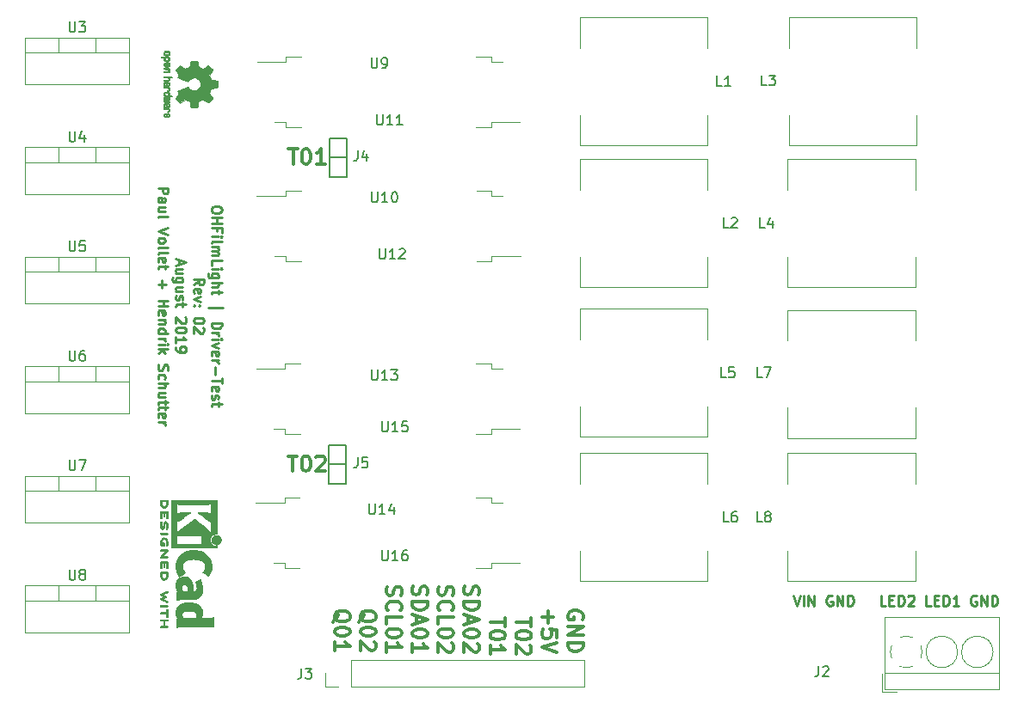
<source format=gbr>
%TF.GenerationSoftware,KiCad,Pcbnew,5.1.2-5.1.2*%
%TF.CreationDate,2019-08-03T11:47:28+02:00*%
%TF.ProjectId,TestDriverV2,54657374-4472-4697-9665-7256322e6b69,Rev 2*%
%TF.SameCoordinates,Original*%
%TF.FileFunction,Legend,Top*%
%TF.FilePolarity,Positive*%
%FSLAX46Y46*%
G04 Gerber Fmt 4.6, Leading zero omitted, Abs format (unit mm)*
G04 Created by KiCad (PCBNEW 5.1.2-5.1.2) date 2019-08-03 11:47:28*
%MOMM*%
%LPD*%
G04 APERTURE LIST*
%ADD10C,0.300000*%
%ADD11C,0.250000*%
%ADD12C,0.010000*%
%ADD13C,0.120000*%
%ADD14C,0.150000*%
G04 APERTURE END LIST*
D10*
X61198357Y-144085571D02*
X62055500Y-144085571D01*
X61626928Y-145585571D02*
X61626928Y-144085571D01*
X62841214Y-144085571D02*
X62984071Y-144085571D01*
X63126928Y-144157000D01*
X63198357Y-144228428D01*
X63269785Y-144371285D01*
X63341214Y-144657000D01*
X63341214Y-145014142D01*
X63269785Y-145299857D01*
X63198357Y-145442714D01*
X63126928Y-145514142D01*
X62984071Y-145585571D01*
X62841214Y-145585571D01*
X62698357Y-145514142D01*
X62626928Y-145442714D01*
X62555500Y-145299857D01*
X62484071Y-145014142D01*
X62484071Y-144657000D01*
X62555500Y-144371285D01*
X62626928Y-144228428D01*
X62698357Y-144157000D01*
X62841214Y-144085571D01*
X63912642Y-144228428D02*
X63984071Y-144157000D01*
X64126928Y-144085571D01*
X64484071Y-144085571D01*
X64626928Y-144157000D01*
X64698357Y-144228428D01*
X64769785Y-144371285D01*
X64769785Y-144514142D01*
X64698357Y-144728428D01*
X63841214Y-145585571D01*
X64769785Y-145585571D01*
X61208517Y-113831631D02*
X62065660Y-113831631D01*
X61637088Y-115331631D02*
X61637088Y-113831631D01*
X62851374Y-113831631D02*
X62994231Y-113831631D01*
X63137088Y-113903060D01*
X63208517Y-113974488D01*
X63279945Y-114117345D01*
X63351374Y-114403060D01*
X63351374Y-114760202D01*
X63279945Y-115045917D01*
X63208517Y-115188774D01*
X63137088Y-115260202D01*
X62994231Y-115331631D01*
X62851374Y-115331631D01*
X62708517Y-115260202D01*
X62637088Y-115188774D01*
X62565660Y-115045917D01*
X62494231Y-114760202D01*
X62494231Y-114403060D01*
X62565660Y-114117345D01*
X62637088Y-113974488D01*
X62708517Y-113903060D01*
X62851374Y-113831631D01*
X64779945Y-115331631D02*
X63922802Y-115331631D01*
X64351374Y-115331631D02*
X64351374Y-113831631D01*
X64208517Y-114045917D01*
X64065660Y-114188774D01*
X63922802Y-114260202D01*
X90103940Y-160169860D02*
X90175368Y-160027002D01*
X90175368Y-159812717D01*
X90103940Y-159598431D01*
X89961082Y-159455574D01*
X89818225Y-159384145D01*
X89532511Y-159312717D01*
X89318225Y-159312717D01*
X89032511Y-159384145D01*
X88889654Y-159455574D01*
X88746797Y-159598431D01*
X88675368Y-159812717D01*
X88675368Y-159955574D01*
X88746797Y-160169860D01*
X88818225Y-160241288D01*
X89318225Y-160241288D01*
X89318225Y-159955574D01*
X88675368Y-160884145D02*
X90175368Y-160884145D01*
X88675368Y-161741288D01*
X90175368Y-161741288D01*
X88675368Y-162455574D02*
X90175368Y-162455574D01*
X90175368Y-162812717D01*
X90103940Y-163027002D01*
X89961082Y-163169860D01*
X89818225Y-163241288D01*
X89532511Y-163312717D01*
X89318225Y-163312717D01*
X89032511Y-163241288D01*
X88889654Y-163169860D01*
X88746797Y-163027002D01*
X88675368Y-162812717D01*
X88675368Y-162455574D01*
X86696797Y-159384145D02*
X86696797Y-160527002D01*
X86125368Y-159955574D02*
X87268225Y-159955574D01*
X87625368Y-161955574D02*
X87625368Y-161241288D01*
X86911082Y-161169860D01*
X86982511Y-161241288D01*
X87053940Y-161384145D01*
X87053940Y-161741288D01*
X86982511Y-161884145D01*
X86911082Y-161955574D01*
X86768225Y-162027002D01*
X86411082Y-162027002D01*
X86268225Y-161955574D01*
X86196797Y-161884145D01*
X86125368Y-161741288D01*
X86125368Y-161384145D01*
X86196797Y-161241288D01*
X86268225Y-161169860D01*
X87625368Y-162455574D02*
X86125368Y-162955574D01*
X87625368Y-163455574D01*
X85075368Y-160027002D02*
X85075368Y-160884145D01*
X83575368Y-160455574D02*
X85075368Y-160455574D01*
X85075368Y-161669860D02*
X85075368Y-161812717D01*
X85003940Y-161955574D01*
X84932511Y-162027002D01*
X84789654Y-162098431D01*
X84503940Y-162169860D01*
X84146797Y-162169860D01*
X83861082Y-162098431D01*
X83718225Y-162027002D01*
X83646797Y-161955574D01*
X83575368Y-161812717D01*
X83575368Y-161669860D01*
X83646797Y-161527002D01*
X83718225Y-161455574D01*
X83861082Y-161384145D01*
X84146797Y-161312717D01*
X84503940Y-161312717D01*
X84789654Y-161384145D01*
X84932511Y-161455574D01*
X85003940Y-161527002D01*
X85075368Y-161669860D01*
X84932511Y-162741288D02*
X85003940Y-162812717D01*
X85075368Y-162955574D01*
X85075368Y-163312717D01*
X85003940Y-163455574D01*
X84932511Y-163527002D01*
X84789654Y-163598431D01*
X84646797Y-163598431D01*
X84432511Y-163527002D01*
X83575368Y-162669860D01*
X83575368Y-163598431D01*
X82525368Y-160027002D02*
X82525368Y-160884145D01*
X81025368Y-160455574D02*
X82525368Y-160455574D01*
X82525368Y-161669860D02*
X82525368Y-161812717D01*
X82453940Y-161955574D01*
X82382511Y-162027002D01*
X82239654Y-162098431D01*
X81953940Y-162169860D01*
X81596797Y-162169860D01*
X81311082Y-162098431D01*
X81168225Y-162027002D01*
X81096797Y-161955574D01*
X81025368Y-161812717D01*
X81025368Y-161669860D01*
X81096797Y-161527002D01*
X81168225Y-161455574D01*
X81311082Y-161384145D01*
X81596797Y-161312717D01*
X81953940Y-161312717D01*
X82239654Y-161384145D01*
X82382511Y-161455574D01*
X82453940Y-161527002D01*
X82525368Y-161669860D01*
X81025368Y-163598431D02*
X81025368Y-162741288D01*
X81025368Y-163169860D02*
X82525368Y-163169860D01*
X82311082Y-163027002D01*
X82168225Y-162884145D01*
X82096797Y-162741288D01*
X78546797Y-156919860D02*
X78475368Y-157134145D01*
X78475368Y-157491288D01*
X78546797Y-157634145D01*
X78618225Y-157705574D01*
X78761082Y-157777002D01*
X78903940Y-157777002D01*
X79046797Y-157705574D01*
X79118225Y-157634145D01*
X79189654Y-157491288D01*
X79261082Y-157205574D01*
X79332511Y-157062717D01*
X79403940Y-156991288D01*
X79546797Y-156919860D01*
X79689654Y-156919860D01*
X79832511Y-156991288D01*
X79903940Y-157062717D01*
X79975368Y-157205574D01*
X79975368Y-157562717D01*
X79903940Y-157777002D01*
X78475368Y-158419860D02*
X79975368Y-158419860D01*
X79975368Y-158777002D01*
X79903940Y-158991288D01*
X79761082Y-159134145D01*
X79618225Y-159205574D01*
X79332511Y-159277002D01*
X79118225Y-159277002D01*
X78832511Y-159205574D01*
X78689654Y-159134145D01*
X78546797Y-158991288D01*
X78475368Y-158777002D01*
X78475368Y-158419860D01*
X78903940Y-159848431D02*
X78903940Y-160562717D01*
X78475368Y-159705574D02*
X79975368Y-160205574D01*
X78475368Y-160705574D01*
X79975368Y-161491288D02*
X79975368Y-161634145D01*
X79903940Y-161777002D01*
X79832511Y-161848431D01*
X79689654Y-161919860D01*
X79403940Y-161991288D01*
X79046797Y-161991288D01*
X78761082Y-161919860D01*
X78618225Y-161848431D01*
X78546797Y-161777002D01*
X78475368Y-161634145D01*
X78475368Y-161491288D01*
X78546797Y-161348431D01*
X78618225Y-161277002D01*
X78761082Y-161205574D01*
X79046797Y-161134145D01*
X79403940Y-161134145D01*
X79689654Y-161205574D01*
X79832511Y-161277002D01*
X79903940Y-161348431D01*
X79975368Y-161491288D01*
X79832511Y-162562717D02*
X79903940Y-162634145D01*
X79975368Y-162777002D01*
X79975368Y-163134145D01*
X79903940Y-163277002D01*
X79832511Y-163348431D01*
X79689654Y-163419860D01*
X79546797Y-163419860D01*
X79332511Y-163348431D01*
X78475368Y-162491288D01*
X78475368Y-163419860D01*
X75996797Y-156955574D02*
X75925368Y-157169860D01*
X75925368Y-157527002D01*
X75996797Y-157669860D01*
X76068225Y-157741288D01*
X76211082Y-157812717D01*
X76353940Y-157812717D01*
X76496797Y-157741288D01*
X76568225Y-157669860D01*
X76639654Y-157527002D01*
X76711082Y-157241288D01*
X76782511Y-157098431D01*
X76853940Y-157027002D01*
X76996797Y-156955574D01*
X77139654Y-156955574D01*
X77282511Y-157027002D01*
X77353940Y-157098431D01*
X77425368Y-157241288D01*
X77425368Y-157598431D01*
X77353940Y-157812717D01*
X76068225Y-159312717D02*
X75996797Y-159241288D01*
X75925368Y-159027002D01*
X75925368Y-158884145D01*
X75996797Y-158669860D01*
X76139654Y-158527002D01*
X76282511Y-158455574D01*
X76568225Y-158384145D01*
X76782511Y-158384145D01*
X77068225Y-158455574D01*
X77211082Y-158527002D01*
X77353940Y-158669860D01*
X77425368Y-158884145D01*
X77425368Y-159027002D01*
X77353940Y-159241288D01*
X77282511Y-159312717D01*
X75925368Y-160669860D02*
X75925368Y-159955574D01*
X77425368Y-159955574D01*
X77425368Y-161455574D02*
X77425368Y-161598431D01*
X77353940Y-161741288D01*
X77282511Y-161812717D01*
X77139654Y-161884145D01*
X76853940Y-161955574D01*
X76496797Y-161955574D01*
X76211082Y-161884145D01*
X76068225Y-161812717D01*
X75996797Y-161741288D01*
X75925368Y-161598431D01*
X75925368Y-161455574D01*
X75996797Y-161312717D01*
X76068225Y-161241288D01*
X76211082Y-161169860D01*
X76496797Y-161098431D01*
X76853940Y-161098431D01*
X77139654Y-161169860D01*
X77282511Y-161241288D01*
X77353940Y-161312717D01*
X77425368Y-161455574D01*
X77282511Y-162527002D02*
X77353940Y-162598431D01*
X77425368Y-162741288D01*
X77425368Y-163098431D01*
X77353940Y-163241288D01*
X77282511Y-163312717D01*
X77139654Y-163384145D01*
X76996797Y-163384145D01*
X76782511Y-163312717D01*
X75925368Y-162455574D01*
X75925368Y-163384145D01*
X73446797Y-156919860D02*
X73375368Y-157134145D01*
X73375368Y-157491288D01*
X73446797Y-157634145D01*
X73518225Y-157705574D01*
X73661082Y-157777002D01*
X73803940Y-157777002D01*
X73946797Y-157705574D01*
X74018225Y-157634145D01*
X74089654Y-157491288D01*
X74161082Y-157205574D01*
X74232511Y-157062717D01*
X74303940Y-156991288D01*
X74446797Y-156919860D01*
X74589654Y-156919860D01*
X74732511Y-156991288D01*
X74803940Y-157062717D01*
X74875368Y-157205574D01*
X74875368Y-157562717D01*
X74803940Y-157777002D01*
X73375368Y-158419860D02*
X74875368Y-158419860D01*
X74875368Y-158777002D01*
X74803940Y-158991288D01*
X74661082Y-159134145D01*
X74518225Y-159205574D01*
X74232511Y-159277002D01*
X74018225Y-159277002D01*
X73732511Y-159205574D01*
X73589654Y-159134145D01*
X73446797Y-158991288D01*
X73375368Y-158777002D01*
X73375368Y-158419860D01*
X73803940Y-159848431D02*
X73803940Y-160562717D01*
X73375368Y-159705574D02*
X74875368Y-160205574D01*
X73375368Y-160705574D01*
X74875368Y-161491288D02*
X74875368Y-161634145D01*
X74803940Y-161777002D01*
X74732511Y-161848431D01*
X74589654Y-161919860D01*
X74303940Y-161991288D01*
X73946797Y-161991288D01*
X73661082Y-161919860D01*
X73518225Y-161848431D01*
X73446797Y-161777002D01*
X73375368Y-161634145D01*
X73375368Y-161491288D01*
X73446797Y-161348431D01*
X73518225Y-161277002D01*
X73661082Y-161205574D01*
X73946797Y-161134145D01*
X74303940Y-161134145D01*
X74589654Y-161205574D01*
X74732511Y-161277002D01*
X74803940Y-161348431D01*
X74875368Y-161491288D01*
X73375368Y-163419860D02*
X73375368Y-162562717D01*
X73375368Y-162991288D02*
X74875368Y-162991288D01*
X74661082Y-162848431D01*
X74518225Y-162705574D01*
X74446797Y-162562717D01*
X70896797Y-156955574D02*
X70825368Y-157169860D01*
X70825368Y-157527002D01*
X70896797Y-157669860D01*
X70968225Y-157741288D01*
X71111082Y-157812717D01*
X71253940Y-157812717D01*
X71396797Y-157741288D01*
X71468225Y-157669860D01*
X71539654Y-157527002D01*
X71611082Y-157241288D01*
X71682511Y-157098431D01*
X71753940Y-157027002D01*
X71896797Y-156955574D01*
X72039654Y-156955574D01*
X72182511Y-157027002D01*
X72253940Y-157098431D01*
X72325368Y-157241288D01*
X72325368Y-157598431D01*
X72253940Y-157812717D01*
X70968225Y-159312717D02*
X70896797Y-159241288D01*
X70825368Y-159027002D01*
X70825368Y-158884145D01*
X70896797Y-158669860D01*
X71039654Y-158527002D01*
X71182511Y-158455574D01*
X71468225Y-158384145D01*
X71682511Y-158384145D01*
X71968225Y-158455574D01*
X72111082Y-158527002D01*
X72253940Y-158669860D01*
X72325368Y-158884145D01*
X72325368Y-159027002D01*
X72253940Y-159241288D01*
X72182511Y-159312717D01*
X70825368Y-160669860D02*
X70825368Y-159955574D01*
X72325368Y-159955574D01*
X72325368Y-161455574D02*
X72325368Y-161598431D01*
X72253940Y-161741288D01*
X72182511Y-161812717D01*
X72039654Y-161884145D01*
X71753940Y-161955574D01*
X71396797Y-161955574D01*
X71111082Y-161884145D01*
X70968225Y-161812717D01*
X70896797Y-161741288D01*
X70825368Y-161598431D01*
X70825368Y-161455574D01*
X70896797Y-161312717D01*
X70968225Y-161241288D01*
X71111082Y-161169860D01*
X71396797Y-161098431D01*
X71753940Y-161098431D01*
X72039654Y-161169860D01*
X72182511Y-161241288D01*
X72253940Y-161312717D01*
X72325368Y-161455574D01*
X70825368Y-163384145D02*
X70825368Y-162527002D01*
X70825368Y-162955574D02*
X72325368Y-162955574D01*
X72111082Y-162812717D01*
X71968225Y-162669860D01*
X71896797Y-162527002D01*
X68132511Y-160455574D02*
X68203940Y-160312717D01*
X68346797Y-160169860D01*
X68561082Y-159955574D01*
X68632511Y-159812717D01*
X68632511Y-159669860D01*
X68275368Y-159741288D02*
X68346797Y-159598431D01*
X68489654Y-159455574D01*
X68775368Y-159384145D01*
X69275368Y-159384145D01*
X69561082Y-159455574D01*
X69703940Y-159598431D01*
X69775368Y-159741288D01*
X69775368Y-160027002D01*
X69703940Y-160169860D01*
X69561082Y-160312717D01*
X69275368Y-160384145D01*
X68775368Y-160384145D01*
X68489654Y-160312717D01*
X68346797Y-160169860D01*
X68275368Y-160027002D01*
X68275368Y-159741288D01*
X69775368Y-161312717D02*
X69775368Y-161455574D01*
X69703940Y-161598431D01*
X69632511Y-161669860D01*
X69489654Y-161741288D01*
X69203940Y-161812717D01*
X68846797Y-161812717D01*
X68561082Y-161741288D01*
X68418225Y-161669860D01*
X68346797Y-161598431D01*
X68275368Y-161455574D01*
X68275368Y-161312717D01*
X68346797Y-161169860D01*
X68418225Y-161098431D01*
X68561082Y-161027002D01*
X68846797Y-160955574D01*
X69203940Y-160955574D01*
X69489654Y-161027002D01*
X69632511Y-161098431D01*
X69703940Y-161169860D01*
X69775368Y-161312717D01*
X69632511Y-162384145D02*
X69703940Y-162455574D01*
X69775368Y-162598431D01*
X69775368Y-162955574D01*
X69703940Y-163098431D01*
X69632511Y-163169860D01*
X69489654Y-163241288D01*
X69346797Y-163241288D01*
X69132511Y-163169860D01*
X68275368Y-162312717D01*
X68275368Y-163241288D01*
X65582511Y-160455574D02*
X65653940Y-160312717D01*
X65796797Y-160169860D01*
X66011082Y-159955574D01*
X66082511Y-159812717D01*
X66082511Y-159669860D01*
X65725368Y-159741288D02*
X65796797Y-159598431D01*
X65939654Y-159455574D01*
X66225368Y-159384145D01*
X66725368Y-159384145D01*
X67011082Y-159455574D01*
X67153940Y-159598431D01*
X67225368Y-159741288D01*
X67225368Y-160027002D01*
X67153940Y-160169860D01*
X67011082Y-160312717D01*
X66725368Y-160384145D01*
X66225368Y-160384145D01*
X65939654Y-160312717D01*
X65796797Y-160169860D01*
X65725368Y-160027002D01*
X65725368Y-159741288D01*
X67225368Y-161312717D02*
X67225368Y-161455574D01*
X67153940Y-161598431D01*
X67082511Y-161669860D01*
X66939654Y-161741288D01*
X66653940Y-161812717D01*
X66296797Y-161812717D01*
X66011082Y-161741288D01*
X65868225Y-161669860D01*
X65796797Y-161598431D01*
X65725368Y-161455574D01*
X65725368Y-161312717D01*
X65796797Y-161169860D01*
X65868225Y-161098431D01*
X66011082Y-161027002D01*
X66296797Y-160955574D01*
X66653940Y-160955574D01*
X66939654Y-161027002D01*
X67082511Y-161098431D01*
X67153940Y-161169860D01*
X67225368Y-161312717D01*
X65725368Y-163241288D02*
X65725368Y-162384145D01*
X65725368Y-162812717D02*
X67225368Y-162812717D01*
X67011082Y-162669860D01*
X66868225Y-162527002D01*
X66796797Y-162384145D01*
D11*
X54607619Y-119714571D02*
X54607619Y-119905047D01*
X54560000Y-120000285D01*
X54464761Y-120095523D01*
X54274285Y-120143142D01*
X53940952Y-120143142D01*
X53750476Y-120095523D01*
X53655238Y-120000285D01*
X53607619Y-119905047D01*
X53607619Y-119714571D01*
X53655238Y-119619333D01*
X53750476Y-119524095D01*
X53940952Y-119476476D01*
X54274285Y-119476476D01*
X54464761Y-119524095D01*
X54560000Y-119619333D01*
X54607619Y-119714571D01*
X53607619Y-120571714D02*
X54607619Y-120571714D01*
X54131428Y-120571714D02*
X54131428Y-121143142D01*
X53607619Y-121143142D02*
X54607619Y-121143142D01*
X54131428Y-121952666D02*
X54131428Y-121619333D01*
X53607619Y-121619333D02*
X54607619Y-121619333D01*
X54607619Y-122095523D01*
X53607619Y-122476476D02*
X54274285Y-122476476D01*
X54607619Y-122476476D02*
X54560000Y-122428857D01*
X54512380Y-122476476D01*
X54560000Y-122524095D01*
X54607619Y-122476476D01*
X54512380Y-122476476D01*
X53607619Y-123095523D02*
X53655238Y-123000285D01*
X53750476Y-122952666D01*
X54607619Y-122952666D01*
X53607619Y-123476476D02*
X54274285Y-123476476D01*
X54179047Y-123476476D02*
X54226666Y-123524095D01*
X54274285Y-123619333D01*
X54274285Y-123762190D01*
X54226666Y-123857428D01*
X54131428Y-123905047D01*
X53607619Y-123905047D01*
X54131428Y-123905047D02*
X54226666Y-123952666D01*
X54274285Y-124047904D01*
X54274285Y-124190761D01*
X54226666Y-124286000D01*
X54131428Y-124333619D01*
X53607619Y-124333619D01*
X53607619Y-125286000D02*
X53607619Y-124809809D01*
X54607619Y-124809809D01*
X53607619Y-125619333D02*
X54274285Y-125619333D01*
X54607619Y-125619333D02*
X54560000Y-125571714D01*
X54512380Y-125619333D01*
X54560000Y-125666952D01*
X54607619Y-125619333D01*
X54512380Y-125619333D01*
X54274285Y-126524095D02*
X53464761Y-126524095D01*
X53369523Y-126476476D01*
X53321904Y-126428857D01*
X53274285Y-126333619D01*
X53274285Y-126190761D01*
X53321904Y-126095523D01*
X53655238Y-126524095D02*
X53607619Y-126428857D01*
X53607619Y-126238380D01*
X53655238Y-126143142D01*
X53702857Y-126095523D01*
X53798095Y-126047904D01*
X54083809Y-126047904D01*
X54179047Y-126095523D01*
X54226666Y-126143142D01*
X54274285Y-126238380D01*
X54274285Y-126428857D01*
X54226666Y-126524095D01*
X53607619Y-127000285D02*
X54607619Y-127000285D01*
X53607619Y-127428857D02*
X54131428Y-127428857D01*
X54226666Y-127381238D01*
X54274285Y-127286000D01*
X54274285Y-127143142D01*
X54226666Y-127047904D01*
X54179047Y-127000285D01*
X54274285Y-127762190D02*
X54274285Y-128143142D01*
X54607619Y-127905047D02*
X53750476Y-127905047D01*
X53655238Y-127952666D01*
X53607619Y-128047904D01*
X53607619Y-128143142D01*
X53274285Y-129476476D02*
X54702857Y-129476476D01*
X53607619Y-130952666D02*
X54607619Y-130952666D01*
X54607619Y-131190761D01*
X54560000Y-131333619D01*
X54464761Y-131428857D01*
X54369523Y-131476476D01*
X54179047Y-131524095D01*
X54036190Y-131524095D01*
X53845714Y-131476476D01*
X53750476Y-131428857D01*
X53655238Y-131333619D01*
X53607619Y-131190761D01*
X53607619Y-130952666D01*
X53607619Y-131952666D02*
X54274285Y-131952666D01*
X54083809Y-131952666D02*
X54179047Y-132000285D01*
X54226666Y-132047904D01*
X54274285Y-132143142D01*
X54274285Y-132238380D01*
X53607619Y-132571714D02*
X54274285Y-132571714D01*
X54607619Y-132571714D02*
X54560000Y-132524095D01*
X54512380Y-132571714D01*
X54560000Y-132619333D01*
X54607619Y-132571714D01*
X54512380Y-132571714D01*
X54274285Y-132952666D02*
X53607619Y-133190761D01*
X54274285Y-133428857D01*
X53655238Y-134190761D02*
X53607619Y-134095523D01*
X53607619Y-133905047D01*
X53655238Y-133809809D01*
X53750476Y-133762190D01*
X54131428Y-133762190D01*
X54226666Y-133809809D01*
X54274285Y-133905047D01*
X54274285Y-134095523D01*
X54226666Y-134190761D01*
X54131428Y-134238380D01*
X54036190Y-134238380D01*
X53940952Y-133762190D01*
X53607619Y-134666952D02*
X54274285Y-134666952D01*
X54083809Y-134666952D02*
X54179047Y-134714571D01*
X54226666Y-134762190D01*
X54274285Y-134857428D01*
X54274285Y-134952666D01*
X53988571Y-135286000D02*
X53988571Y-136047904D01*
X54607619Y-136381238D02*
X54607619Y-136952666D01*
X53607619Y-136666952D02*
X54607619Y-136666952D01*
X53655238Y-137666952D02*
X53607619Y-137571714D01*
X53607619Y-137381238D01*
X53655238Y-137286000D01*
X53750476Y-137238380D01*
X54131428Y-137238380D01*
X54226666Y-137286000D01*
X54274285Y-137381238D01*
X54274285Y-137571714D01*
X54226666Y-137666952D01*
X54131428Y-137714571D01*
X54036190Y-137714571D01*
X53940952Y-137238380D01*
X53655238Y-138095523D02*
X53607619Y-138190761D01*
X53607619Y-138381238D01*
X53655238Y-138476476D01*
X53750476Y-138524095D01*
X53798095Y-138524095D01*
X53893333Y-138476476D01*
X53940952Y-138381238D01*
X53940952Y-138238380D01*
X53988571Y-138143142D01*
X54083809Y-138095523D01*
X54131428Y-138095523D01*
X54226666Y-138143142D01*
X54274285Y-138238380D01*
X54274285Y-138381238D01*
X54226666Y-138476476D01*
X54274285Y-138809809D02*
X54274285Y-139190761D01*
X54607619Y-138952666D02*
X53750476Y-138952666D01*
X53655238Y-139000285D01*
X53607619Y-139095523D01*
X53607619Y-139190761D01*
X51857619Y-127214571D02*
X52333809Y-126881238D01*
X51857619Y-126643142D02*
X52857619Y-126643142D01*
X52857619Y-127024095D01*
X52810000Y-127119333D01*
X52762380Y-127166952D01*
X52667142Y-127214571D01*
X52524285Y-127214571D01*
X52429047Y-127166952D01*
X52381428Y-127119333D01*
X52333809Y-127024095D01*
X52333809Y-126643142D01*
X51905238Y-128024095D02*
X51857619Y-127928857D01*
X51857619Y-127738380D01*
X51905238Y-127643142D01*
X52000476Y-127595523D01*
X52381428Y-127595523D01*
X52476666Y-127643142D01*
X52524285Y-127738380D01*
X52524285Y-127928857D01*
X52476666Y-128024095D01*
X52381428Y-128071714D01*
X52286190Y-128071714D01*
X52190952Y-127595523D01*
X52524285Y-128405047D02*
X51857619Y-128643142D01*
X52524285Y-128881238D01*
X51952857Y-129262190D02*
X51905238Y-129309809D01*
X51857619Y-129262190D01*
X51905238Y-129214571D01*
X51952857Y-129262190D01*
X51857619Y-129262190D01*
X52476666Y-129262190D02*
X52429047Y-129309809D01*
X52381428Y-129262190D01*
X52429047Y-129214571D01*
X52476666Y-129262190D01*
X52381428Y-129262190D01*
X52857619Y-130690761D02*
X52857619Y-130786000D01*
X52810000Y-130881238D01*
X52762380Y-130928857D01*
X52667142Y-130976476D01*
X52476666Y-131024095D01*
X52238571Y-131024095D01*
X52048095Y-130976476D01*
X51952857Y-130928857D01*
X51905238Y-130881238D01*
X51857619Y-130786000D01*
X51857619Y-130690761D01*
X51905238Y-130595523D01*
X51952857Y-130547904D01*
X52048095Y-130500285D01*
X52238571Y-130452666D01*
X52476666Y-130452666D01*
X52667142Y-130500285D01*
X52762380Y-130547904D01*
X52810000Y-130595523D01*
X52857619Y-130690761D01*
X52762380Y-131405047D02*
X52810000Y-131452666D01*
X52857619Y-131547904D01*
X52857619Y-131786000D01*
X52810000Y-131881238D01*
X52762380Y-131928857D01*
X52667142Y-131976476D01*
X52571904Y-131976476D01*
X52429047Y-131928857D01*
X51857619Y-131357428D01*
X51857619Y-131976476D01*
X50393333Y-124714571D02*
X50393333Y-125190761D01*
X50107619Y-124619333D02*
X51107619Y-124952666D01*
X50107619Y-125286000D01*
X50774285Y-126047904D02*
X50107619Y-126047904D01*
X50774285Y-125619333D02*
X50250476Y-125619333D01*
X50155238Y-125666952D01*
X50107619Y-125762190D01*
X50107619Y-125905047D01*
X50155238Y-126000285D01*
X50202857Y-126047904D01*
X50774285Y-126952666D02*
X49964761Y-126952666D01*
X49869523Y-126905047D01*
X49821904Y-126857428D01*
X49774285Y-126762190D01*
X49774285Y-126619333D01*
X49821904Y-126524095D01*
X50155238Y-126952666D02*
X50107619Y-126857428D01*
X50107619Y-126666952D01*
X50155238Y-126571714D01*
X50202857Y-126524095D01*
X50298095Y-126476476D01*
X50583809Y-126476476D01*
X50679047Y-126524095D01*
X50726666Y-126571714D01*
X50774285Y-126666952D01*
X50774285Y-126857428D01*
X50726666Y-126952666D01*
X50774285Y-127857428D02*
X50107619Y-127857428D01*
X50774285Y-127428857D02*
X50250476Y-127428857D01*
X50155238Y-127476476D01*
X50107619Y-127571714D01*
X50107619Y-127714571D01*
X50155238Y-127809809D01*
X50202857Y-127857428D01*
X50155238Y-128286000D02*
X50107619Y-128381238D01*
X50107619Y-128571714D01*
X50155238Y-128666952D01*
X50250476Y-128714571D01*
X50298095Y-128714571D01*
X50393333Y-128666952D01*
X50440952Y-128571714D01*
X50440952Y-128428857D01*
X50488571Y-128333619D01*
X50583809Y-128286000D01*
X50631428Y-128286000D01*
X50726666Y-128333619D01*
X50774285Y-128428857D01*
X50774285Y-128571714D01*
X50726666Y-128666952D01*
X50774285Y-129000285D02*
X50774285Y-129381238D01*
X51107619Y-129143142D02*
X50250476Y-129143142D01*
X50155238Y-129190761D01*
X50107619Y-129286000D01*
X50107619Y-129381238D01*
X51012380Y-130428857D02*
X51060000Y-130476476D01*
X51107619Y-130571714D01*
X51107619Y-130809809D01*
X51060000Y-130905047D01*
X51012380Y-130952666D01*
X50917142Y-131000285D01*
X50821904Y-131000285D01*
X50679047Y-130952666D01*
X50107619Y-130381238D01*
X50107619Y-131000285D01*
X51107619Y-131619333D02*
X51107619Y-131714571D01*
X51060000Y-131809809D01*
X51012380Y-131857428D01*
X50917142Y-131905047D01*
X50726666Y-131952666D01*
X50488571Y-131952666D01*
X50298095Y-131905047D01*
X50202857Y-131857428D01*
X50155238Y-131809809D01*
X50107619Y-131714571D01*
X50107619Y-131619333D01*
X50155238Y-131524095D01*
X50202857Y-131476476D01*
X50298095Y-131428857D01*
X50488571Y-131381238D01*
X50726666Y-131381238D01*
X50917142Y-131428857D01*
X51012380Y-131476476D01*
X51060000Y-131524095D01*
X51107619Y-131619333D01*
X50107619Y-132905047D02*
X50107619Y-132333619D01*
X50107619Y-132619333D02*
X51107619Y-132619333D01*
X50964761Y-132524095D01*
X50869523Y-132428857D01*
X50821904Y-132333619D01*
X50107619Y-133381238D02*
X50107619Y-133571714D01*
X50155238Y-133666952D01*
X50202857Y-133714571D01*
X50345714Y-133809809D01*
X50536190Y-133857428D01*
X50917142Y-133857428D01*
X51012380Y-133809809D01*
X51060000Y-133762190D01*
X51107619Y-133666952D01*
X51107619Y-133476476D01*
X51060000Y-133381238D01*
X51012380Y-133333619D01*
X50917142Y-133286000D01*
X50679047Y-133286000D01*
X50583809Y-133333619D01*
X50536190Y-133381238D01*
X50488571Y-133476476D01*
X50488571Y-133666952D01*
X50536190Y-133762190D01*
X50583809Y-133809809D01*
X50679047Y-133857428D01*
X48357619Y-117666952D02*
X49357619Y-117666952D01*
X49357619Y-118047904D01*
X49310000Y-118143142D01*
X49262380Y-118190761D01*
X49167142Y-118238380D01*
X49024285Y-118238380D01*
X48929047Y-118190761D01*
X48881428Y-118143142D01*
X48833809Y-118047904D01*
X48833809Y-117666952D01*
X48357619Y-119095523D02*
X48881428Y-119095523D01*
X48976666Y-119047904D01*
X49024285Y-118952666D01*
X49024285Y-118762190D01*
X48976666Y-118666952D01*
X48405238Y-119095523D02*
X48357619Y-119000285D01*
X48357619Y-118762190D01*
X48405238Y-118666952D01*
X48500476Y-118619333D01*
X48595714Y-118619333D01*
X48690952Y-118666952D01*
X48738571Y-118762190D01*
X48738571Y-119000285D01*
X48786190Y-119095523D01*
X49024285Y-120000285D02*
X48357619Y-120000285D01*
X49024285Y-119571714D02*
X48500476Y-119571714D01*
X48405238Y-119619333D01*
X48357619Y-119714571D01*
X48357619Y-119857428D01*
X48405238Y-119952666D01*
X48452857Y-120000285D01*
X48357619Y-120619333D02*
X48405238Y-120524095D01*
X48500476Y-120476476D01*
X49357619Y-120476476D01*
X49357619Y-121619333D02*
X48357619Y-121952666D01*
X49357619Y-122286000D01*
X48357619Y-122762190D02*
X48405238Y-122666952D01*
X48452857Y-122619333D01*
X48548095Y-122571714D01*
X48833809Y-122571714D01*
X48929047Y-122619333D01*
X48976666Y-122666952D01*
X49024285Y-122762190D01*
X49024285Y-122905047D01*
X48976666Y-123000285D01*
X48929047Y-123047904D01*
X48833809Y-123095523D01*
X48548095Y-123095523D01*
X48452857Y-123047904D01*
X48405238Y-123000285D01*
X48357619Y-122905047D01*
X48357619Y-122762190D01*
X48357619Y-123666952D02*
X48405238Y-123571714D01*
X48500476Y-123524095D01*
X49357619Y-123524095D01*
X48357619Y-124190761D02*
X48405238Y-124095523D01*
X48500476Y-124047904D01*
X49357619Y-124047904D01*
X48405238Y-124952666D02*
X48357619Y-124857428D01*
X48357619Y-124666952D01*
X48405238Y-124571714D01*
X48500476Y-124524095D01*
X48881428Y-124524095D01*
X48976666Y-124571714D01*
X49024285Y-124666952D01*
X49024285Y-124857428D01*
X48976666Y-124952666D01*
X48881428Y-125000285D01*
X48786190Y-125000285D01*
X48690952Y-124524095D01*
X49024285Y-125286000D02*
X49024285Y-125666952D01*
X49357619Y-125428857D02*
X48500476Y-125428857D01*
X48405238Y-125476476D01*
X48357619Y-125571714D01*
X48357619Y-125666952D01*
X48738571Y-126762190D02*
X48738571Y-127524095D01*
X48357619Y-127143142D02*
X49119523Y-127143142D01*
X48357619Y-128762190D02*
X49357619Y-128762190D01*
X48881428Y-128762190D02*
X48881428Y-129333619D01*
X48357619Y-129333619D02*
X49357619Y-129333619D01*
X48405238Y-130190761D02*
X48357619Y-130095523D01*
X48357619Y-129905047D01*
X48405238Y-129809809D01*
X48500476Y-129762190D01*
X48881428Y-129762190D01*
X48976666Y-129809809D01*
X49024285Y-129905047D01*
X49024285Y-130095523D01*
X48976666Y-130190761D01*
X48881428Y-130238380D01*
X48786190Y-130238380D01*
X48690952Y-129762190D01*
X49024285Y-130666952D02*
X48357619Y-130666952D01*
X48929047Y-130666952D02*
X48976666Y-130714571D01*
X49024285Y-130809809D01*
X49024285Y-130952666D01*
X48976666Y-131047904D01*
X48881428Y-131095523D01*
X48357619Y-131095523D01*
X48357619Y-132000285D02*
X49357619Y-132000285D01*
X48405238Y-132000285D02*
X48357619Y-131905047D01*
X48357619Y-131714571D01*
X48405238Y-131619333D01*
X48452857Y-131571714D01*
X48548095Y-131524095D01*
X48833809Y-131524095D01*
X48929047Y-131571714D01*
X48976666Y-131619333D01*
X49024285Y-131714571D01*
X49024285Y-131905047D01*
X48976666Y-132000285D01*
X48357619Y-132476476D02*
X49024285Y-132476476D01*
X48833809Y-132476476D02*
X48929047Y-132524095D01*
X48976666Y-132571714D01*
X49024285Y-132666952D01*
X49024285Y-132762190D01*
X48357619Y-133095523D02*
X49024285Y-133095523D01*
X49357619Y-133095523D02*
X49310000Y-133047904D01*
X49262380Y-133095523D01*
X49310000Y-133143142D01*
X49357619Y-133095523D01*
X49262380Y-133095523D01*
X48357619Y-133571714D02*
X49357619Y-133571714D01*
X48738571Y-133666952D02*
X48357619Y-133952666D01*
X49024285Y-133952666D02*
X48643333Y-133571714D01*
X48405238Y-135095523D02*
X48357619Y-135238380D01*
X48357619Y-135476476D01*
X48405238Y-135571714D01*
X48452857Y-135619333D01*
X48548095Y-135666952D01*
X48643333Y-135666952D01*
X48738571Y-135619333D01*
X48786190Y-135571714D01*
X48833809Y-135476476D01*
X48881428Y-135286000D01*
X48929047Y-135190761D01*
X48976666Y-135143142D01*
X49071904Y-135095523D01*
X49167142Y-135095523D01*
X49262380Y-135143142D01*
X49310000Y-135190761D01*
X49357619Y-135286000D01*
X49357619Y-135524095D01*
X49310000Y-135666952D01*
X48405238Y-136524095D02*
X48357619Y-136428857D01*
X48357619Y-136238380D01*
X48405238Y-136143142D01*
X48452857Y-136095523D01*
X48548095Y-136047904D01*
X48833809Y-136047904D01*
X48929047Y-136095523D01*
X48976666Y-136143142D01*
X49024285Y-136238380D01*
X49024285Y-136428857D01*
X48976666Y-136524095D01*
X48357619Y-136952666D02*
X49357619Y-136952666D01*
X48357619Y-137381238D02*
X48881428Y-137381238D01*
X48976666Y-137333619D01*
X49024285Y-137238380D01*
X49024285Y-137095523D01*
X48976666Y-137000285D01*
X48929047Y-136952666D01*
X49024285Y-138286000D02*
X48357619Y-138286000D01*
X49024285Y-137857428D02*
X48500476Y-137857428D01*
X48405238Y-137905047D01*
X48357619Y-138000285D01*
X48357619Y-138143142D01*
X48405238Y-138238380D01*
X48452857Y-138286000D01*
X49024285Y-138619333D02*
X49024285Y-139000285D01*
X49357619Y-138762190D02*
X48500476Y-138762190D01*
X48405238Y-138809809D01*
X48357619Y-138905047D01*
X48357619Y-139000285D01*
X49024285Y-139190761D02*
X49024285Y-139571714D01*
X49357619Y-139333619D02*
X48500476Y-139333619D01*
X48405238Y-139381238D01*
X48357619Y-139476476D01*
X48357619Y-139571714D01*
X48405238Y-140286000D02*
X48357619Y-140190761D01*
X48357619Y-140000285D01*
X48405238Y-139905047D01*
X48500476Y-139857428D01*
X48881428Y-139857428D01*
X48976666Y-139905047D01*
X49024285Y-140000285D01*
X49024285Y-140190761D01*
X48976666Y-140286000D01*
X48881428Y-140333619D01*
X48786190Y-140333619D01*
X48690952Y-139857428D01*
X48357619Y-140762190D02*
X49024285Y-140762190D01*
X48833809Y-140762190D02*
X48929047Y-140809809D01*
X48976666Y-140857428D01*
X49024285Y-140952666D01*
X49024285Y-141047904D01*
X110872261Y-157821380D02*
X111205595Y-158821380D01*
X111538928Y-157821380D01*
X111872261Y-158821380D02*
X111872261Y-157821380D01*
X112348452Y-158821380D02*
X112348452Y-157821380D01*
X112919880Y-158821380D01*
X112919880Y-157821380D01*
X114681785Y-157869000D02*
X114586547Y-157821380D01*
X114443690Y-157821380D01*
X114300833Y-157869000D01*
X114205595Y-157964238D01*
X114157976Y-158059476D01*
X114110357Y-158249952D01*
X114110357Y-158392809D01*
X114157976Y-158583285D01*
X114205595Y-158678523D01*
X114300833Y-158773761D01*
X114443690Y-158821380D01*
X114538928Y-158821380D01*
X114681785Y-158773761D01*
X114729404Y-158726142D01*
X114729404Y-158392809D01*
X114538928Y-158392809D01*
X115157976Y-158821380D02*
X115157976Y-157821380D01*
X115729404Y-158821380D01*
X115729404Y-157821380D01*
X116205595Y-158821380D02*
X116205595Y-157821380D01*
X116443690Y-157821380D01*
X116586547Y-157869000D01*
X116681785Y-157964238D01*
X116729404Y-158059476D01*
X116777023Y-158249952D01*
X116777023Y-158392809D01*
X116729404Y-158583285D01*
X116681785Y-158678523D01*
X116586547Y-158773761D01*
X116443690Y-158821380D01*
X116205595Y-158821380D01*
X119967500Y-158821380D02*
X119491309Y-158821380D01*
X119491309Y-157821380D01*
X120300833Y-158297571D02*
X120634166Y-158297571D01*
X120777023Y-158821380D02*
X120300833Y-158821380D01*
X120300833Y-157821380D01*
X120777023Y-157821380D01*
X121205595Y-158821380D02*
X121205595Y-157821380D01*
X121443690Y-157821380D01*
X121586547Y-157869000D01*
X121681785Y-157964238D01*
X121729404Y-158059476D01*
X121777023Y-158249952D01*
X121777023Y-158392809D01*
X121729404Y-158583285D01*
X121681785Y-158678523D01*
X121586547Y-158773761D01*
X121443690Y-158821380D01*
X121205595Y-158821380D01*
X122157976Y-157916619D02*
X122205595Y-157869000D01*
X122300833Y-157821380D01*
X122538928Y-157821380D01*
X122634166Y-157869000D01*
X122681785Y-157916619D01*
X122729404Y-158011857D01*
X122729404Y-158107095D01*
X122681785Y-158249952D01*
X122110357Y-158821380D01*
X122729404Y-158821380D01*
X124396071Y-158821380D02*
X123919880Y-158821380D01*
X123919880Y-157821380D01*
X124729404Y-158297571D02*
X125062738Y-158297571D01*
X125205595Y-158821380D02*
X124729404Y-158821380D01*
X124729404Y-157821380D01*
X125205595Y-157821380D01*
X125634166Y-158821380D02*
X125634166Y-157821380D01*
X125872261Y-157821380D01*
X126015119Y-157869000D01*
X126110357Y-157964238D01*
X126157976Y-158059476D01*
X126205595Y-158249952D01*
X126205595Y-158392809D01*
X126157976Y-158583285D01*
X126110357Y-158678523D01*
X126015119Y-158773761D01*
X125872261Y-158821380D01*
X125634166Y-158821380D01*
X127157976Y-158821380D02*
X126586547Y-158821380D01*
X126872261Y-158821380D02*
X126872261Y-157821380D01*
X126777023Y-157964238D01*
X126681785Y-158059476D01*
X126586547Y-158107095D01*
X128872261Y-157869000D02*
X128777023Y-157821380D01*
X128634166Y-157821380D01*
X128491309Y-157869000D01*
X128396071Y-157964238D01*
X128348452Y-158059476D01*
X128300833Y-158249952D01*
X128300833Y-158392809D01*
X128348452Y-158583285D01*
X128396071Y-158678523D01*
X128491309Y-158773761D01*
X128634166Y-158821380D01*
X128729404Y-158821380D01*
X128872261Y-158773761D01*
X128919880Y-158726142D01*
X128919880Y-158392809D01*
X128729404Y-158392809D01*
X129348452Y-158821380D02*
X129348452Y-157821380D01*
X129919880Y-158821380D01*
X129919880Y-157821380D01*
X130396071Y-158821380D02*
X130396071Y-157821380D01*
X130634166Y-157821380D01*
X130777023Y-157869000D01*
X130872261Y-157964238D01*
X130919880Y-158059476D01*
X130967500Y-158249952D01*
X130967500Y-158392809D01*
X130919880Y-158583285D01*
X130872261Y-158678523D01*
X130777023Y-158773761D01*
X130634166Y-158821380D01*
X130396071Y-158821380D01*
D12*
G36*
X54192652Y-107545910D02*
G01*
X54192222Y-107624454D01*
X54191058Y-107681298D01*
X54188793Y-107720105D01*
X54185060Y-107744538D01*
X54179494Y-107758262D01*
X54171727Y-107764940D01*
X54161395Y-107768236D01*
X54160057Y-107768556D01*
X54135921Y-107773562D01*
X54088299Y-107782829D01*
X54022259Y-107795392D01*
X53942872Y-107810287D01*
X53855204Y-107826551D01*
X53852125Y-107827119D01*
X53766211Y-107843410D01*
X53690304Y-107858652D01*
X53628955Y-107871861D01*
X53586718Y-107882054D01*
X53568145Y-107888248D01*
X53567816Y-107888543D01*
X53558747Y-107906788D01*
X53543633Y-107944405D01*
X53525738Y-107993271D01*
X53525642Y-107993543D01*
X53502507Y-108055093D01*
X53473035Y-108127657D01*
X53443403Y-108196057D01*
X53441938Y-108199294D01*
X53391374Y-108310702D01*
X53559840Y-108557399D01*
X53611197Y-108633077D01*
X53657111Y-108701631D01*
X53694970Y-108759088D01*
X53722163Y-108801476D01*
X53736079Y-108824825D01*
X53737111Y-108827042D01*
X53732516Y-108844010D01*
X53710345Y-108875701D01*
X53669553Y-108923352D01*
X53609095Y-108988198D01*
X53544773Y-109054397D01*
X53481388Y-109118214D01*
X53423549Y-109175329D01*
X53374825Y-109222305D01*
X53338790Y-109255703D01*
X53319016Y-109272085D01*
X53317998Y-109272694D01*
X53304428Y-109274505D01*
X53282267Y-109267683D01*
X53248522Y-109250540D01*
X53200200Y-109221393D01*
X53134308Y-109178555D01*
X53049483Y-109121448D01*
X52974823Y-109070766D01*
X52907860Y-109025461D01*
X52852484Y-108988150D01*
X52812580Y-108961452D01*
X52792038Y-108947985D01*
X52790644Y-108947137D01*
X52770962Y-108948781D01*
X52732707Y-108961245D01*
X52683111Y-108982048D01*
X52667272Y-108989462D01*
X52596710Y-109021814D01*
X52516647Y-109056328D01*
X52447371Y-109084365D01*
X52395955Y-109104568D01*
X52356881Y-109120615D01*
X52336459Y-109129888D01*
X52334886Y-109131041D01*
X52332279Y-109148096D01*
X52325137Y-109188298D01*
X52314477Y-109246302D01*
X52301315Y-109316763D01*
X52286667Y-109394335D01*
X52271551Y-109473672D01*
X52256982Y-109549431D01*
X52243978Y-109616264D01*
X52233555Y-109668828D01*
X52226730Y-109701776D01*
X52224801Y-109709857D01*
X52220038Y-109718205D01*
X52209282Y-109724506D01*
X52188902Y-109729045D01*
X52155266Y-109732104D01*
X52104745Y-109733967D01*
X52033708Y-109734918D01*
X51938524Y-109735240D01*
X51899508Y-109735257D01*
X51582201Y-109735257D01*
X51567161Y-109659057D01*
X51559005Y-109616663D01*
X51547101Y-109553400D01*
X51532884Y-109476962D01*
X51517790Y-109395043D01*
X51513645Y-109372400D01*
X51498947Y-109296806D01*
X51484495Y-109230953D01*
X51471625Y-109180366D01*
X51461678Y-109150574D01*
X51458713Y-109145612D01*
X51437717Y-109133426D01*
X51397033Y-109115953D01*
X51344678Y-109096577D01*
X51333400Y-109092734D01*
X51263477Y-109067339D01*
X51184582Y-109035817D01*
X51113734Y-109004969D01*
X51113405Y-109004817D01*
X51002267Y-108953447D01*
X50753747Y-109122399D01*
X50505228Y-109291352D01*
X50287942Y-109074429D01*
X50223274Y-109008819D01*
X50166267Y-108948979D01*
X50119967Y-108898267D01*
X50087416Y-108860046D01*
X50071657Y-108837675D01*
X50070657Y-108834466D01*
X50078531Y-108815626D01*
X50100422Y-108777180D01*
X50133733Y-108723330D01*
X50175869Y-108658276D01*
X50223057Y-108587940D01*
X50271190Y-108516555D01*
X50313072Y-108452908D01*
X50346129Y-108401041D01*
X50367782Y-108364995D01*
X50375457Y-108348867D01*
X50368963Y-108329189D01*
X50351850Y-108291875D01*
X50327674Y-108244621D01*
X50324987Y-108239612D01*
X50293073Y-108175977D01*
X50277421Y-108132341D01*
X50277255Y-108105202D01*
X50291796Y-108091057D01*
X50292000Y-108090975D01*
X50309221Y-108083905D01*
X50350101Y-108067042D01*
X50411475Y-108041695D01*
X50490181Y-108009171D01*
X50583053Y-107970778D01*
X50686928Y-107927822D01*
X50787498Y-107886222D01*
X50898484Y-107840504D01*
X51001297Y-107798526D01*
X51092785Y-107761548D01*
X51169799Y-107730827D01*
X51229185Y-107707622D01*
X51267791Y-107693190D01*
X51282200Y-107688743D01*
X51298728Y-107699896D01*
X51325070Y-107729069D01*
X51354113Y-107767971D01*
X51445961Y-107878757D01*
X51551241Y-107965351D01*
X51667734Y-108026716D01*
X51793224Y-108061815D01*
X51925493Y-108069608D01*
X51986543Y-108063943D01*
X52113205Y-108033078D01*
X52225059Y-107979920D01*
X52320999Y-107907767D01*
X52399924Y-107819917D01*
X52460730Y-107719665D01*
X52502313Y-107610310D01*
X52523572Y-107495147D01*
X52523401Y-107377475D01*
X52500699Y-107260590D01*
X52454362Y-107147789D01*
X52383287Y-107042369D01*
X52343089Y-106998368D01*
X52239871Y-106913979D01*
X52127075Y-106855222D01*
X52007990Y-106821704D01*
X51885905Y-106813035D01*
X51764107Y-106828823D01*
X51645884Y-106868678D01*
X51534525Y-106932207D01*
X51433316Y-107019021D01*
X51354113Y-107116029D01*
X51323838Y-107156437D01*
X51297781Y-107184982D01*
X51282175Y-107195257D01*
X51265157Y-107189877D01*
X51224500Y-107174575D01*
X51163358Y-107150612D01*
X51084881Y-107119244D01*
X50992220Y-107081732D01*
X50888528Y-107039333D01*
X50787474Y-106997663D01*
X50676393Y-106951690D01*
X50573459Y-106909107D01*
X50481835Y-106871221D01*
X50404684Y-106839340D01*
X50345169Y-106814771D01*
X50306456Y-106798820D01*
X50292000Y-106792910D01*
X50277315Y-106778948D01*
X50277358Y-106751940D01*
X50292901Y-106708413D01*
X50324716Y-106644890D01*
X50324987Y-106644388D01*
X50349677Y-106596560D01*
X50367662Y-106557897D01*
X50375386Y-106536095D01*
X50375457Y-106535133D01*
X50367622Y-106518721D01*
X50345835Y-106482487D01*
X50312672Y-106430474D01*
X50270709Y-106366725D01*
X50223057Y-106296060D01*
X50174809Y-106224116D01*
X50132849Y-106159274D01*
X50099773Y-106105735D01*
X50078179Y-106067697D01*
X50070657Y-106049533D01*
X50080543Y-106032808D01*
X50108174Y-105999180D01*
X50150505Y-105952010D01*
X50204495Y-105894658D01*
X50267101Y-105830484D01*
X50288017Y-105809497D01*
X50505377Y-105592499D01*
X50747780Y-105757668D01*
X50822219Y-105807864D01*
X50889028Y-105851919D01*
X50944335Y-105887362D01*
X50984271Y-105911719D01*
X51004964Y-105922522D01*
X51006437Y-105922838D01*
X51025942Y-105917143D01*
X51065178Y-105901826D01*
X51117570Y-105879537D01*
X51152645Y-105863893D01*
X51219799Y-105834641D01*
X51287642Y-105807094D01*
X51344966Y-105785737D01*
X51362428Y-105779935D01*
X51409062Y-105763452D01*
X51445095Y-105747340D01*
X51458713Y-105738490D01*
X51467048Y-105718960D01*
X51478863Y-105676334D01*
X51492819Y-105616145D01*
X51507578Y-105543922D01*
X51513645Y-105511600D01*
X51528727Y-105429522D01*
X51543331Y-105350795D01*
X51556020Y-105283109D01*
X51565358Y-105234160D01*
X51567161Y-105224943D01*
X51582201Y-105148743D01*
X51899508Y-105148743D01*
X52003846Y-105148914D01*
X52082787Y-105149616D01*
X52139962Y-105151134D01*
X52179001Y-105153749D01*
X52203535Y-105157746D01*
X52217195Y-105163409D01*
X52223611Y-105171020D01*
X52224801Y-105174143D01*
X52229020Y-105192978D01*
X52237438Y-105234588D01*
X52249039Y-105293630D01*
X52262805Y-105364757D01*
X52277720Y-105442625D01*
X52292768Y-105521887D01*
X52306931Y-105597198D01*
X52319194Y-105663213D01*
X52328539Y-105714587D01*
X52333950Y-105745975D01*
X52334886Y-105752959D01*
X52347404Y-105759285D01*
X52380754Y-105773290D01*
X52428623Y-105792355D01*
X52447371Y-105799634D01*
X52519805Y-105828996D01*
X52599830Y-105863571D01*
X52667272Y-105894537D01*
X52718841Y-105917323D01*
X52761215Y-105932482D01*
X52787166Y-105937542D01*
X52790644Y-105936736D01*
X52807064Y-105926041D01*
X52843583Y-105901620D01*
X52896313Y-105866095D01*
X52961365Y-105822087D01*
X53034849Y-105772217D01*
X53049355Y-105762356D01*
X53135296Y-105704492D01*
X53200739Y-105661956D01*
X53248696Y-105633054D01*
X53282180Y-105616090D01*
X53304205Y-105609367D01*
X53317783Y-105611190D01*
X53317869Y-105611236D01*
X53335703Y-105625586D01*
X53370183Y-105657323D01*
X53417732Y-105703010D01*
X53474778Y-105759204D01*
X53537745Y-105822468D01*
X53544773Y-105829602D01*
X53621980Y-105909330D01*
X53678670Y-105970857D01*
X53715890Y-106015421D01*
X53734685Y-106044257D01*
X53737111Y-106056958D01*
X53726529Y-106075494D01*
X53702084Y-106113961D01*
X53666388Y-106168386D01*
X53622053Y-106234798D01*
X53571689Y-106309225D01*
X53559840Y-106326601D01*
X53391374Y-106573297D01*
X53441938Y-106684706D01*
X53471405Y-106752457D01*
X53501041Y-106825183D01*
X53524670Y-106887703D01*
X53525642Y-106890457D01*
X53543543Y-106939360D01*
X53558680Y-106977057D01*
X53567790Y-106995425D01*
X53567816Y-106995456D01*
X53584283Y-107001285D01*
X53624781Y-107011192D01*
X53684758Y-107024195D01*
X53759660Y-107039309D01*
X53844936Y-107055552D01*
X53852125Y-107056881D01*
X53939986Y-107073175D01*
X54019740Y-107088133D01*
X54086319Y-107100791D01*
X54134653Y-107110186D01*
X54159675Y-107115354D01*
X54160057Y-107115444D01*
X54170701Y-107118589D01*
X54178738Y-107124704D01*
X54184533Y-107137453D01*
X54188453Y-107160500D01*
X54190865Y-107197509D01*
X54192135Y-107252144D01*
X54192629Y-107328067D01*
X54192714Y-107428944D01*
X54192714Y-107442000D01*
X54192652Y-107545910D01*
X54192652Y-107545910D01*
G37*
X54192652Y-107545910D02*
X54192222Y-107624454D01*
X54191058Y-107681298D01*
X54188793Y-107720105D01*
X54185060Y-107744538D01*
X54179494Y-107758262D01*
X54171727Y-107764940D01*
X54161395Y-107768236D01*
X54160057Y-107768556D01*
X54135921Y-107773562D01*
X54088299Y-107782829D01*
X54022259Y-107795392D01*
X53942872Y-107810287D01*
X53855204Y-107826551D01*
X53852125Y-107827119D01*
X53766211Y-107843410D01*
X53690304Y-107858652D01*
X53628955Y-107871861D01*
X53586718Y-107882054D01*
X53568145Y-107888248D01*
X53567816Y-107888543D01*
X53558747Y-107906788D01*
X53543633Y-107944405D01*
X53525738Y-107993271D01*
X53525642Y-107993543D01*
X53502507Y-108055093D01*
X53473035Y-108127657D01*
X53443403Y-108196057D01*
X53441938Y-108199294D01*
X53391374Y-108310702D01*
X53559840Y-108557399D01*
X53611197Y-108633077D01*
X53657111Y-108701631D01*
X53694970Y-108759088D01*
X53722163Y-108801476D01*
X53736079Y-108824825D01*
X53737111Y-108827042D01*
X53732516Y-108844010D01*
X53710345Y-108875701D01*
X53669553Y-108923352D01*
X53609095Y-108988198D01*
X53544773Y-109054397D01*
X53481388Y-109118214D01*
X53423549Y-109175329D01*
X53374825Y-109222305D01*
X53338790Y-109255703D01*
X53319016Y-109272085D01*
X53317998Y-109272694D01*
X53304428Y-109274505D01*
X53282267Y-109267683D01*
X53248522Y-109250540D01*
X53200200Y-109221393D01*
X53134308Y-109178555D01*
X53049483Y-109121448D01*
X52974823Y-109070766D01*
X52907860Y-109025461D01*
X52852484Y-108988150D01*
X52812580Y-108961452D01*
X52792038Y-108947985D01*
X52790644Y-108947137D01*
X52770962Y-108948781D01*
X52732707Y-108961245D01*
X52683111Y-108982048D01*
X52667272Y-108989462D01*
X52596710Y-109021814D01*
X52516647Y-109056328D01*
X52447371Y-109084365D01*
X52395955Y-109104568D01*
X52356881Y-109120615D01*
X52336459Y-109129888D01*
X52334886Y-109131041D01*
X52332279Y-109148096D01*
X52325137Y-109188298D01*
X52314477Y-109246302D01*
X52301315Y-109316763D01*
X52286667Y-109394335D01*
X52271551Y-109473672D01*
X52256982Y-109549431D01*
X52243978Y-109616264D01*
X52233555Y-109668828D01*
X52226730Y-109701776D01*
X52224801Y-109709857D01*
X52220038Y-109718205D01*
X52209282Y-109724506D01*
X52188902Y-109729045D01*
X52155266Y-109732104D01*
X52104745Y-109733967D01*
X52033708Y-109734918D01*
X51938524Y-109735240D01*
X51899508Y-109735257D01*
X51582201Y-109735257D01*
X51567161Y-109659057D01*
X51559005Y-109616663D01*
X51547101Y-109553400D01*
X51532884Y-109476962D01*
X51517790Y-109395043D01*
X51513645Y-109372400D01*
X51498947Y-109296806D01*
X51484495Y-109230953D01*
X51471625Y-109180366D01*
X51461678Y-109150574D01*
X51458713Y-109145612D01*
X51437717Y-109133426D01*
X51397033Y-109115953D01*
X51344678Y-109096577D01*
X51333400Y-109092734D01*
X51263477Y-109067339D01*
X51184582Y-109035817D01*
X51113734Y-109004969D01*
X51113405Y-109004817D01*
X51002267Y-108953447D01*
X50753747Y-109122399D01*
X50505228Y-109291352D01*
X50287942Y-109074429D01*
X50223274Y-109008819D01*
X50166267Y-108948979D01*
X50119967Y-108898267D01*
X50087416Y-108860046D01*
X50071657Y-108837675D01*
X50070657Y-108834466D01*
X50078531Y-108815626D01*
X50100422Y-108777180D01*
X50133733Y-108723330D01*
X50175869Y-108658276D01*
X50223057Y-108587940D01*
X50271190Y-108516555D01*
X50313072Y-108452908D01*
X50346129Y-108401041D01*
X50367782Y-108364995D01*
X50375457Y-108348867D01*
X50368963Y-108329189D01*
X50351850Y-108291875D01*
X50327674Y-108244621D01*
X50324987Y-108239612D01*
X50293073Y-108175977D01*
X50277421Y-108132341D01*
X50277255Y-108105202D01*
X50291796Y-108091057D01*
X50292000Y-108090975D01*
X50309221Y-108083905D01*
X50350101Y-108067042D01*
X50411475Y-108041695D01*
X50490181Y-108009171D01*
X50583053Y-107970778D01*
X50686928Y-107927822D01*
X50787498Y-107886222D01*
X50898484Y-107840504D01*
X51001297Y-107798526D01*
X51092785Y-107761548D01*
X51169799Y-107730827D01*
X51229185Y-107707622D01*
X51267791Y-107693190D01*
X51282200Y-107688743D01*
X51298728Y-107699896D01*
X51325070Y-107729069D01*
X51354113Y-107767971D01*
X51445961Y-107878757D01*
X51551241Y-107965351D01*
X51667734Y-108026716D01*
X51793224Y-108061815D01*
X51925493Y-108069608D01*
X51986543Y-108063943D01*
X52113205Y-108033078D01*
X52225059Y-107979920D01*
X52320999Y-107907767D01*
X52399924Y-107819917D01*
X52460730Y-107719665D01*
X52502313Y-107610310D01*
X52523572Y-107495147D01*
X52523401Y-107377475D01*
X52500699Y-107260590D01*
X52454362Y-107147789D01*
X52383287Y-107042369D01*
X52343089Y-106998368D01*
X52239871Y-106913979D01*
X52127075Y-106855222D01*
X52007990Y-106821704D01*
X51885905Y-106813035D01*
X51764107Y-106828823D01*
X51645884Y-106868678D01*
X51534525Y-106932207D01*
X51433316Y-107019021D01*
X51354113Y-107116029D01*
X51323838Y-107156437D01*
X51297781Y-107184982D01*
X51282175Y-107195257D01*
X51265157Y-107189877D01*
X51224500Y-107174575D01*
X51163358Y-107150612D01*
X51084881Y-107119244D01*
X50992220Y-107081732D01*
X50888528Y-107039333D01*
X50787474Y-106997663D01*
X50676393Y-106951690D01*
X50573459Y-106909107D01*
X50481835Y-106871221D01*
X50404684Y-106839340D01*
X50345169Y-106814771D01*
X50306456Y-106798820D01*
X50292000Y-106792910D01*
X50277315Y-106778948D01*
X50277358Y-106751940D01*
X50292901Y-106708413D01*
X50324716Y-106644890D01*
X50324987Y-106644388D01*
X50349677Y-106596560D01*
X50367662Y-106557897D01*
X50375386Y-106536095D01*
X50375457Y-106535133D01*
X50367622Y-106518721D01*
X50345835Y-106482487D01*
X50312672Y-106430474D01*
X50270709Y-106366725D01*
X50223057Y-106296060D01*
X50174809Y-106224116D01*
X50132849Y-106159274D01*
X50099773Y-106105735D01*
X50078179Y-106067697D01*
X50070657Y-106049533D01*
X50080543Y-106032808D01*
X50108174Y-105999180D01*
X50150505Y-105952010D01*
X50204495Y-105894658D01*
X50267101Y-105830484D01*
X50288017Y-105809497D01*
X50505377Y-105592499D01*
X50747780Y-105757668D01*
X50822219Y-105807864D01*
X50889028Y-105851919D01*
X50944335Y-105887362D01*
X50984271Y-105911719D01*
X51004964Y-105922522D01*
X51006437Y-105922838D01*
X51025942Y-105917143D01*
X51065178Y-105901826D01*
X51117570Y-105879537D01*
X51152645Y-105863893D01*
X51219799Y-105834641D01*
X51287642Y-105807094D01*
X51344966Y-105785737D01*
X51362428Y-105779935D01*
X51409062Y-105763452D01*
X51445095Y-105747340D01*
X51458713Y-105738490D01*
X51467048Y-105718960D01*
X51478863Y-105676334D01*
X51492819Y-105616145D01*
X51507578Y-105543922D01*
X51513645Y-105511600D01*
X51528727Y-105429522D01*
X51543331Y-105350795D01*
X51556020Y-105283109D01*
X51565358Y-105234160D01*
X51567161Y-105224943D01*
X51582201Y-105148743D01*
X51899508Y-105148743D01*
X52003846Y-105148914D01*
X52082787Y-105149616D01*
X52139962Y-105151134D01*
X52179001Y-105153749D01*
X52203535Y-105157746D01*
X52217195Y-105163409D01*
X52223611Y-105171020D01*
X52224801Y-105174143D01*
X52229020Y-105192978D01*
X52237438Y-105234588D01*
X52249039Y-105293630D01*
X52262805Y-105364757D01*
X52277720Y-105442625D01*
X52292768Y-105521887D01*
X52306931Y-105597198D01*
X52319194Y-105663213D01*
X52328539Y-105714587D01*
X52333950Y-105745975D01*
X52334886Y-105752959D01*
X52347404Y-105759285D01*
X52380754Y-105773290D01*
X52428623Y-105792355D01*
X52447371Y-105799634D01*
X52519805Y-105828996D01*
X52599830Y-105863571D01*
X52667272Y-105894537D01*
X52718841Y-105917323D01*
X52761215Y-105932482D01*
X52787166Y-105937542D01*
X52790644Y-105936736D01*
X52807064Y-105926041D01*
X52843583Y-105901620D01*
X52896313Y-105866095D01*
X52961365Y-105822087D01*
X53034849Y-105772217D01*
X53049355Y-105762356D01*
X53135296Y-105704492D01*
X53200739Y-105661956D01*
X53248696Y-105633054D01*
X53282180Y-105616090D01*
X53304205Y-105609367D01*
X53317783Y-105611190D01*
X53317869Y-105611236D01*
X53335703Y-105625586D01*
X53370183Y-105657323D01*
X53417732Y-105703010D01*
X53474778Y-105759204D01*
X53537745Y-105822468D01*
X53544773Y-105829602D01*
X53621980Y-105909330D01*
X53678670Y-105970857D01*
X53715890Y-106015421D01*
X53734685Y-106044257D01*
X53737111Y-106056958D01*
X53726529Y-106075494D01*
X53702084Y-106113961D01*
X53666388Y-106168386D01*
X53622053Y-106234798D01*
X53571689Y-106309225D01*
X53559840Y-106326601D01*
X53391374Y-106573297D01*
X53441938Y-106684706D01*
X53471405Y-106752457D01*
X53501041Y-106825183D01*
X53524670Y-106887703D01*
X53525642Y-106890457D01*
X53543543Y-106939360D01*
X53558680Y-106977057D01*
X53567790Y-106995425D01*
X53567816Y-106995456D01*
X53584283Y-107001285D01*
X53624781Y-107011192D01*
X53684758Y-107024195D01*
X53759660Y-107039309D01*
X53844936Y-107055552D01*
X53852125Y-107056881D01*
X53939986Y-107073175D01*
X54019740Y-107088133D01*
X54086319Y-107100791D01*
X54134653Y-107110186D01*
X54159675Y-107115354D01*
X54160057Y-107115444D01*
X54170701Y-107118589D01*
X54178738Y-107124704D01*
X54184533Y-107137453D01*
X54188453Y-107160500D01*
X54190865Y-107197509D01*
X54192135Y-107252144D01*
X54192629Y-107328067D01*
X54192714Y-107428944D01*
X54192714Y-107442000D01*
X54192652Y-107545910D01*
G36*
X49468034Y-110595595D02*
G01*
X49430503Y-110653021D01*
X49396904Y-110680719D01*
X49335936Y-110702662D01*
X49287692Y-110704405D01*
X49223184Y-110700457D01*
X49158066Y-110551686D01*
X49124798Y-110479349D01*
X49098036Y-110432084D01*
X49074856Y-110407507D01*
X49052333Y-110403237D01*
X49027545Y-110416889D01*
X49011114Y-110431943D01*
X48984765Y-110475746D01*
X48982919Y-110523389D01*
X49003454Y-110567145D01*
X49044248Y-110599289D01*
X49058653Y-110605038D01*
X49103644Y-110632576D01*
X49122818Y-110664258D01*
X49139221Y-110707714D01*
X49077034Y-110707714D01*
X49034717Y-110703872D01*
X48999031Y-110688823D01*
X48958057Y-110657280D01*
X48952733Y-110652592D01*
X48916280Y-110617506D01*
X48896717Y-110587347D01*
X48887717Y-110549615D01*
X48884770Y-110518335D01*
X48884035Y-110462385D01*
X48893340Y-110422555D01*
X48907154Y-110397708D01*
X48937533Y-110358656D01*
X48970387Y-110331625D01*
X49011706Y-110314517D01*
X49067479Y-110305238D01*
X49143695Y-110301693D01*
X49182378Y-110301410D01*
X49228753Y-110302372D01*
X49228753Y-110390007D01*
X49203874Y-110391023D01*
X49199800Y-110393556D01*
X49205335Y-110410274D01*
X49219983Y-110446249D01*
X49240810Y-110494331D01*
X49245286Y-110504386D01*
X49276186Y-110565152D01*
X49303343Y-110598632D01*
X49328780Y-110605990D01*
X49354519Y-110588391D01*
X49365891Y-110573856D01*
X49388636Y-110521410D01*
X49384878Y-110472322D01*
X49357116Y-110431227D01*
X49307848Y-110402758D01*
X49268743Y-110393631D01*
X49228753Y-110390007D01*
X49228753Y-110302372D01*
X49272751Y-110303285D01*
X49339616Y-110310196D01*
X49388305Y-110323884D01*
X49424151Y-110346096D01*
X49452487Y-110378574D01*
X49461645Y-110392733D01*
X49485493Y-110457053D01*
X49486994Y-110527473D01*
X49468034Y-110595595D01*
X49468034Y-110595595D01*
G37*
X49468034Y-110595595D02*
X49430503Y-110653021D01*
X49396904Y-110680719D01*
X49335936Y-110702662D01*
X49287692Y-110704405D01*
X49223184Y-110700457D01*
X49158066Y-110551686D01*
X49124798Y-110479349D01*
X49098036Y-110432084D01*
X49074856Y-110407507D01*
X49052333Y-110403237D01*
X49027545Y-110416889D01*
X49011114Y-110431943D01*
X48984765Y-110475746D01*
X48982919Y-110523389D01*
X49003454Y-110567145D01*
X49044248Y-110599289D01*
X49058653Y-110605038D01*
X49103644Y-110632576D01*
X49122818Y-110664258D01*
X49139221Y-110707714D01*
X49077034Y-110707714D01*
X49034717Y-110703872D01*
X48999031Y-110688823D01*
X48958057Y-110657280D01*
X48952733Y-110652592D01*
X48916280Y-110617506D01*
X48896717Y-110587347D01*
X48887717Y-110549615D01*
X48884770Y-110518335D01*
X48884035Y-110462385D01*
X48893340Y-110422555D01*
X48907154Y-110397708D01*
X48937533Y-110358656D01*
X48970387Y-110331625D01*
X49011706Y-110314517D01*
X49067479Y-110305238D01*
X49143695Y-110301693D01*
X49182378Y-110301410D01*
X49228753Y-110302372D01*
X49228753Y-110390007D01*
X49203874Y-110391023D01*
X49199800Y-110393556D01*
X49205335Y-110410274D01*
X49219983Y-110446249D01*
X49240810Y-110494331D01*
X49245286Y-110504386D01*
X49276186Y-110565152D01*
X49303343Y-110598632D01*
X49328780Y-110605990D01*
X49354519Y-110588391D01*
X49365891Y-110573856D01*
X49388636Y-110521410D01*
X49384878Y-110472322D01*
X49357116Y-110431227D01*
X49307848Y-110402758D01*
X49268743Y-110393631D01*
X49228753Y-110390007D01*
X49228753Y-110302372D01*
X49272751Y-110303285D01*
X49339616Y-110310196D01*
X49388305Y-110323884D01*
X49424151Y-110346096D01*
X49452487Y-110378574D01*
X49461645Y-110392733D01*
X49485493Y-110457053D01*
X49486994Y-110527473D01*
X49468034Y-110595595D01*
G36*
X49476248Y-110094600D02*
G01*
X49468666Y-110111948D01*
X49435872Y-110153356D01*
X49388453Y-110188765D01*
X49337849Y-110210664D01*
X49312902Y-110214229D01*
X49278073Y-110202279D01*
X49259643Y-110176067D01*
X49248484Y-110147964D01*
X49246428Y-110135095D01*
X49261351Y-110128829D01*
X49293825Y-110116456D01*
X49308498Y-110111028D01*
X49359256Y-110080590D01*
X49384573Y-110036520D01*
X49383794Y-109980010D01*
X49382797Y-109975825D01*
X49368493Y-109945655D01*
X49340607Y-109923476D01*
X49295713Y-109908327D01*
X49230385Y-109899250D01*
X49141196Y-109895286D01*
X49093739Y-109894914D01*
X49018929Y-109894730D01*
X48967931Y-109893522D01*
X48935529Y-109890309D01*
X48916505Y-109884109D01*
X48905644Y-109873940D01*
X48897728Y-109858819D01*
X48897330Y-109857946D01*
X48885019Y-109828828D01*
X48880486Y-109814403D01*
X48894191Y-109812186D01*
X48932075Y-109810289D01*
X48989285Y-109808847D01*
X49060973Y-109807998D01*
X49113435Y-109807829D01*
X49214953Y-109808692D01*
X49291968Y-109812070D01*
X49348977Y-109819142D01*
X49390474Y-109831088D01*
X49420957Y-109849090D01*
X49444920Y-109874327D01*
X49461645Y-109899247D01*
X49483903Y-109959171D01*
X49488924Y-110028911D01*
X49476248Y-110094600D01*
X49476248Y-110094600D01*
G37*
X49476248Y-110094600D02*
X49468666Y-110111948D01*
X49435872Y-110153356D01*
X49388453Y-110188765D01*
X49337849Y-110210664D01*
X49312902Y-110214229D01*
X49278073Y-110202279D01*
X49259643Y-110176067D01*
X49248484Y-110147964D01*
X49246428Y-110135095D01*
X49261351Y-110128829D01*
X49293825Y-110116456D01*
X49308498Y-110111028D01*
X49359256Y-110080590D01*
X49384573Y-110036520D01*
X49383794Y-109980010D01*
X49382797Y-109975825D01*
X49368493Y-109945655D01*
X49340607Y-109923476D01*
X49295713Y-109908327D01*
X49230385Y-109899250D01*
X49141196Y-109895286D01*
X49093739Y-109894914D01*
X49018929Y-109894730D01*
X48967931Y-109893522D01*
X48935529Y-109890309D01*
X48916505Y-109884109D01*
X48905644Y-109873940D01*
X48897728Y-109858819D01*
X48897330Y-109857946D01*
X48885019Y-109828828D01*
X48880486Y-109814403D01*
X48894191Y-109812186D01*
X48932075Y-109810289D01*
X48989285Y-109808847D01*
X49060973Y-109807998D01*
X49113435Y-109807829D01*
X49214953Y-109808692D01*
X49291968Y-109812070D01*
X49348977Y-109819142D01*
X49390474Y-109831088D01*
X49420957Y-109849090D01*
X49444920Y-109874327D01*
X49461645Y-109899247D01*
X49483903Y-109959171D01*
X49488924Y-110028911D01*
X49476248Y-110094600D01*
G36*
X49478665Y-109586876D02*
G01*
X49459656Y-109628667D01*
X49436622Y-109661469D01*
X49410867Y-109685503D01*
X49377642Y-109702097D01*
X49332200Y-109712577D01*
X49269793Y-109718271D01*
X49185673Y-109720507D01*
X49130279Y-109720743D01*
X48914174Y-109720743D01*
X48897330Y-109683774D01*
X48885019Y-109654656D01*
X48880486Y-109640231D01*
X48893975Y-109637472D01*
X48930347Y-109635282D01*
X48983458Y-109633942D01*
X49025628Y-109633657D01*
X49086553Y-109632434D01*
X49134885Y-109629136D01*
X49164482Y-109624321D01*
X49170771Y-109620496D01*
X49164348Y-109594783D01*
X49147875Y-109554418D01*
X49125542Y-109507679D01*
X49101543Y-109462845D01*
X49080070Y-109428193D01*
X49065315Y-109412002D01*
X49065155Y-109411938D01*
X49037848Y-109413330D01*
X49011781Y-109425818D01*
X48990608Y-109447743D01*
X48983526Y-109479743D01*
X48984351Y-109507092D01*
X48984958Y-109545826D01*
X48975884Y-109566158D01*
X48951908Y-109578369D01*
X48947387Y-109579909D01*
X48913194Y-109585203D01*
X48892432Y-109571047D01*
X48882538Y-109534148D01*
X48880708Y-109494289D01*
X48894273Y-109422562D01*
X48913645Y-109385432D01*
X48959155Y-109339576D01*
X49015017Y-109315256D01*
X49074043Y-109313073D01*
X49129047Y-109333629D01*
X49163514Y-109364549D01*
X49182811Y-109395420D01*
X49207241Y-109443942D01*
X49232015Y-109500485D01*
X49235801Y-109509910D01*
X49263209Y-109572019D01*
X49287366Y-109607822D01*
X49311381Y-109619337D01*
X49338365Y-109608580D01*
X49359457Y-109590114D01*
X49385428Y-109546469D01*
X49387376Y-109498446D01*
X49367363Y-109454406D01*
X49327449Y-109422709D01*
X49317152Y-109418549D01*
X49279276Y-109394327D01*
X49251158Y-109358965D01*
X49228083Y-109314343D01*
X49293515Y-109314343D01*
X49333494Y-109316969D01*
X49365003Y-109328230D01*
X49398622Y-109353199D01*
X49424516Y-109377169D01*
X49461183Y-109414441D01*
X49480879Y-109443401D01*
X49488780Y-109474505D01*
X49490086Y-109509713D01*
X49478665Y-109586876D01*
X49478665Y-109586876D01*
G37*
X49478665Y-109586876D02*
X49459656Y-109628667D01*
X49436622Y-109661469D01*
X49410867Y-109685503D01*
X49377642Y-109702097D01*
X49332200Y-109712577D01*
X49269793Y-109718271D01*
X49185673Y-109720507D01*
X49130279Y-109720743D01*
X48914174Y-109720743D01*
X48897330Y-109683774D01*
X48885019Y-109654656D01*
X48880486Y-109640231D01*
X48893975Y-109637472D01*
X48930347Y-109635282D01*
X48983458Y-109633942D01*
X49025628Y-109633657D01*
X49086553Y-109632434D01*
X49134885Y-109629136D01*
X49164482Y-109624321D01*
X49170771Y-109620496D01*
X49164348Y-109594783D01*
X49147875Y-109554418D01*
X49125542Y-109507679D01*
X49101543Y-109462845D01*
X49080070Y-109428193D01*
X49065315Y-109412002D01*
X49065155Y-109411938D01*
X49037848Y-109413330D01*
X49011781Y-109425818D01*
X48990608Y-109447743D01*
X48983526Y-109479743D01*
X48984351Y-109507092D01*
X48984958Y-109545826D01*
X48975884Y-109566158D01*
X48951908Y-109578369D01*
X48947387Y-109579909D01*
X48913194Y-109585203D01*
X48892432Y-109571047D01*
X48882538Y-109534148D01*
X48880708Y-109494289D01*
X48894273Y-109422562D01*
X48913645Y-109385432D01*
X48959155Y-109339576D01*
X49015017Y-109315256D01*
X49074043Y-109313073D01*
X49129047Y-109333629D01*
X49163514Y-109364549D01*
X49182811Y-109395420D01*
X49207241Y-109443942D01*
X49232015Y-109500485D01*
X49235801Y-109509910D01*
X49263209Y-109572019D01*
X49287366Y-109607822D01*
X49311381Y-109619337D01*
X49338365Y-109608580D01*
X49359457Y-109590114D01*
X49385428Y-109546469D01*
X49387376Y-109498446D01*
X49367363Y-109454406D01*
X49327449Y-109422709D01*
X49317152Y-109418549D01*
X49279276Y-109394327D01*
X49251158Y-109358965D01*
X49228083Y-109314343D01*
X49293515Y-109314343D01*
X49333494Y-109316969D01*
X49365003Y-109328230D01*
X49398622Y-109353199D01*
X49424516Y-109377169D01*
X49461183Y-109414441D01*
X49480879Y-109443401D01*
X49488780Y-109474505D01*
X49490086Y-109509713D01*
X49478665Y-109586876D01*
G36*
X49476337Y-109221833D02*
G01*
X49438150Y-109224048D01*
X49380114Y-109225784D01*
X49306820Y-109226899D01*
X49229945Y-109227257D01*
X48969804Y-109227257D01*
X48923873Y-109181326D01*
X48895571Y-109149675D01*
X48884107Y-109121890D01*
X48884832Y-109083915D01*
X48886679Y-109068840D01*
X48892052Y-109021726D01*
X48895131Y-108982756D01*
X48895415Y-108973257D01*
X48893555Y-108941233D01*
X48888886Y-108895432D01*
X48886679Y-108877674D01*
X48883265Y-108834057D01*
X48890680Y-108804745D01*
X48913573Y-108775680D01*
X48923873Y-108765188D01*
X48969804Y-108719257D01*
X49456398Y-108719257D01*
X49473242Y-108756226D01*
X49485718Y-108788059D01*
X49490086Y-108806683D01*
X49476282Y-108811458D01*
X49437714Y-108815921D01*
X49378644Y-108819775D01*
X49303337Y-108822722D01*
X49239714Y-108824143D01*
X48989343Y-108828114D01*
X48984444Y-108862759D01*
X48987869Y-108894268D01*
X48998959Y-108909708D01*
X49019692Y-108914023D01*
X49063855Y-108917708D01*
X49125854Y-108920469D01*
X49200091Y-108922012D01*
X49238294Y-108922235D01*
X49458217Y-108922457D01*
X49474151Y-108968166D01*
X49484985Y-109000518D01*
X49490038Y-109018115D01*
X49490086Y-109018623D01*
X49476352Y-109020388D01*
X49438270Y-109022329D01*
X49380518Y-109024282D01*
X49307773Y-109026084D01*
X49239714Y-109027343D01*
X48989343Y-109031314D01*
X48989343Y-109118400D01*
X49217760Y-109122396D01*
X49446178Y-109126392D01*
X49468132Y-109168847D01*
X49483207Y-109200192D01*
X49490049Y-109218744D01*
X49490086Y-109219279D01*
X49476337Y-109221833D01*
X49476337Y-109221833D01*
G37*
X49476337Y-109221833D02*
X49438150Y-109224048D01*
X49380114Y-109225784D01*
X49306820Y-109226899D01*
X49229945Y-109227257D01*
X48969804Y-109227257D01*
X48923873Y-109181326D01*
X48895571Y-109149675D01*
X48884107Y-109121890D01*
X48884832Y-109083915D01*
X48886679Y-109068840D01*
X48892052Y-109021726D01*
X48895131Y-108982756D01*
X48895415Y-108973257D01*
X48893555Y-108941233D01*
X48888886Y-108895432D01*
X48886679Y-108877674D01*
X48883265Y-108834057D01*
X48890680Y-108804745D01*
X48913573Y-108775680D01*
X48923873Y-108765188D01*
X48969804Y-108719257D01*
X49456398Y-108719257D01*
X49473242Y-108756226D01*
X49485718Y-108788059D01*
X49490086Y-108806683D01*
X49476282Y-108811458D01*
X49437714Y-108815921D01*
X49378644Y-108819775D01*
X49303337Y-108822722D01*
X49239714Y-108824143D01*
X48989343Y-108828114D01*
X48984444Y-108862759D01*
X48987869Y-108894268D01*
X48998959Y-108909708D01*
X49019692Y-108914023D01*
X49063855Y-108917708D01*
X49125854Y-108920469D01*
X49200091Y-108922012D01*
X49238294Y-108922235D01*
X49458217Y-108922457D01*
X49474151Y-108968166D01*
X49484985Y-109000518D01*
X49490038Y-109018115D01*
X49490086Y-109018623D01*
X49476352Y-109020388D01*
X49438270Y-109022329D01*
X49380518Y-109024282D01*
X49307773Y-109026084D01*
X49239714Y-109027343D01*
X48989343Y-109031314D01*
X48989343Y-109118400D01*
X49217760Y-109122396D01*
X49446178Y-109126392D01*
X49468132Y-109168847D01*
X49483207Y-109200192D01*
X49490049Y-109218744D01*
X49490086Y-109219279D01*
X49476337Y-109221833D01*
G36*
X49369642Y-108632117D02*
G01*
X49261163Y-108631933D01*
X49177713Y-108631219D01*
X49115296Y-108629675D01*
X49069915Y-108627001D01*
X49037571Y-108622894D01*
X49014267Y-108617055D01*
X48996005Y-108609182D01*
X48985582Y-108603221D01*
X48929055Y-108553855D01*
X48893623Y-108491264D01*
X48880910Y-108422013D01*
X48892537Y-108352668D01*
X48913432Y-108311375D01*
X48949578Y-108268025D01*
X48993724Y-108238481D01*
X49051538Y-108220655D01*
X49128687Y-108212463D01*
X49185286Y-108211302D01*
X49189353Y-108211458D01*
X49189353Y-108312857D01*
X49124450Y-108313476D01*
X49081486Y-108316314D01*
X49053378Y-108322840D01*
X49033047Y-108334523D01*
X49017712Y-108348483D01*
X48988110Y-108395365D01*
X48985581Y-108445701D01*
X49010295Y-108493276D01*
X49013644Y-108496979D01*
X49031065Y-108512783D01*
X49051791Y-108522693D01*
X49082638Y-108528058D01*
X49130423Y-108530228D01*
X49183252Y-108530571D01*
X49249619Y-108529827D01*
X49293894Y-108526748D01*
X49322991Y-108520061D01*
X49343827Y-108508496D01*
X49354893Y-108499013D01*
X49382802Y-108454960D01*
X49386157Y-108404224D01*
X49364841Y-108355796D01*
X49356927Y-108346450D01*
X49339353Y-108330540D01*
X49318413Y-108320610D01*
X49287218Y-108315278D01*
X49238878Y-108313163D01*
X49189353Y-108312857D01*
X49189353Y-108211458D01*
X49276432Y-108214810D01*
X49344914Y-108226726D01*
X49396400Y-108249135D01*
X49436557Y-108284124D01*
X49457139Y-108311375D01*
X49479375Y-108360907D01*
X49489696Y-108418316D01*
X49486933Y-108471682D01*
X49475788Y-108501543D01*
X49472617Y-108513261D01*
X49484443Y-108521037D01*
X49516134Y-108526465D01*
X49564407Y-108530571D01*
X49618171Y-108535067D01*
X49650518Y-108541313D01*
X49669015Y-108552676D01*
X49681230Y-108572528D01*
X49686638Y-108585000D01*
X49706399Y-108632171D01*
X49369642Y-108632117D01*
X49369642Y-108632117D01*
G37*
X49369642Y-108632117D02*
X49261163Y-108631933D01*
X49177713Y-108631219D01*
X49115296Y-108629675D01*
X49069915Y-108627001D01*
X49037571Y-108622894D01*
X49014267Y-108617055D01*
X48996005Y-108609182D01*
X48985582Y-108603221D01*
X48929055Y-108553855D01*
X48893623Y-108491264D01*
X48880910Y-108422013D01*
X48892537Y-108352668D01*
X48913432Y-108311375D01*
X48949578Y-108268025D01*
X48993724Y-108238481D01*
X49051538Y-108220655D01*
X49128687Y-108212463D01*
X49185286Y-108211302D01*
X49189353Y-108211458D01*
X49189353Y-108312857D01*
X49124450Y-108313476D01*
X49081486Y-108316314D01*
X49053378Y-108322840D01*
X49033047Y-108334523D01*
X49017712Y-108348483D01*
X48988110Y-108395365D01*
X48985581Y-108445701D01*
X49010295Y-108493276D01*
X49013644Y-108496979D01*
X49031065Y-108512783D01*
X49051791Y-108522693D01*
X49082638Y-108528058D01*
X49130423Y-108530228D01*
X49183252Y-108530571D01*
X49249619Y-108529827D01*
X49293894Y-108526748D01*
X49322991Y-108520061D01*
X49343827Y-108508496D01*
X49354893Y-108499013D01*
X49382802Y-108454960D01*
X49386157Y-108404224D01*
X49364841Y-108355796D01*
X49356927Y-108346450D01*
X49339353Y-108330540D01*
X49318413Y-108320610D01*
X49287218Y-108315278D01*
X49238878Y-108313163D01*
X49189353Y-108312857D01*
X49189353Y-108211458D01*
X49276432Y-108214810D01*
X49344914Y-108226726D01*
X49396400Y-108249135D01*
X49436557Y-108284124D01*
X49457139Y-108311375D01*
X49479375Y-108360907D01*
X49489696Y-108418316D01*
X49486933Y-108471682D01*
X49475788Y-108501543D01*
X49472617Y-108513261D01*
X49484443Y-108521037D01*
X49516134Y-108526465D01*
X49564407Y-108530571D01*
X49618171Y-108535067D01*
X49650518Y-108541313D01*
X49669015Y-108552676D01*
X49681230Y-108572528D01*
X49686638Y-108585000D01*
X49706399Y-108632171D01*
X49369642Y-108632117D01*
G36*
X49485245Y-107971926D02*
G01*
X49460916Y-108037858D01*
X49417883Y-108091273D01*
X49387591Y-108112164D01*
X49332006Y-108134939D01*
X49291814Y-108134466D01*
X49264783Y-108110562D01*
X49260187Y-108101717D01*
X49245856Y-108063530D01*
X49249528Y-108044028D01*
X49273593Y-108037422D01*
X49286886Y-108037086D01*
X49335790Y-108024992D01*
X49370001Y-107993471D01*
X49386524Y-107949659D01*
X49382366Y-107900695D01*
X49360773Y-107860894D01*
X49348456Y-107847450D01*
X49333513Y-107837921D01*
X49310925Y-107831485D01*
X49275672Y-107827317D01*
X49222734Y-107824597D01*
X49147093Y-107822502D01*
X49123143Y-107821960D01*
X49041210Y-107819981D01*
X48983545Y-107817731D01*
X48945392Y-107814357D01*
X48921996Y-107809006D01*
X48908602Y-107800824D01*
X48900455Y-107788959D01*
X48896856Y-107781362D01*
X48884548Y-107749102D01*
X48880486Y-107730111D01*
X48894052Y-107723836D01*
X48935066Y-107720006D01*
X49004001Y-107718600D01*
X49101331Y-107719598D01*
X49116343Y-107719908D01*
X49205141Y-107722101D01*
X49269981Y-107724693D01*
X49315933Y-107728382D01*
X49348065Y-107733864D01*
X49371447Y-107741835D01*
X49391148Y-107752993D01*
X49399590Y-107758830D01*
X49436943Y-107792296D01*
X49465997Y-107829727D01*
X49468533Y-107834309D01*
X49488557Y-107901426D01*
X49485245Y-107971926D01*
X49485245Y-107971926D01*
G37*
X49485245Y-107971926D02*
X49460916Y-108037858D01*
X49417883Y-108091273D01*
X49387591Y-108112164D01*
X49332006Y-108134939D01*
X49291814Y-108134466D01*
X49264783Y-108110562D01*
X49260187Y-108101717D01*
X49245856Y-108063530D01*
X49249528Y-108044028D01*
X49273593Y-108037422D01*
X49286886Y-108037086D01*
X49335790Y-108024992D01*
X49370001Y-107993471D01*
X49386524Y-107949659D01*
X49382366Y-107900695D01*
X49360773Y-107860894D01*
X49348456Y-107847450D01*
X49333513Y-107837921D01*
X49310925Y-107831485D01*
X49275672Y-107827317D01*
X49222734Y-107824597D01*
X49147093Y-107822502D01*
X49123143Y-107821960D01*
X49041210Y-107819981D01*
X48983545Y-107817731D01*
X48945392Y-107814357D01*
X48921996Y-107809006D01*
X48908602Y-107800824D01*
X48900455Y-107788959D01*
X48896856Y-107781362D01*
X48884548Y-107749102D01*
X48880486Y-107730111D01*
X48894052Y-107723836D01*
X48935066Y-107720006D01*
X49004001Y-107718600D01*
X49101331Y-107719598D01*
X49116343Y-107719908D01*
X49205141Y-107722101D01*
X49269981Y-107724693D01*
X49315933Y-107728382D01*
X49348065Y-107733864D01*
X49371447Y-107741835D01*
X49391148Y-107752993D01*
X49399590Y-107758830D01*
X49436943Y-107792296D01*
X49465997Y-107829727D01*
X49468533Y-107834309D01*
X49488557Y-107901426D01*
X49485245Y-107971926D01*
G36*
X49484032Y-107481744D02*
G01*
X49462913Y-107538616D01*
X49462507Y-107539267D01*
X49436620Y-107574440D01*
X49406367Y-107600407D01*
X49366942Y-107618670D01*
X49313538Y-107630732D01*
X49241349Y-107638096D01*
X49145568Y-107642264D01*
X49131922Y-107642629D01*
X48926158Y-107647876D01*
X48903322Y-107603716D01*
X48887890Y-107571763D01*
X48880577Y-107552470D01*
X48880486Y-107551578D01*
X48893978Y-107548239D01*
X48930374Y-107545587D01*
X48983548Y-107543956D01*
X49026607Y-107543600D01*
X49096359Y-107543592D01*
X49140163Y-107540403D01*
X49161056Y-107529288D01*
X49162075Y-107505501D01*
X49146259Y-107464296D01*
X49117185Y-107402086D01*
X49093037Y-107356341D01*
X49072087Y-107332813D01*
X49049253Y-107325896D01*
X49048123Y-107325886D01*
X49008788Y-107337299D01*
X48987538Y-107371092D01*
X48984461Y-107422809D01*
X48984994Y-107460061D01*
X48974265Y-107479703D01*
X48948495Y-107491952D01*
X48915663Y-107499002D01*
X48897034Y-107488842D01*
X48894368Y-107485017D01*
X48883660Y-107449001D01*
X48882144Y-107398566D01*
X48889241Y-107346626D01*
X48902212Y-107309822D01*
X48945415Y-107258938D01*
X49005554Y-107230014D01*
X49052538Y-107224286D01*
X49094918Y-107228657D01*
X49129512Y-107244475D01*
X49160237Y-107275797D01*
X49191010Y-107326678D01*
X49225748Y-107401176D01*
X49227712Y-107405714D01*
X49258713Y-107472821D01*
X49284138Y-107514232D01*
X49306986Y-107531981D01*
X49330255Y-107528107D01*
X49356944Y-107504643D01*
X49363086Y-107497627D01*
X49386900Y-107450630D01*
X49385897Y-107401933D01*
X49362549Y-107359522D01*
X49319325Y-107331384D01*
X49310840Y-107328769D01*
X49269692Y-107303308D01*
X49249872Y-107271001D01*
X49230230Y-107224286D01*
X49281050Y-107224286D01*
X49354918Y-107238496D01*
X49422673Y-107280675D01*
X49445339Y-107302624D01*
X49474431Y-107352517D01*
X49487600Y-107415967D01*
X49484032Y-107481744D01*
X49484032Y-107481744D01*
G37*
X49484032Y-107481744D02*
X49462913Y-107538616D01*
X49462507Y-107539267D01*
X49436620Y-107574440D01*
X49406367Y-107600407D01*
X49366942Y-107618670D01*
X49313538Y-107630732D01*
X49241349Y-107638096D01*
X49145568Y-107642264D01*
X49131922Y-107642629D01*
X48926158Y-107647876D01*
X48903322Y-107603716D01*
X48887890Y-107571763D01*
X48880577Y-107552470D01*
X48880486Y-107551578D01*
X48893978Y-107548239D01*
X48930374Y-107545587D01*
X48983548Y-107543956D01*
X49026607Y-107543600D01*
X49096359Y-107543592D01*
X49140163Y-107540403D01*
X49161056Y-107529288D01*
X49162075Y-107505501D01*
X49146259Y-107464296D01*
X49117185Y-107402086D01*
X49093037Y-107356341D01*
X49072087Y-107332813D01*
X49049253Y-107325896D01*
X49048123Y-107325886D01*
X49008788Y-107337299D01*
X48987538Y-107371092D01*
X48984461Y-107422809D01*
X48984994Y-107460061D01*
X48974265Y-107479703D01*
X48948495Y-107491952D01*
X48915663Y-107499002D01*
X48897034Y-107488842D01*
X48894368Y-107485017D01*
X48883660Y-107449001D01*
X48882144Y-107398566D01*
X48889241Y-107346626D01*
X48902212Y-107309822D01*
X48945415Y-107258938D01*
X49005554Y-107230014D01*
X49052538Y-107224286D01*
X49094918Y-107228657D01*
X49129512Y-107244475D01*
X49160237Y-107275797D01*
X49191010Y-107326678D01*
X49225748Y-107401176D01*
X49227712Y-107405714D01*
X49258713Y-107472821D01*
X49284138Y-107514232D01*
X49306986Y-107531981D01*
X49330255Y-107528107D01*
X49356944Y-107504643D01*
X49363086Y-107497627D01*
X49386900Y-107450630D01*
X49385897Y-107401933D01*
X49362549Y-107359522D01*
X49319325Y-107331384D01*
X49310840Y-107328769D01*
X49269692Y-107303308D01*
X49249872Y-107271001D01*
X49230230Y-107224286D01*
X49281050Y-107224286D01*
X49354918Y-107238496D01*
X49422673Y-107280675D01*
X49445339Y-107302624D01*
X49474431Y-107352517D01*
X49487600Y-107415967D01*
X49484032Y-107481744D01*
G36*
X49583711Y-106817886D02*
G01*
X49524387Y-106822139D01*
X49489428Y-106827025D01*
X49474180Y-106833795D01*
X49473985Y-106843702D01*
X49475805Y-106846914D01*
X49488985Y-106889644D01*
X49488215Y-106945227D01*
X49474667Y-107001737D01*
X49457139Y-107037082D01*
X49429139Y-107073321D01*
X49397451Y-107099813D01*
X49357187Y-107117999D01*
X49303457Y-107129322D01*
X49231374Y-107135222D01*
X49136049Y-107137143D01*
X49117763Y-107137177D01*
X48912354Y-107137200D01*
X48896420Y-107091491D01*
X48885580Y-107059027D01*
X48880532Y-107041215D01*
X48880486Y-107040691D01*
X48894172Y-107038937D01*
X48931924Y-107037444D01*
X48988776Y-107036326D01*
X49059766Y-107035697D01*
X49102927Y-107035600D01*
X49188027Y-107035398D01*
X49249019Y-107034358D01*
X49290823Y-107031831D01*
X49318358Y-107027164D01*
X49336544Y-107019707D01*
X49350302Y-107008811D01*
X49356927Y-107002007D01*
X49383625Y-106955272D01*
X49385625Y-106904272D01*
X49363045Y-106858001D01*
X49354893Y-106849444D01*
X49339564Y-106836893D01*
X49321382Y-106828188D01*
X49295091Y-106822631D01*
X49255438Y-106819526D01*
X49197168Y-106818176D01*
X49116827Y-106817886D01*
X48912354Y-106817886D01*
X48896420Y-106772177D01*
X48885580Y-106739713D01*
X48880532Y-106721901D01*
X48880486Y-106721377D01*
X48894377Y-106720037D01*
X48933561Y-106718828D01*
X48994300Y-106717801D01*
X49072859Y-106717002D01*
X49165502Y-106716481D01*
X49268491Y-106716286D01*
X49665658Y-106716286D01*
X49685556Y-106763457D01*
X49705453Y-106810629D01*
X49583711Y-106817886D01*
X49583711Y-106817886D01*
G37*
X49583711Y-106817886D02*
X49524387Y-106822139D01*
X49489428Y-106827025D01*
X49474180Y-106833795D01*
X49473985Y-106843702D01*
X49475805Y-106846914D01*
X49488985Y-106889644D01*
X49488215Y-106945227D01*
X49474667Y-107001737D01*
X49457139Y-107037082D01*
X49429139Y-107073321D01*
X49397451Y-107099813D01*
X49357187Y-107117999D01*
X49303457Y-107129322D01*
X49231374Y-107135222D01*
X49136049Y-107137143D01*
X49117763Y-107137177D01*
X48912354Y-107137200D01*
X48896420Y-107091491D01*
X48885580Y-107059027D01*
X48880532Y-107041215D01*
X48880486Y-107040691D01*
X48894172Y-107038937D01*
X48931924Y-107037444D01*
X48988776Y-107036326D01*
X49059766Y-107035697D01*
X49102927Y-107035600D01*
X49188027Y-107035398D01*
X49249019Y-107034358D01*
X49290823Y-107031831D01*
X49318358Y-107027164D01*
X49336544Y-107019707D01*
X49350302Y-107008811D01*
X49356927Y-107002007D01*
X49383625Y-106955272D01*
X49385625Y-106904272D01*
X49363045Y-106858001D01*
X49354893Y-106849444D01*
X49339564Y-106836893D01*
X49321382Y-106828188D01*
X49295091Y-106822631D01*
X49255438Y-106819526D01*
X49197168Y-106818176D01*
X49116827Y-106817886D01*
X48912354Y-106817886D01*
X48896420Y-106772177D01*
X48885580Y-106739713D01*
X48880532Y-106721901D01*
X48880486Y-106721377D01*
X48894377Y-106720037D01*
X48933561Y-106718828D01*
X48994300Y-106717801D01*
X49072859Y-106717002D01*
X49165502Y-106716481D01*
X49268491Y-106716286D01*
X49665658Y-106716286D01*
X49685556Y-106763457D01*
X49705453Y-106810629D01*
X49583711Y-106817886D01*
G36*
X49503761Y-105610303D02*
G01*
X49465265Y-105667527D01*
X49409665Y-105711749D01*
X49338914Y-105738167D01*
X49286838Y-105743510D01*
X49265107Y-105742903D01*
X49248469Y-105737822D01*
X49233563Y-105723855D01*
X49217027Y-105696589D01*
X49195502Y-105651612D01*
X49165626Y-105584511D01*
X49165476Y-105584171D01*
X49137187Y-105522407D01*
X49112067Y-105471759D01*
X49092821Y-105437404D01*
X49082152Y-105424518D01*
X49082066Y-105424514D01*
X49058834Y-105435872D01*
X49033226Y-105462431D01*
X49014779Y-105492923D01*
X49011114Y-105508370D01*
X49023788Y-105550515D01*
X49055529Y-105586808D01*
X49090428Y-105604517D01*
X49116155Y-105621552D01*
X49145454Y-105654922D01*
X49170765Y-105694149D01*
X49184529Y-105728756D01*
X49185286Y-105735993D01*
X49172840Y-105744139D01*
X49141028Y-105744630D01*
X49098134Y-105738643D01*
X49052442Y-105727357D01*
X49012239Y-105711950D01*
X49010678Y-105711171D01*
X48945938Y-105664804D01*
X48901903Y-105604711D01*
X48880289Y-105536465D01*
X48882815Y-105465638D01*
X48911196Y-105397804D01*
X48913192Y-105394788D01*
X48961552Y-105341427D01*
X49024648Y-105306340D01*
X49107613Y-105286922D01*
X49130922Y-105284316D01*
X49240945Y-105279701D01*
X49292252Y-105285233D01*
X49292252Y-105424514D01*
X49260247Y-105426324D01*
X49250907Y-105436222D01*
X49257895Y-105460898D01*
X49274413Y-105499795D01*
X49295119Y-105543275D01*
X49295667Y-105544356D01*
X49315051Y-105581209D01*
X49327987Y-105596000D01*
X49341549Y-105592353D01*
X49359368Y-105576995D01*
X49385155Y-105537923D01*
X49387050Y-105495846D01*
X49368283Y-105458103D01*
X49332085Y-105432034D01*
X49292252Y-105424514D01*
X49292252Y-105285233D01*
X49328973Y-105289194D01*
X49398788Y-105313550D01*
X49447698Y-105347456D01*
X49497122Y-105408653D01*
X49521641Y-105476063D01*
X49523203Y-105544880D01*
X49503761Y-105610303D01*
X49503761Y-105610303D01*
G37*
X49503761Y-105610303D02*
X49465265Y-105667527D01*
X49409665Y-105711749D01*
X49338914Y-105738167D01*
X49286838Y-105743510D01*
X49265107Y-105742903D01*
X49248469Y-105737822D01*
X49233563Y-105723855D01*
X49217027Y-105696589D01*
X49195502Y-105651612D01*
X49165626Y-105584511D01*
X49165476Y-105584171D01*
X49137187Y-105522407D01*
X49112067Y-105471759D01*
X49092821Y-105437404D01*
X49082152Y-105424518D01*
X49082066Y-105424514D01*
X49058834Y-105435872D01*
X49033226Y-105462431D01*
X49014779Y-105492923D01*
X49011114Y-105508370D01*
X49023788Y-105550515D01*
X49055529Y-105586808D01*
X49090428Y-105604517D01*
X49116155Y-105621552D01*
X49145454Y-105654922D01*
X49170765Y-105694149D01*
X49184529Y-105728756D01*
X49185286Y-105735993D01*
X49172840Y-105744139D01*
X49141028Y-105744630D01*
X49098134Y-105738643D01*
X49052442Y-105727357D01*
X49012239Y-105711950D01*
X49010678Y-105711171D01*
X48945938Y-105664804D01*
X48901903Y-105604711D01*
X48880289Y-105536465D01*
X48882815Y-105465638D01*
X48911196Y-105397804D01*
X48913192Y-105394788D01*
X48961552Y-105341427D01*
X49024648Y-105306340D01*
X49107613Y-105286922D01*
X49130922Y-105284316D01*
X49240945Y-105279701D01*
X49292252Y-105285233D01*
X49292252Y-105424514D01*
X49260247Y-105426324D01*
X49250907Y-105436222D01*
X49257895Y-105460898D01*
X49274413Y-105499795D01*
X49295119Y-105543275D01*
X49295667Y-105544356D01*
X49315051Y-105581209D01*
X49327987Y-105596000D01*
X49341549Y-105592353D01*
X49359368Y-105576995D01*
X49385155Y-105537923D01*
X49387050Y-105495846D01*
X49368283Y-105458103D01*
X49332085Y-105432034D01*
X49292252Y-105424514D01*
X49292252Y-105285233D01*
X49328973Y-105289194D01*
X49398788Y-105313550D01*
X49447698Y-105347456D01*
X49497122Y-105408653D01*
X49521641Y-105476063D01*
X49523203Y-105544880D01*
X49503761Y-105610303D01*
G36*
X49513038Y-104483115D02*
G01*
X49477267Y-104551145D01*
X49419699Y-104601351D01*
X49382688Y-104619185D01*
X49327118Y-104633063D01*
X49256904Y-104640167D01*
X49180273Y-104640840D01*
X49105448Y-104635427D01*
X49040658Y-104624270D01*
X48994127Y-104607714D01*
X48986113Y-104602626D01*
X48926293Y-104542355D01*
X48890465Y-104470769D01*
X48879980Y-104393092D01*
X48896190Y-104314548D01*
X48905908Y-104292689D01*
X48935857Y-104250122D01*
X48975567Y-104212763D01*
X48980603Y-104209232D01*
X49004876Y-104194881D01*
X49030822Y-104185394D01*
X49064978Y-104179790D01*
X49113881Y-104177086D01*
X49184065Y-104176299D01*
X49199800Y-104176286D01*
X49204808Y-104176322D01*
X49204808Y-104321429D01*
X49138570Y-104322273D01*
X49094614Y-104325596D01*
X49066221Y-104332583D01*
X49046675Y-104344416D01*
X49040143Y-104350457D01*
X49015320Y-104385186D01*
X49016452Y-104418903D01*
X49037984Y-104452995D01*
X49060971Y-104473329D01*
X49094522Y-104485371D01*
X49147431Y-104492134D01*
X49153601Y-104492598D01*
X49249487Y-104493752D01*
X49320701Y-104481688D01*
X49366806Y-104456570D01*
X49387365Y-104418560D01*
X49388486Y-104404992D01*
X49382848Y-104369364D01*
X49363314Y-104344994D01*
X49325958Y-104330093D01*
X49266850Y-104322875D01*
X49204808Y-104321429D01*
X49204808Y-104176322D01*
X49274587Y-104176826D01*
X49326841Y-104179096D01*
X49363051Y-104184068D01*
X49389701Y-104192713D01*
X49413278Y-104206005D01*
X49417662Y-104208943D01*
X49476751Y-104258313D01*
X49511053Y-104312109D01*
X49524669Y-104377602D01*
X49525335Y-104399842D01*
X49513038Y-104483115D01*
X49513038Y-104483115D01*
G37*
X49513038Y-104483115D02*
X49477267Y-104551145D01*
X49419699Y-104601351D01*
X49382688Y-104619185D01*
X49327118Y-104633063D01*
X49256904Y-104640167D01*
X49180273Y-104640840D01*
X49105448Y-104635427D01*
X49040658Y-104624270D01*
X48994127Y-104607714D01*
X48986113Y-104602626D01*
X48926293Y-104542355D01*
X48890465Y-104470769D01*
X48879980Y-104393092D01*
X48896190Y-104314548D01*
X48905908Y-104292689D01*
X48935857Y-104250122D01*
X48975567Y-104212763D01*
X48980603Y-104209232D01*
X49004876Y-104194881D01*
X49030822Y-104185394D01*
X49064978Y-104179790D01*
X49113881Y-104177086D01*
X49184065Y-104176299D01*
X49199800Y-104176286D01*
X49204808Y-104176322D01*
X49204808Y-104321429D01*
X49138570Y-104322273D01*
X49094614Y-104325596D01*
X49066221Y-104332583D01*
X49046675Y-104344416D01*
X49040143Y-104350457D01*
X49015320Y-104385186D01*
X49016452Y-104418903D01*
X49037984Y-104452995D01*
X49060971Y-104473329D01*
X49094522Y-104485371D01*
X49147431Y-104492134D01*
X49153601Y-104492598D01*
X49249487Y-104493752D01*
X49320701Y-104481688D01*
X49366806Y-104456570D01*
X49387365Y-104418560D01*
X49388486Y-104404992D01*
X49382848Y-104369364D01*
X49363314Y-104344994D01*
X49325958Y-104330093D01*
X49266850Y-104322875D01*
X49204808Y-104321429D01*
X49204808Y-104176322D01*
X49274587Y-104176826D01*
X49326841Y-104179096D01*
X49363051Y-104184068D01*
X49389701Y-104192713D01*
X49413278Y-104206005D01*
X49417662Y-104208943D01*
X49476751Y-104258313D01*
X49511053Y-104312109D01*
X49524669Y-104377602D01*
X49525335Y-104399842D01*
X49513038Y-104483115D01*
G36*
X49507220Y-106158093D02*
G01*
X49480277Y-106204672D01*
X49453534Y-106237057D01*
X49425516Y-106260742D01*
X49391252Y-106277059D01*
X49345773Y-106287339D01*
X49284108Y-106292914D01*
X49201289Y-106295116D01*
X49141754Y-106295371D01*
X48922609Y-106295371D01*
X48894956Y-106233686D01*
X48867303Y-106172000D01*
X49107330Y-106164743D01*
X49196972Y-106161744D01*
X49262038Y-106158598D01*
X49306974Y-106154701D01*
X49336230Y-106149447D01*
X49354252Y-106142231D01*
X49365489Y-106132450D01*
X49367921Y-106129312D01*
X49386917Y-106081761D01*
X49379400Y-106033697D01*
X49359457Y-106005086D01*
X49345325Y-105993447D01*
X49326780Y-105985391D01*
X49298666Y-105980271D01*
X49255827Y-105977441D01*
X49193105Y-105976256D01*
X49127739Y-105976057D01*
X49045732Y-105976018D01*
X48987684Y-105974614D01*
X48948535Y-105969914D01*
X48923220Y-105959987D01*
X48906677Y-105942903D01*
X48893844Y-105916732D01*
X48880509Y-105881775D01*
X48865993Y-105843596D01*
X49123611Y-105848141D01*
X49216481Y-105849971D01*
X49285111Y-105852112D01*
X49334289Y-105855181D01*
X49368802Y-105859794D01*
X49393438Y-105866568D01*
X49412984Y-105876119D01*
X49430230Y-105887634D01*
X49485320Y-105943190D01*
X49517178Y-106010980D01*
X49524809Y-106084713D01*
X49507220Y-106158093D01*
X49507220Y-106158093D01*
G37*
X49507220Y-106158093D02*
X49480277Y-106204672D01*
X49453534Y-106237057D01*
X49425516Y-106260742D01*
X49391252Y-106277059D01*
X49345773Y-106287339D01*
X49284108Y-106292914D01*
X49201289Y-106295116D01*
X49141754Y-106295371D01*
X48922609Y-106295371D01*
X48894956Y-106233686D01*
X48867303Y-106172000D01*
X49107330Y-106164743D01*
X49196972Y-106161744D01*
X49262038Y-106158598D01*
X49306974Y-106154701D01*
X49336230Y-106149447D01*
X49354252Y-106142231D01*
X49365489Y-106132450D01*
X49367921Y-106129312D01*
X49386917Y-106081761D01*
X49379400Y-106033697D01*
X49359457Y-106005086D01*
X49345325Y-105993447D01*
X49326780Y-105985391D01*
X49298666Y-105980271D01*
X49255827Y-105977441D01*
X49193105Y-105976256D01*
X49127739Y-105976057D01*
X49045732Y-105976018D01*
X48987684Y-105974614D01*
X48948535Y-105969914D01*
X48923220Y-105959987D01*
X48906677Y-105942903D01*
X48893844Y-105916732D01*
X48880509Y-105881775D01*
X48865993Y-105843596D01*
X49123611Y-105848141D01*
X49216481Y-105849971D01*
X49285111Y-105852112D01*
X49334289Y-105855181D01*
X49368802Y-105859794D01*
X49393438Y-105866568D01*
X49412984Y-105876119D01*
X49430230Y-105887634D01*
X49485320Y-105943190D01*
X49517178Y-106010980D01*
X49524809Y-106084713D01*
X49507220Y-106158093D01*
G36*
X49515082Y-105041744D02*
G01*
X49487432Y-105097201D01*
X49436520Y-105146148D01*
X49417662Y-105159629D01*
X49392985Y-105174314D01*
X49366184Y-105183842D01*
X49330413Y-105189293D01*
X49278831Y-105191747D01*
X49210733Y-105192286D01*
X49117412Y-105189852D01*
X49047343Y-105181394D01*
X48995069Y-105165174D01*
X48955131Y-105139454D01*
X48922071Y-105102497D01*
X48920114Y-105099782D01*
X48900092Y-105063360D01*
X48890185Y-105019502D01*
X48887743Y-104963724D01*
X48887743Y-104873048D01*
X48799717Y-104873010D01*
X48750692Y-104872166D01*
X48721935Y-104867024D01*
X48704689Y-104853587D01*
X48690192Y-104827858D01*
X48687231Y-104821679D01*
X48673352Y-104792764D01*
X48664586Y-104770376D01*
X48663829Y-104753729D01*
X48673977Y-104742036D01*
X48697927Y-104734510D01*
X48738574Y-104730366D01*
X48798814Y-104728815D01*
X48881545Y-104729071D01*
X48989661Y-104730349D01*
X49022000Y-104730748D01*
X49133476Y-104732185D01*
X49206397Y-104733472D01*
X49206397Y-104872971D01*
X49144501Y-104873755D01*
X49104003Y-104877240D01*
X49077292Y-104885124D01*
X49056756Y-104899105D01*
X49046740Y-104908597D01*
X49017433Y-104947404D01*
X49015048Y-104981763D01*
X49039250Y-105017216D01*
X49040143Y-105018114D01*
X49058847Y-105032539D01*
X49084268Y-105041313D01*
X49123416Y-105045739D01*
X49183303Y-105047118D01*
X49196570Y-105047143D01*
X49279099Y-105043812D01*
X49336309Y-105032969D01*
X49371234Y-105013340D01*
X49386906Y-104983650D01*
X49388486Y-104966491D01*
X49381074Y-104925766D01*
X49356670Y-104897832D01*
X49312020Y-104881017D01*
X49243870Y-104873650D01*
X49206397Y-104872971D01*
X49206397Y-104733472D01*
X49219755Y-104733708D01*
X49284667Y-104735677D01*
X49332042Y-104738450D01*
X49365710Y-104742388D01*
X49389502Y-104747849D01*
X49407247Y-104755192D01*
X49422776Y-104764777D01*
X49428619Y-104768887D01*
X49483815Y-104823405D01*
X49515110Y-104892336D01*
X49523835Y-104972072D01*
X49515082Y-105041744D01*
X49515082Y-105041744D01*
G37*
X49515082Y-105041744D02*
X49487432Y-105097201D01*
X49436520Y-105146148D01*
X49417662Y-105159629D01*
X49392985Y-105174314D01*
X49366184Y-105183842D01*
X49330413Y-105189293D01*
X49278831Y-105191747D01*
X49210733Y-105192286D01*
X49117412Y-105189852D01*
X49047343Y-105181394D01*
X48995069Y-105165174D01*
X48955131Y-105139454D01*
X48922071Y-105102497D01*
X48920114Y-105099782D01*
X48900092Y-105063360D01*
X48890185Y-105019502D01*
X48887743Y-104963724D01*
X48887743Y-104873048D01*
X48799717Y-104873010D01*
X48750692Y-104872166D01*
X48721935Y-104867024D01*
X48704689Y-104853587D01*
X48690192Y-104827858D01*
X48687231Y-104821679D01*
X48673352Y-104792764D01*
X48664586Y-104770376D01*
X48663829Y-104753729D01*
X48673977Y-104742036D01*
X48697927Y-104734510D01*
X48738574Y-104730366D01*
X48798814Y-104728815D01*
X48881545Y-104729071D01*
X48989661Y-104730349D01*
X49022000Y-104730748D01*
X49133476Y-104732185D01*
X49206397Y-104733472D01*
X49206397Y-104872971D01*
X49144501Y-104873755D01*
X49104003Y-104877240D01*
X49077292Y-104885124D01*
X49056756Y-104899105D01*
X49046740Y-104908597D01*
X49017433Y-104947404D01*
X49015048Y-104981763D01*
X49039250Y-105017216D01*
X49040143Y-105018114D01*
X49058847Y-105032539D01*
X49084268Y-105041313D01*
X49123416Y-105045739D01*
X49183303Y-105047118D01*
X49196570Y-105047143D01*
X49279099Y-105043812D01*
X49336309Y-105032969D01*
X49371234Y-105013340D01*
X49386906Y-104983650D01*
X49388486Y-104966491D01*
X49381074Y-104925766D01*
X49356670Y-104897832D01*
X49312020Y-104881017D01*
X49243870Y-104873650D01*
X49206397Y-104872971D01*
X49206397Y-104733472D01*
X49219755Y-104733708D01*
X49284667Y-104735677D01*
X49332042Y-104738450D01*
X49365710Y-104742388D01*
X49389502Y-104747849D01*
X49407247Y-104755192D01*
X49422776Y-104764777D01*
X49428619Y-104768887D01*
X49483815Y-104823405D01*
X49515110Y-104892336D01*
X49523835Y-104972072D01*
X49515082Y-105041744D01*
G36*
X54535429Y-152412957D02*
G01*
X54511191Y-152509232D01*
X54468359Y-152595816D01*
X54408581Y-152670627D01*
X54333506Y-152731582D01*
X54244780Y-152776601D01*
X54148470Y-152802864D01*
X54051205Y-152808714D01*
X53957346Y-152793860D01*
X53869489Y-152760160D01*
X53790230Y-152709472D01*
X53722164Y-152643655D01*
X53667888Y-152564566D01*
X53629998Y-152474066D01*
X53617574Y-152422800D01*
X53610053Y-152378302D01*
X53607081Y-152344001D01*
X53608906Y-152311040D01*
X53615775Y-152270566D01*
X53622750Y-152237469D01*
X53654259Y-152144053D01*
X53705383Y-152060381D01*
X53774571Y-151988335D01*
X53860272Y-151929800D01*
X53887511Y-151915852D01*
X53923878Y-151899414D01*
X53954418Y-151889106D01*
X53986550Y-151883540D01*
X54027693Y-151881331D01*
X54073778Y-151881052D01*
X54158135Y-151885139D01*
X54227414Y-151898554D01*
X54288039Y-151923744D01*
X54346433Y-151963154D01*
X54390698Y-152001702D01*
X54456516Y-152073594D01*
X54501947Y-152148687D01*
X54529150Y-152231438D01*
X54539424Y-152309072D01*
X54535429Y-152412957D01*
X54535429Y-152412957D01*
G37*
X54535429Y-152412957D02*
X54511191Y-152509232D01*
X54468359Y-152595816D01*
X54408581Y-152670627D01*
X54333506Y-152731582D01*
X54244780Y-152776601D01*
X54148470Y-152802864D01*
X54051205Y-152808714D01*
X53957346Y-152793860D01*
X53869489Y-152760160D01*
X53790230Y-152709472D01*
X53722164Y-152643655D01*
X53667888Y-152564566D01*
X53629998Y-152474066D01*
X53617574Y-152422800D01*
X53610053Y-152378302D01*
X53607081Y-152344001D01*
X53608906Y-152311040D01*
X53615775Y-152270566D01*
X53622750Y-152237469D01*
X53654259Y-152144053D01*
X53705383Y-152060381D01*
X53774571Y-151988335D01*
X53860272Y-151929800D01*
X53887511Y-151915852D01*
X53923878Y-151899414D01*
X53954418Y-151889106D01*
X53986550Y-151883540D01*
X54027693Y-151881331D01*
X54073778Y-151881052D01*
X54158135Y-151885139D01*
X54227414Y-151898554D01*
X54288039Y-151923744D01*
X54346433Y-151963154D01*
X54390698Y-152001702D01*
X54456516Y-152073594D01*
X54501947Y-152148687D01*
X54529150Y-152231438D01*
X54539424Y-152309072D01*
X54535429Y-152412957D01*
G36*
X52089755Y-160872507D02*
G01*
X51855338Y-160872526D01*
X51642397Y-160872552D01*
X51449832Y-160872625D01*
X51276541Y-160872782D01*
X51121424Y-160873064D01*
X50983380Y-160873509D01*
X50861308Y-160874156D01*
X50754106Y-160875045D01*
X50660674Y-160876213D01*
X50579910Y-160877701D01*
X50510714Y-160879546D01*
X50451985Y-160881789D01*
X50402621Y-160884469D01*
X50361522Y-160887623D01*
X50327587Y-160891292D01*
X50299714Y-160895513D01*
X50276802Y-160900327D01*
X50257751Y-160905773D01*
X50241460Y-160911888D01*
X50226827Y-160918712D01*
X50212751Y-160926285D01*
X50198132Y-160934645D01*
X50189026Y-160939839D01*
X50128311Y-160974104D01*
X50128311Y-160115955D01*
X50224267Y-160115955D01*
X50267630Y-160115224D01*
X50300795Y-160113272D01*
X50318576Y-160110463D01*
X50320222Y-160109221D01*
X50313338Y-160097799D01*
X50295495Y-160075084D01*
X50276121Y-160052385D01*
X50235386Y-159997800D01*
X50194383Y-159928321D01*
X50156877Y-159851270D01*
X50126636Y-159773965D01*
X50116988Y-159743113D01*
X50102422Y-159674616D01*
X50092461Y-159591764D01*
X50087417Y-159502371D01*
X50087604Y-159414248D01*
X50093334Y-159335207D01*
X50099142Y-159297511D01*
X50137203Y-159159414D01*
X50194927Y-159032113D01*
X50271789Y-158916292D01*
X50367261Y-158812637D01*
X50480821Y-158721833D01*
X50591619Y-158655031D01*
X50708375Y-158600164D01*
X50827724Y-158558163D01*
X50953717Y-158528167D01*
X51090406Y-158509311D01*
X51241842Y-158500732D01*
X51319289Y-158500006D01*
X51376066Y-158502100D01*
X51376066Y-159331217D01*
X51282998Y-159331424D01*
X51195308Y-159334337D01*
X51118228Y-159340000D01*
X51056991Y-159348455D01*
X51044650Y-159351038D01*
X50937367Y-159382840D01*
X50850342Y-159424498D01*
X50783358Y-159476363D01*
X50736195Y-159538781D01*
X50708635Y-159612100D01*
X50700459Y-159696669D01*
X50711449Y-159792835D01*
X50727171Y-159856311D01*
X50745361Y-159905454D01*
X50771209Y-159959583D01*
X50794911Y-160000244D01*
X50841279Y-160070800D01*
X51991470Y-160070800D01*
X52035038Y-160003392D01*
X52075960Y-159924867D01*
X52102611Y-159840681D01*
X52114535Y-159755557D01*
X52111278Y-159674216D01*
X52092385Y-159601380D01*
X52076816Y-159569426D01*
X52033819Y-159511501D01*
X51977047Y-159462544D01*
X51904425Y-159421390D01*
X51813879Y-159386874D01*
X51703334Y-159357833D01*
X51697467Y-159356552D01*
X51635212Y-159346381D01*
X51557406Y-159338739D01*
X51469280Y-159333670D01*
X51376066Y-159331217D01*
X51376066Y-158502100D01*
X51532105Y-158507857D01*
X51727941Y-158529802D01*
X51906668Y-158565786D01*
X52068155Y-158615759D01*
X52212274Y-158679668D01*
X52338894Y-158757462D01*
X52447885Y-158849089D01*
X52539117Y-158954497D01*
X52570068Y-158999662D01*
X52626215Y-159100611D01*
X52665826Y-159203901D01*
X52689986Y-159313989D01*
X52699781Y-159435330D01*
X52698735Y-159527836D01*
X52687769Y-159657490D01*
X52665954Y-159770084D01*
X52632286Y-159868875D01*
X52585764Y-159957121D01*
X52551552Y-160005986D01*
X52529638Y-160035353D01*
X52514667Y-160057043D01*
X52510267Y-160065253D01*
X52521096Y-160066868D01*
X52551749Y-160068159D01*
X52599474Y-160069138D01*
X52661521Y-160069817D01*
X52735138Y-160070210D01*
X52817573Y-160070330D01*
X52906075Y-160070188D01*
X52997893Y-160069797D01*
X53090276Y-160069171D01*
X53180472Y-160068320D01*
X53265729Y-160067260D01*
X53343297Y-160066001D01*
X53410424Y-160064556D01*
X53464359Y-160062938D01*
X53502350Y-160061161D01*
X53509333Y-160060669D01*
X53579749Y-160053092D01*
X53634898Y-160041531D01*
X53682019Y-160023792D01*
X53728353Y-159997682D01*
X53737933Y-159991415D01*
X53774622Y-159966983D01*
X53774622Y-160872311D01*
X52089755Y-160872507D01*
X52089755Y-160872507D01*
G37*
X52089755Y-160872507D02*
X51855338Y-160872526D01*
X51642397Y-160872552D01*
X51449832Y-160872625D01*
X51276541Y-160872782D01*
X51121424Y-160873064D01*
X50983380Y-160873509D01*
X50861308Y-160874156D01*
X50754106Y-160875045D01*
X50660674Y-160876213D01*
X50579910Y-160877701D01*
X50510714Y-160879546D01*
X50451985Y-160881789D01*
X50402621Y-160884469D01*
X50361522Y-160887623D01*
X50327587Y-160891292D01*
X50299714Y-160895513D01*
X50276802Y-160900327D01*
X50257751Y-160905773D01*
X50241460Y-160911888D01*
X50226827Y-160918712D01*
X50212751Y-160926285D01*
X50198132Y-160934645D01*
X50189026Y-160939839D01*
X50128311Y-160974104D01*
X50128311Y-160115955D01*
X50224267Y-160115955D01*
X50267630Y-160115224D01*
X50300795Y-160113272D01*
X50318576Y-160110463D01*
X50320222Y-160109221D01*
X50313338Y-160097799D01*
X50295495Y-160075084D01*
X50276121Y-160052385D01*
X50235386Y-159997800D01*
X50194383Y-159928321D01*
X50156877Y-159851270D01*
X50126636Y-159773965D01*
X50116988Y-159743113D01*
X50102422Y-159674616D01*
X50092461Y-159591764D01*
X50087417Y-159502371D01*
X50087604Y-159414248D01*
X50093334Y-159335207D01*
X50099142Y-159297511D01*
X50137203Y-159159414D01*
X50194927Y-159032113D01*
X50271789Y-158916292D01*
X50367261Y-158812637D01*
X50480821Y-158721833D01*
X50591619Y-158655031D01*
X50708375Y-158600164D01*
X50827724Y-158558163D01*
X50953717Y-158528167D01*
X51090406Y-158509311D01*
X51241842Y-158500732D01*
X51319289Y-158500006D01*
X51376066Y-158502100D01*
X51376066Y-159331217D01*
X51282998Y-159331424D01*
X51195308Y-159334337D01*
X51118228Y-159340000D01*
X51056991Y-159348455D01*
X51044650Y-159351038D01*
X50937367Y-159382840D01*
X50850342Y-159424498D01*
X50783358Y-159476363D01*
X50736195Y-159538781D01*
X50708635Y-159612100D01*
X50700459Y-159696669D01*
X50711449Y-159792835D01*
X50727171Y-159856311D01*
X50745361Y-159905454D01*
X50771209Y-159959583D01*
X50794911Y-160000244D01*
X50841279Y-160070800D01*
X51991470Y-160070800D01*
X52035038Y-160003392D01*
X52075960Y-159924867D01*
X52102611Y-159840681D01*
X52114535Y-159755557D01*
X52111278Y-159674216D01*
X52092385Y-159601380D01*
X52076816Y-159569426D01*
X52033819Y-159511501D01*
X51977047Y-159462544D01*
X51904425Y-159421390D01*
X51813879Y-159386874D01*
X51703334Y-159357833D01*
X51697467Y-159356552D01*
X51635212Y-159346381D01*
X51557406Y-159338739D01*
X51469280Y-159333670D01*
X51376066Y-159331217D01*
X51376066Y-158502100D01*
X51532105Y-158507857D01*
X51727941Y-158529802D01*
X51906668Y-158565786D01*
X52068155Y-158615759D01*
X52212274Y-158679668D01*
X52338894Y-158757462D01*
X52447885Y-158849089D01*
X52539117Y-158954497D01*
X52570068Y-158999662D01*
X52626215Y-159100611D01*
X52665826Y-159203901D01*
X52689986Y-159313989D01*
X52699781Y-159435330D01*
X52698735Y-159527836D01*
X52687769Y-159657490D01*
X52665954Y-159770084D01*
X52632286Y-159868875D01*
X52585764Y-159957121D01*
X52551552Y-160005986D01*
X52529638Y-160035353D01*
X52514667Y-160057043D01*
X52510267Y-160065253D01*
X52521096Y-160066868D01*
X52551749Y-160068159D01*
X52599474Y-160069138D01*
X52661521Y-160069817D01*
X52735138Y-160070210D01*
X52817573Y-160070330D01*
X52906075Y-160070188D01*
X52997893Y-160069797D01*
X53090276Y-160069171D01*
X53180472Y-160068320D01*
X53265729Y-160067260D01*
X53343297Y-160066001D01*
X53410424Y-160064556D01*
X53464359Y-160062938D01*
X53502350Y-160061161D01*
X53509333Y-160060669D01*
X53579749Y-160053092D01*
X53634898Y-160041531D01*
X53682019Y-160023792D01*
X53728353Y-159997682D01*
X53737933Y-159991415D01*
X53774622Y-159966983D01*
X53774622Y-160872311D01*
X52089755Y-160872507D01*
G36*
X52695448Y-157359574D02*
G01*
X52675433Y-157511492D01*
X52641798Y-157646756D01*
X52594275Y-157766239D01*
X52532595Y-157870815D01*
X52469035Y-157948424D01*
X52394901Y-158017265D01*
X52315129Y-158071006D01*
X52222909Y-158113910D01*
X52179839Y-158129384D01*
X52140858Y-158142244D01*
X52104711Y-158153446D01*
X52069566Y-158163120D01*
X52033590Y-158171396D01*
X51994950Y-158178403D01*
X51951815Y-158184272D01*
X51902351Y-158189131D01*
X51844727Y-158193110D01*
X51777109Y-158196340D01*
X51697666Y-158198949D01*
X51604564Y-158201067D01*
X51495973Y-158202824D01*
X51370058Y-158204349D01*
X51224988Y-158205772D01*
X51082222Y-158207025D01*
X50926032Y-158208351D01*
X50790761Y-158209556D01*
X50674754Y-158210766D01*
X50576355Y-158212106D01*
X50493907Y-158213700D01*
X50425754Y-158215675D01*
X50370240Y-158218156D01*
X50325708Y-158221269D01*
X50290502Y-158225138D01*
X50262966Y-158229889D01*
X50241444Y-158235648D01*
X50224278Y-158242539D01*
X50209814Y-158250689D01*
X50196394Y-158260223D01*
X50182362Y-158271266D01*
X50176929Y-158275566D01*
X50154090Y-158291386D01*
X50138537Y-158298422D01*
X50138078Y-158298444D01*
X50135879Y-158287567D01*
X50133853Y-158256582D01*
X50132058Y-158207957D01*
X50130549Y-158144163D01*
X50129384Y-158067669D01*
X50128620Y-157980944D01*
X50128314Y-157886457D01*
X50128311Y-157875550D01*
X50128311Y-157452657D01*
X50224378Y-157449395D01*
X50320444Y-157446133D01*
X50269457Y-157384044D01*
X50201943Y-157286714D01*
X50147251Y-157176813D01*
X50117022Y-157090349D01*
X50102334Y-157021278D01*
X50092341Y-156937925D01*
X50087354Y-156848159D01*
X50087687Y-156759845D01*
X50093649Y-156680851D01*
X50099362Y-156644622D01*
X50137224Y-156504603D01*
X50192068Y-156378178D01*
X50263076Y-156266260D01*
X50349432Y-156169762D01*
X50450321Y-156089600D01*
X50564924Y-156026687D01*
X50691016Y-155982312D01*
X50747599Y-155969978D01*
X50809798Y-155962368D01*
X50884637Y-155958739D01*
X50918533Y-155958245D01*
X50921718Y-155958310D01*
X50921718Y-156718248D01*
X50846667Y-156727541D01*
X50782840Y-156755728D01*
X50727202Y-156804197D01*
X50722789Y-156809254D01*
X50687963Y-156857548D01*
X50665380Y-156909257D01*
X50653460Y-156969989D01*
X50650617Y-157045352D01*
X50651022Y-157063459D01*
X50653675Y-157117278D01*
X50659091Y-157157308D01*
X50669255Y-157192324D01*
X50686150Y-157231103D01*
X50691328Y-157241745D01*
X50727156Y-157302396D01*
X50769788Y-157349215D01*
X50785027Y-157361952D01*
X50841538Y-157406622D01*
X51037414Y-157406622D01*
X51116061Y-157406086D01*
X51174012Y-157404396D01*
X51213125Y-157401428D01*
X51235259Y-157397057D01*
X51241726Y-157392972D01*
X51244889Y-157377047D01*
X51247512Y-157343264D01*
X51249345Y-157296340D01*
X51250143Y-157240993D01*
X51250158Y-157232106D01*
X51244904Y-157111330D01*
X51228737Y-157008660D01*
X51201039Y-156922106D01*
X51161192Y-156849681D01*
X51114242Y-156794751D01*
X51056355Y-156750204D01*
X50993307Y-156725480D01*
X50921718Y-156718248D01*
X50921718Y-155958310D01*
X51012288Y-155960178D01*
X51091188Y-155968522D01*
X51162410Y-155984768D01*
X51233136Y-156010405D01*
X51285507Y-156034401D01*
X51380804Y-156093020D01*
X51468830Y-156171117D01*
X51547983Y-156266315D01*
X51616660Y-156376238D01*
X51673259Y-156498510D01*
X51716179Y-156630755D01*
X51731118Y-156695422D01*
X51753223Y-156831604D01*
X51767806Y-156980049D01*
X51774187Y-157131505D01*
X51772555Y-157258064D01*
X51765776Y-157419950D01*
X51824755Y-157412530D01*
X51923908Y-157393238D01*
X52004628Y-157362104D01*
X52067534Y-157318269D01*
X52113244Y-157260871D01*
X52142378Y-157189048D01*
X52155553Y-157101941D01*
X52153389Y-156998686D01*
X52149388Y-156960711D01*
X52124220Y-156819520D01*
X52083186Y-156682707D01*
X52045185Y-156588178D01*
X52025810Y-156543018D01*
X52010240Y-156504585D01*
X52000595Y-156478234D01*
X51998548Y-156470546D01*
X52007626Y-156460802D01*
X52036595Y-156444083D01*
X52085783Y-156420232D01*
X52155516Y-156389093D01*
X52246121Y-156350507D01*
X52261911Y-156343910D01*
X52334228Y-156313853D01*
X52399575Y-156286874D01*
X52455094Y-156264136D01*
X52497928Y-156246806D01*
X52525219Y-156236048D01*
X52534058Y-156232941D01*
X52538813Y-156242940D01*
X52544090Y-156269217D01*
X52547769Y-156297489D01*
X52552526Y-156327646D01*
X52561972Y-156375433D01*
X52575180Y-156436612D01*
X52591224Y-156506946D01*
X52609180Y-156582194D01*
X52616203Y-156610755D01*
X52641791Y-156715816D01*
X52661853Y-156803480D01*
X52677031Y-156878068D01*
X52687965Y-156943903D01*
X52695296Y-157005307D01*
X52699665Y-157066602D01*
X52701713Y-157132110D01*
X52702111Y-157190128D01*
X52695448Y-157359574D01*
X52695448Y-157359574D01*
G37*
X52695448Y-157359574D02*
X52675433Y-157511492D01*
X52641798Y-157646756D01*
X52594275Y-157766239D01*
X52532595Y-157870815D01*
X52469035Y-157948424D01*
X52394901Y-158017265D01*
X52315129Y-158071006D01*
X52222909Y-158113910D01*
X52179839Y-158129384D01*
X52140858Y-158142244D01*
X52104711Y-158153446D01*
X52069566Y-158163120D01*
X52033590Y-158171396D01*
X51994950Y-158178403D01*
X51951815Y-158184272D01*
X51902351Y-158189131D01*
X51844727Y-158193110D01*
X51777109Y-158196340D01*
X51697666Y-158198949D01*
X51604564Y-158201067D01*
X51495973Y-158202824D01*
X51370058Y-158204349D01*
X51224988Y-158205772D01*
X51082222Y-158207025D01*
X50926032Y-158208351D01*
X50790761Y-158209556D01*
X50674754Y-158210766D01*
X50576355Y-158212106D01*
X50493907Y-158213700D01*
X50425754Y-158215675D01*
X50370240Y-158218156D01*
X50325708Y-158221269D01*
X50290502Y-158225138D01*
X50262966Y-158229889D01*
X50241444Y-158235648D01*
X50224278Y-158242539D01*
X50209814Y-158250689D01*
X50196394Y-158260223D01*
X50182362Y-158271266D01*
X50176929Y-158275566D01*
X50154090Y-158291386D01*
X50138537Y-158298422D01*
X50138078Y-158298444D01*
X50135879Y-158287567D01*
X50133853Y-158256582D01*
X50132058Y-158207957D01*
X50130549Y-158144163D01*
X50129384Y-158067669D01*
X50128620Y-157980944D01*
X50128314Y-157886457D01*
X50128311Y-157875550D01*
X50128311Y-157452657D01*
X50224378Y-157449395D01*
X50320444Y-157446133D01*
X50269457Y-157384044D01*
X50201943Y-157286714D01*
X50147251Y-157176813D01*
X50117022Y-157090349D01*
X50102334Y-157021278D01*
X50092341Y-156937925D01*
X50087354Y-156848159D01*
X50087687Y-156759845D01*
X50093649Y-156680851D01*
X50099362Y-156644622D01*
X50137224Y-156504603D01*
X50192068Y-156378178D01*
X50263076Y-156266260D01*
X50349432Y-156169762D01*
X50450321Y-156089600D01*
X50564924Y-156026687D01*
X50691016Y-155982312D01*
X50747599Y-155969978D01*
X50809798Y-155962368D01*
X50884637Y-155958739D01*
X50918533Y-155958245D01*
X50921718Y-155958310D01*
X50921718Y-156718248D01*
X50846667Y-156727541D01*
X50782840Y-156755728D01*
X50727202Y-156804197D01*
X50722789Y-156809254D01*
X50687963Y-156857548D01*
X50665380Y-156909257D01*
X50653460Y-156969989D01*
X50650617Y-157045352D01*
X50651022Y-157063459D01*
X50653675Y-157117278D01*
X50659091Y-157157308D01*
X50669255Y-157192324D01*
X50686150Y-157231103D01*
X50691328Y-157241745D01*
X50727156Y-157302396D01*
X50769788Y-157349215D01*
X50785027Y-157361952D01*
X50841538Y-157406622D01*
X51037414Y-157406622D01*
X51116061Y-157406086D01*
X51174012Y-157404396D01*
X51213125Y-157401428D01*
X51235259Y-157397057D01*
X51241726Y-157392972D01*
X51244889Y-157377047D01*
X51247512Y-157343264D01*
X51249345Y-157296340D01*
X51250143Y-157240993D01*
X51250158Y-157232106D01*
X51244904Y-157111330D01*
X51228737Y-157008660D01*
X51201039Y-156922106D01*
X51161192Y-156849681D01*
X51114242Y-156794751D01*
X51056355Y-156750204D01*
X50993307Y-156725480D01*
X50921718Y-156718248D01*
X50921718Y-155958310D01*
X51012288Y-155960178D01*
X51091188Y-155968522D01*
X51162410Y-155984768D01*
X51233136Y-156010405D01*
X51285507Y-156034401D01*
X51380804Y-156093020D01*
X51468830Y-156171117D01*
X51547983Y-156266315D01*
X51616660Y-156376238D01*
X51673259Y-156498510D01*
X51716179Y-156630755D01*
X51731118Y-156695422D01*
X51753223Y-156831604D01*
X51767806Y-156980049D01*
X51774187Y-157131505D01*
X51772555Y-157258064D01*
X51765776Y-157419950D01*
X51824755Y-157412530D01*
X51923908Y-157393238D01*
X52004628Y-157362104D01*
X52067534Y-157318269D01*
X52113244Y-157260871D01*
X52142378Y-157189048D01*
X52155553Y-157101941D01*
X52153389Y-156998686D01*
X52149388Y-156960711D01*
X52124220Y-156819520D01*
X52083186Y-156682707D01*
X52045185Y-156588178D01*
X52025810Y-156543018D01*
X52010240Y-156504585D01*
X52000595Y-156478234D01*
X51998548Y-156470546D01*
X52007626Y-156460802D01*
X52036595Y-156444083D01*
X52085783Y-156420232D01*
X52155516Y-156389093D01*
X52246121Y-156350507D01*
X52261911Y-156343910D01*
X52334228Y-156313853D01*
X52399575Y-156286874D01*
X52455094Y-156264136D01*
X52497928Y-156246806D01*
X52525219Y-156236048D01*
X52534058Y-156232941D01*
X52538813Y-156242940D01*
X52544090Y-156269217D01*
X52547769Y-156297489D01*
X52552526Y-156327646D01*
X52561972Y-156375433D01*
X52575180Y-156436612D01*
X52591224Y-156506946D01*
X52609180Y-156582194D01*
X52616203Y-156610755D01*
X52641791Y-156715816D01*
X52661853Y-156803480D01*
X52677031Y-156878068D01*
X52687965Y-156943903D01*
X52695296Y-157005307D01*
X52699665Y-157066602D01*
X52701713Y-157132110D01*
X52702111Y-157190128D01*
X52695448Y-157359574D01*
G36*
X53612929Y-155014429D02*
G01*
X53591755Y-155174570D01*
X53551615Y-155338510D01*
X53492111Y-155508313D01*
X53412846Y-155686043D01*
X53407301Y-155697310D01*
X53379275Y-155755005D01*
X53355198Y-155806552D01*
X53336751Y-155848191D01*
X53325614Y-155876162D01*
X53323067Y-155885733D01*
X53318059Y-155904950D01*
X53313853Y-155909561D01*
X53303420Y-155904458D01*
X53277132Y-155888418D01*
X53237743Y-155863288D01*
X53188009Y-155830914D01*
X53130685Y-155793143D01*
X53068524Y-155751822D01*
X53004282Y-155708798D01*
X52940715Y-155665917D01*
X52880575Y-155625026D01*
X52826620Y-155587971D01*
X52781603Y-155556600D01*
X52748279Y-155532759D01*
X52729403Y-155518294D01*
X52727213Y-155516309D01*
X52731862Y-155506191D01*
X52749038Y-155483850D01*
X52775560Y-155453280D01*
X52790036Y-155437536D01*
X52865318Y-155341047D01*
X52920759Y-155234336D01*
X52955859Y-155118832D01*
X52970120Y-154995962D01*
X52968949Y-154926561D01*
X52951788Y-154805423D01*
X52915906Y-154696205D01*
X52861041Y-154598582D01*
X52786930Y-154512228D01*
X52693312Y-154436815D01*
X52579924Y-154372018D01*
X52493333Y-154334601D01*
X52357634Y-154290748D01*
X52210150Y-154258428D01*
X52054686Y-154237557D01*
X51895044Y-154228051D01*
X51735027Y-154229827D01*
X51578439Y-154242803D01*
X51429082Y-154266894D01*
X51290760Y-154302018D01*
X51167276Y-154348092D01*
X51133022Y-154364373D01*
X51018936Y-154432620D01*
X50922443Y-154513079D01*
X50844330Y-154604570D01*
X50785383Y-154705911D01*
X50746388Y-154815920D01*
X50728132Y-154933415D01*
X50726789Y-154974883D01*
X50737710Y-155096441D01*
X50770526Y-155216878D01*
X50824561Y-155334666D01*
X50899135Y-155448277D01*
X50977461Y-155539685D01*
X51021992Y-155586215D01*
X50724729Y-155767483D01*
X50650567Y-155812580D01*
X50582354Y-155853819D01*
X50522541Y-155889735D01*
X50473580Y-155918866D01*
X50437921Y-155939750D01*
X50418016Y-155950924D01*
X50414921Y-155952375D01*
X50405282Y-155944146D01*
X50388001Y-155918567D01*
X50364717Y-155878873D01*
X50337066Y-155828297D01*
X50306685Y-155770074D01*
X50275210Y-155707437D01*
X50244278Y-155643621D01*
X50215527Y-155581860D01*
X50190592Y-155525388D01*
X50171111Y-155477438D01*
X50162682Y-155453986D01*
X50124867Y-155320221D01*
X50099864Y-155182327D01*
X50086860Y-155034622D01*
X50084532Y-154907833D01*
X50085627Y-154839878D01*
X50087725Y-154774277D01*
X50090566Y-154716847D01*
X50093894Y-154673403D01*
X50095578Y-154659298D01*
X50124413Y-154520284D01*
X50169532Y-154378757D01*
X50228250Y-154241275D01*
X50297880Y-154114394D01*
X50350559Y-154036889D01*
X50458761Y-153909481D01*
X50585329Y-153791178D01*
X50727134Y-153684172D01*
X50881049Y-153590652D01*
X51043947Y-153512810D01*
X51161244Y-153468956D01*
X51344872Y-153418708D01*
X51539419Y-153385209D01*
X51740675Y-153368449D01*
X51944432Y-153368416D01*
X52146479Y-153385101D01*
X52342608Y-153418493D01*
X52528609Y-153468580D01*
X52540197Y-153472397D01*
X52702250Y-153535281D01*
X52850168Y-153612028D01*
X52988135Y-153705242D01*
X53120339Y-153817527D01*
X53165601Y-153861392D01*
X53289543Y-153997534D01*
X53392085Y-154137491D01*
X53474344Y-154283411D01*
X53537436Y-154437442D01*
X53582477Y-154601732D01*
X53599967Y-154697289D01*
X53615534Y-154856023D01*
X53612929Y-155014429D01*
X53612929Y-155014429D01*
G37*
X53612929Y-155014429D02*
X53591755Y-155174570D01*
X53551615Y-155338510D01*
X53492111Y-155508313D01*
X53412846Y-155686043D01*
X53407301Y-155697310D01*
X53379275Y-155755005D01*
X53355198Y-155806552D01*
X53336751Y-155848191D01*
X53325614Y-155876162D01*
X53323067Y-155885733D01*
X53318059Y-155904950D01*
X53313853Y-155909561D01*
X53303420Y-155904458D01*
X53277132Y-155888418D01*
X53237743Y-155863288D01*
X53188009Y-155830914D01*
X53130685Y-155793143D01*
X53068524Y-155751822D01*
X53004282Y-155708798D01*
X52940715Y-155665917D01*
X52880575Y-155625026D01*
X52826620Y-155587971D01*
X52781603Y-155556600D01*
X52748279Y-155532759D01*
X52729403Y-155518294D01*
X52727213Y-155516309D01*
X52731862Y-155506191D01*
X52749038Y-155483850D01*
X52775560Y-155453280D01*
X52790036Y-155437536D01*
X52865318Y-155341047D01*
X52920759Y-155234336D01*
X52955859Y-155118832D01*
X52970120Y-154995962D01*
X52968949Y-154926561D01*
X52951788Y-154805423D01*
X52915906Y-154696205D01*
X52861041Y-154598582D01*
X52786930Y-154512228D01*
X52693312Y-154436815D01*
X52579924Y-154372018D01*
X52493333Y-154334601D01*
X52357634Y-154290748D01*
X52210150Y-154258428D01*
X52054686Y-154237557D01*
X51895044Y-154228051D01*
X51735027Y-154229827D01*
X51578439Y-154242803D01*
X51429082Y-154266894D01*
X51290760Y-154302018D01*
X51167276Y-154348092D01*
X51133022Y-154364373D01*
X51018936Y-154432620D01*
X50922443Y-154513079D01*
X50844330Y-154604570D01*
X50785383Y-154705911D01*
X50746388Y-154815920D01*
X50728132Y-154933415D01*
X50726789Y-154974883D01*
X50737710Y-155096441D01*
X50770526Y-155216878D01*
X50824561Y-155334666D01*
X50899135Y-155448277D01*
X50977461Y-155539685D01*
X51021992Y-155586215D01*
X50724729Y-155767483D01*
X50650567Y-155812580D01*
X50582354Y-155853819D01*
X50522541Y-155889735D01*
X50473580Y-155918866D01*
X50437921Y-155939750D01*
X50418016Y-155950924D01*
X50414921Y-155952375D01*
X50405282Y-155944146D01*
X50388001Y-155918567D01*
X50364717Y-155878873D01*
X50337066Y-155828297D01*
X50306685Y-155770074D01*
X50275210Y-155707437D01*
X50244278Y-155643621D01*
X50215527Y-155581860D01*
X50190592Y-155525388D01*
X50171111Y-155477438D01*
X50162682Y-155453986D01*
X50124867Y-155320221D01*
X50099864Y-155182327D01*
X50086860Y-155034622D01*
X50084532Y-154907833D01*
X50085627Y-154839878D01*
X50087725Y-154774277D01*
X50090566Y-154716847D01*
X50093894Y-154673403D01*
X50095578Y-154659298D01*
X50124413Y-154520284D01*
X50169532Y-154378757D01*
X50228250Y-154241275D01*
X50297880Y-154114394D01*
X50350559Y-154036889D01*
X50458761Y-153909481D01*
X50585329Y-153791178D01*
X50727134Y-153684172D01*
X50881049Y-153590652D01*
X51043947Y-153512810D01*
X51161244Y-153468956D01*
X51344872Y-153418708D01*
X51539419Y-153385209D01*
X51740675Y-153368449D01*
X51944432Y-153368416D01*
X52146479Y-153385101D01*
X52342608Y-153418493D01*
X52528609Y-153468580D01*
X52540197Y-153472397D01*
X52702250Y-153535281D01*
X52850168Y-153612028D01*
X52988135Y-153705242D01*
X53120339Y-153817527D01*
X53165601Y-153861392D01*
X53289543Y-153997534D01*
X53392085Y-154137491D01*
X53474344Y-154283411D01*
X53537436Y-154437442D01*
X53582477Y-154601732D01*
X53599967Y-154697289D01*
X53615534Y-154856023D01*
X53612929Y-155014429D01*
G36*
X54072946Y-151739600D02*
G01*
X53959007Y-151750465D01*
X53851384Y-151782082D01*
X53752385Y-151832985D01*
X53664316Y-151901707D01*
X53589484Y-151986781D01*
X53531616Y-152083768D01*
X53491995Y-152190036D01*
X53473427Y-152297050D01*
X53474566Y-152402700D01*
X53494070Y-152504875D01*
X53530594Y-152601466D01*
X53582795Y-152690362D01*
X53649327Y-152769454D01*
X53728848Y-152836631D01*
X53820013Y-152889783D01*
X53921477Y-152926801D01*
X54031898Y-152945573D01*
X54081794Y-152947511D01*
X54169733Y-152947511D01*
X54169733Y-152999440D01*
X54166889Y-153035747D01*
X54155089Y-153062645D01*
X54131351Y-153089751D01*
X54092969Y-153128133D01*
X51901398Y-153128133D01*
X51639261Y-153128124D01*
X51398759Y-153128092D01*
X51178952Y-153128028D01*
X50978899Y-153127924D01*
X50797656Y-153127773D01*
X50634284Y-153127566D01*
X50487840Y-153127294D01*
X50357383Y-153126950D01*
X50241971Y-153126526D01*
X50140662Y-153126013D01*
X50052516Y-153125403D01*
X49976590Y-153124688D01*
X49911943Y-153123860D01*
X49857633Y-153122911D01*
X49812720Y-153121833D01*
X49776260Y-153120617D01*
X49747313Y-153119255D01*
X49724937Y-153117739D01*
X49708191Y-153116062D01*
X49696132Y-153114214D01*
X49687820Y-153112187D01*
X49682313Y-153109975D01*
X49680463Y-153108892D01*
X49673451Y-153104729D01*
X49667004Y-153101195D01*
X49661100Y-153097365D01*
X49655714Y-153092318D01*
X49650822Y-153085129D01*
X49646402Y-153074877D01*
X49642428Y-153060636D01*
X49638879Y-153041486D01*
X49635730Y-153016501D01*
X49632958Y-152984760D01*
X49630539Y-152945338D01*
X49628449Y-152897314D01*
X49626665Y-152839763D01*
X49625163Y-152771763D01*
X49623920Y-152692390D01*
X49622911Y-152600721D01*
X49622115Y-152495834D01*
X49621506Y-152376804D01*
X49621061Y-152242710D01*
X49620757Y-152092627D01*
X49620570Y-151925633D01*
X49620476Y-151740804D01*
X49620452Y-151537217D01*
X49620475Y-151313950D01*
X49620520Y-151070078D01*
X49620563Y-150804679D01*
X49620568Y-150766296D01*
X49620611Y-150499318D01*
X49620682Y-150253998D01*
X49620787Y-150029417D01*
X49620934Y-149824655D01*
X49621131Y-149638794D01*
X49621384Y-149470912D01*
X49621700Y-149320092D01*
X49622087Y-149185413D01*
X49622553Y-149065956D01*
X49623103Y-148960801D01*
X49623747Y-148869029D01*
X49624489Y-148789721D01*
X49625339Y-148721957D01*
X49626303Y-148664818D01*
X49627389Y-148617383D01*
X49628603Y-148578734D01*
X49629953Y-148547951D01*
X49631445Y-148524115D01*
X49633089Y-148506306D01*
X49634889Y-148493605D01*
X49636855Y-148485092D01*
X49638523Y-148480734D01*
X49642094Y-148472272D01*
X49644730Y-148464503D01*
X49647366Y-148457398D01*
X49650938Y-148450927D01*
X49656379Y-148445061D01*
X49664625Y-148439771D01*
X49676610Y-148435026D01*
X49693269Y-148430798D01*
X49715537Y-148427057D01*
X49744348Y-148423773D01*
X49780637Y-148420917D01*
X49825339Y-148418460D01*
X49879389Y-148416371D01*
X49943721Y-148414622D01*
X50019270Y-148413183D01*
X50106970Y-148412024D01*
X50207757Y-148411117D01*
X50322566Y-148410431D01*
X50452330Y-148409937D01*
X50597985Y-148409605D01*
X50760465Y-148409407D01*
X50940705Y-148409313D01*
X51139640Y-148409292D01*
X51358204Y-148409315D01*
X51597332Y-148409354D01*
X51857960Y-148409378D01*
X51900111Y-148409378D01*
X52163008Y-148409364D01*
X52404268Y-148409339D01*
X52624835Y-148409329D01*
X52825648Y-148409358D01*
X53007651Y-148409452D01*
X53171784Y-148409638D01*
X53318989Y-148409941D01*
X53450208Y-148410386D01*
X53560133Y-148410966D01*
X53560133Y-148713803D01*
X53502289Y-148753593D01*
X53486521Y-148764764D01*
X53472559Y-148774834D01*
X53459216Y-148783862D01*
X53445307Y-148791903D01*
X53429644Y-148799014D01*
X53411042Y-148805253D01*
X53388314Y-148810675D01*
X53360273Y-148815338D01*
X53325733Y-148819299D01*
X53283508Y-148822615D01*
X53232411Y-148825341D01*
X53171256Y-148827536D01*
X53098856Y-148829255D01*
X53014025Y-148830556D01*
X52915578Y-148831495D01*
X52802326Y-148832130D01*
X52673084Y-148832516D01*
X52526666Y-148832712D01*
X52361884Y-148832773D01*
X52177553Y-148832757D01*
X51972487Y-148832720D01*
X51849867Y-148832711D01*
X51632918Y-148832735D01*
X51437358Y-148832769D01*
X51262001Y-148832757D01*
X51105659Y-148832642D01*
X50967143Y-148832370D01*
X50845266Y-148831882D01*
X50738840Y-148831124D01*
X50646678Y-148830038D01*
X50567591Y-148828569D01*
X50500392Y-148826660D01*
X50443893Y-148824256D01*
X50396907Y-148821299D01*
X50358245Y-148817734D01*
X50326720Y-148813505D01*
X50301145Y-148808554D01*
X50280330Y-148802827D01*
X50263089Y-148796267D01*
X50248235Y-148788817D01*
X50234578Y-148780421D01*
X50220931Y-148771024D01*
X50206107Y-148760568D01*
X50197217Y-148754477D01*
X50139600Y-148715704D01*
X50139600Y-149247268D01*
X50139635Y-149370517D01*
X50139785Y-149473013D01*
X50140122Y-149556580D01*
X50140714Y-149623044D01*
X50141633Y-149674229D01*
X50142949Y-149711959D01*
X50144731Y-149738060D01*
X50147049Y-149754356D01*
X50149974Y-149762672D01*
X50153576Y-149764832D01*
X50157925Y-149762661D01*
X50159355Y-149761465D01*
X50196427Y-149736315D01*
X50249228Y-149710417D01*
X50311230Y-149686808D01*
X50337643Y-149678539D01*
X50355584Y-149673922D01*
X50376645Y-149670021D01*
X50402911Y-149666752D01*
X50436468Y-149664034D01*
X50479401Y-149661785D01*
X50533796Y-149659923D01*
X50601738Y-149658364D01*
X50685312Y-149657028D01*
X50786605Y-149655831D01*
X50907700Y-149654692D01*
X50952400Y-149654315D01*
X51077551Y-149653298D01*
X51181918Y-149652540D01*
X51267293Y-149652097D01*
X51335467Y-149652030D01*
X51388235Y-149652395D01*
X51427386Y-149653252D01*
X51454715Y-149654659D01*
X51472014Y-149656675D01*
X51481074Y-149659357D01*
X51483688Y-149662764D01*
X51481649Y-149666956D01*
X51477333Y-149671429D01*
X51464398Y-149681784D01*
X51435324Y-149703842D01*
X51392241Y-149736043D01*
X51337282Y-149776826D01*
X51272577Y-149824630D01*
X51200258Y-149877895D01*
X51122456Y-149935060D01*
X51041302Y-149994563D01*
X50958928Y-150054845D01*
X50877464Y-150114345D01*
X50799043Y-150171502D01*
X50725796Y-150224755D01*
X50659853Y-150272543D01*
X50603346Y-150313307D01*
X50558407Y-150345484D01*
X50527166Y-150367515D01*
X50520534Y-150372083D01*
X50483631Y-150395004D01*
X50435641Y-150421812D01*
X50386103Y-150447211D01*
X50379423Y-150450432D01*
X50331228Y-150472110D01*
X50293666Y-150484696D01*
X50257840Y-150490426D01*
X50215800Y-150491544D01*
X50139600Y-150490910D01*
X50139600Y-151645349D01*
X50233331Y-151554185D01*
X50283225Y-151507388D01*
X50339705Y-151457101D01*
X50393974Y-151411056D01*
X50419327Y-151390631D01*
X50458872Y-151360193D01*
X50512084Y-151320138D01*
X50577333Y-151271639D01*
X50652989Y-151215865D01*
X50737423Y-151153989D01*
X50829006Y-151087181D01*
X50926108Y-151016613D01*
X51027099Y-150943455D01*
X51130350Y-150868879D01*
X51234232Y-150794056D01*
X51337115Y-150720157D01*
X51437369Y-150648354D01*
X51533364Y-150579816D01*
X51623473Y-150515716D01*
X51706064Y-150457225D01*
X51779508Y-150405514D01*
X51842176Y-150361753D01*
X51892439Y-150327115D01*
X51928666Y-150302770D01*
X51949229Y-150289889D01*
X51953332Y-150288131D01*
X51964658Y-150296090D01*
X51991838Y-150316885D01*
X52033171Y-150349153D01*
X52086956Y-150391530D01*
X52151494Y-150442653D01*
X52225082Y-150501159D01*
X52306022Y-150565686D01*
X52392612Y-150634869D01*
X52483152Y-150707347D01*
X52575940Y-150781754D01*
X52650298Y-150841483D01*
X52650298Y-151852489D01*
X52637341Y-151858398D01*
X52615092Y-151872728D01*
X52613609Y-151873775D01*
X52583456Y-151892562D01*
X52546625Y-151912209D01*
X52538489Y-151916108D01*
X52530060Y-151919644D01*
X52519941Y-151922770D01*
X52506740Y-151925514D01*
X52489062Y-151927908D01*
X52465516Y-151929981D01*
X52434707Y-151931765D01*
X52395243Y-151933288D01*
X52345731Y-151934581D01*
X52284777Y-151935674D01*
X52210989Y-151936597D01*
X52122972Y-151937381D01*
X52019335Y-151938055D01*
X51898684Y-151938650D01*
X51759626Y-151939195D01*
X51600768Y-151939721D01*
X51421911Y-151940255D01*
X51236793Y-151940794D01*
X51072855Y-151941228D01*
X50928697Y-151941491D01*
X50802921Y-151941516D01*
X50694129Y-151941235D01*
X50600923Y-151940581D01*
X50521903Y-151939486D01*
X50455672Y-151937882D01*
X50400830Y-151935703D01*
X50355979Y-151932881D01*
X50319722Y-151929349D01*
X50290659Y-151925039D01*
X50267391Y-151919883D01*
X50248521Y-151913815D01*
X50232649Y-151906767D01*
X50218378Y-151898671D01*
X50204309Y-151889460D01*
X50191842Y-151880960D01*
X50165548Y-151863824D01*
X50147963Y-151853678D01*
X50144743Y-151852489D01*
X50143666Y-151863396D01*
X50142665Y-151894589D01*
X50141765Y-151943777D01*
X50140990Y-152008667D01*
X50140363Y-152086970D01*
X50139909Y-152176393D01*
X50139651Y-152274644D01*
X50139600Y-152343555D01*
X50139820Y-152448548D01*
X50140452Y-152545390D01*
X50141451Y-152631893D01*
X50142773Y-152705868D01*
X50144374Y-152765126D01*
X50146209Y-152807480D01*
X50148235Y-152830740D01*
X50149507Y-152834622D01*
X50164409Y-152826924D01*
X50172440Y-152818926D01*
X50189566Y-152805754D01*
X50219817Y-152788515D01*
X50244378Y-152776593D01*
X50303289Y-152749955D01*
X51480155Y-152746880D01*
X52657022Y-152743805D01*
X52657022Y-152298147D01*
X52656858Y-152200330D01*
X52656389Y-152109936D01*
X52655653Y-152029370D01*
X52654684Y-151961038D01*
X52653520Y-151907344D01*
X52652197Y-151870695D01*
X52650751Y-151853496D01*
X52650298Y-151852489D01*
X52650298Y-150841483D01*
X52669278Y-150856730D01*
X52761463Y-150930910D01*
X52850796Y-151002931D01*
X52935576Y-151071431D01*
X53014102Y-151135045D01*
X53084674Y-151192412D01*
X53145591Y-151242167D01*
X53195153Y-151282948D01*
X53215822Y-151300112D01*
X53316484Y-151386404D01*
X53399741Y-151463003D01*
X53467562Y-151531817D01*
X53521911Y-151594752D01*
X53529278Y-151604133D01*
X53559883Y-151643644D01*
X53560133Y-150511884D01*
X53512156Y-150517173D01*
X53454812Y-150513870D01*
X53386537Y-150492339D01*
X53306788Y-150452365D01*
X53234505Y-150407057D01*
X53211860Y-150390839D01*
X53174304Y-150362786D01*
X53123979Y-150324570D01*
X53063027Y-150277863D01*
X52993589Y-150224339D01*
X52917806Y-150165669D01*
X52837820Y-150103525D01*
X52755772Y-150039579D01*
X52673804Y-149975505D01*
X52594057Y-149912973D01*
X52518673Y-149853657D01*
X52449793Y-149799229D01*
X52389558Y-149751361D01*
X52340111Y-149711725D01*
X52303592Y-149681994D01*
X52282142Y-149663839D01*
X52278844Y-149660780D01*
X52286851Y-149657921D01*
X52317145Y-149655707D01*
X52369444Y-149654143D01*
X52443469Y-149653233D01*
X52538937Y-149652980D01*
X52655566Y-149653387D01*
X52775555Y-149654296D01*
X52907667Y-149655618D01*
X53019406Y-149657143D01*
X53112975Y-149659119D01*
X53190581Y-149661794D01*
X53254426Y-149665418D01*
X53306717Y-149670239D01*
X53349656Y-149676506D01*
X53385449Y-149684468D01*
X53416300Y-149694373D01*
X53444414Y-149706469D01*
X53471995Y-149721007D01*
X53497034Y-149735689D01*
X53560133Y-149773686D01*
X53560133Y-148713803D01*
X53560133Y-148410966D01*
X53566383Y-148410999D01*
X53668456Y-148411805D01*
X53757367Y-148412830D01*
X53834059Y-148414100D01*
X53899473Y-148415640D01*
X53954551Y-148417476D01*
X54000235Y-148419633D01*
X54037466Y-148422137D01*
X54067187Y-148425013D01*
X54090338Y-148428287D01*
X54107861Y-148431985D01*
X54120699Y-148436131D01*
X54129792Y-148440753D01*
X54136082Y-148445874D01*
X54140512Y-148451522D01*
X54144022Y-148457721D01*
X54147555Y-148464496D01*
X54151124Y-148470492D01*
X54153700Y-148475725D01*
X54156028Y-148483901D01*
X54158122Y-148496114D01*
X54159993Y-148513459D01*
X54161653Y-148537031D01*
X54163116Y-148567923D01*
X54164392Y-148607232D01*
X54165496Y-148656050D01*
X54166439Y-148715473D01*
X54167233Y-148786596D01*
X54167891Y-148870512D01*
X54168425Y-148968317D01*
X54168847Y-149081106D01*
X54169171Y-149209971D01*
X54169408Y-149356009D01*
X54169570Y-149520314D01*
X54169670Y-149703980D01*
X54169720Y-149908103D01*
X54169733Y-150119247D01*
X54169733Y-151739600D01*
X54072946Y-151739600D01*
X54072946Y-151739600D01*
G37*
X54072946Y-151739600D02*
X53959007Y-151750465D01*
X53851384Y-151782082D01*
X53752385Y-151832985D01*
X53664316Y-151901707D01*
X53589484Y-151986781D01*
X53531616Y-152083768D01*
X53491995Y-152190036D01*
X53473427Y-152297050D01*
X53474566Y-152402700D01*
X53494070Y-152504875D01*
X53530594Y-152601466D01*
X53582795Y-152690362D01*
X53649327Y-152769454D01*
X53728848Y-152836631D01*
X53820013Y-152889783D01*
X53921477Y-152926801D01*
X54031898Y-152945573D01*
X54081794Y-152947511D01*
X54169733Y-152947511D01*
X54169733Y-152999440D01*
X54166889Y-153035747D01*
X54155089Y-153062645D01*
X54131351Y-153089751D01*
X54092969Y-153128133D01*
X51901398Y-153128133D01*
X51639261Y-153128124D01*
X51398759Y-153128092D01*
X51178952Y-153128028D01*
X50978899Y-153127924D01*
X50797656Y-153127773D01*
X50634284Y-153127566D01*
X50487840Y-153127294D01*
X50357383Y-153126950D01*
X50241971Y-153126526D01*
X50140662Y-153126013D01*
X50052516Y-153125403D01*
X49976590Y-153124688D01*
X49911943Y-153123860D01*
X49857633Y-153122911D01*
X49812720Y-153121833D01*
X49776260Y-153120617D01*
X49747313Y-153119255D01*
X49724937Y-153117739D01*
X49708191Y-153116062D01*
X49696132Y-153114214D01*
X49687820Y-153112187D01*
X49682313Y-153109975D01*
X49680463Y-153108892D01*
X49673451Y-153104729D01*
X49667004Y-153101195D01*
X49661100Y-153097365D01*
X49655714Y-153092318D01*
X49650822Y-153085129D01*
X49646402Y-153074877D01*
X49642428Y-153060636D01*
X49638879Y-153041486D01*
X49635730Y-153016501D01*
X49632958Y-152984760D01*
X49630539Y-152945338D01*
X49628449Y-152897314D01*
X49626665Y-152839763D01*
X49625163Y-152771763D01*
X49623920Y-152692390D01*
X49622911Y-152600721D01*
X49622115Y-152495834D01*
X49621506Y-152376804D01*
X49621061Y-152242710D01*
X49620757Y-152092627D01*
X49620570Y-151925633D01*
X49620476Y-151740804D01*
X49620452Y-151537217D01*
X49620475Y-151313950D01*
X49620520Y-151070078D01*
X49620563Y-150804679D01*
X49620568Y-150766296D01*
X49620611Y-150499318D01*
X49620682Y-150253998D01*
X49620787Y-150029417D01*
X49620934Y-149824655D01*
X49621131Y-149638794D01*
X49621384Y-149470912D01*
X49621700Y-149320092D01*
X49622087Y-149185413D01*
X49622553Y-149065956D01*
X49623103Y-148960801D01*
X49623747Y-148869029D01*
X49624489Y-148789721D01*
X49625339Y-148721957D01*
X49626303Y-148664818D01*
X49627389Y-148617383D01*
X49628603Y-148578734D01*
X49629953Y-148547951D01*
X49631445Y-148524115D01*
X49633089Y-148506306D01*
X49634889Y-148493605D01*
X49636855Y-148485092D01*
X49638523Y-148480734D01*
X49642094Y-148472272D01*
X49644730Y-148464503D01*
X49647366Y-148457398D01*
X49650938Y-148450927D01*
X49656379Y-148445061D01*
X49664625Y-148439771D01*
X49676610Y-148435026D01*
X49693269Y-148430798D01*
X49715537Y-148427057D01*
X49744348Y-148423773D01*
X49780637Y-148420917D01*
X49825339Y-148418460D01*
X49879389Y-148416371D01*
X49943721Y-148414622D01*
X50019270Y-148413183D01*
X50106970Y-148412024D01*
X50207757Y-148411117D01*
X50322566Y-148410431D01*
X50452330Y-148409937D01*
X50597985Y-148409605D01*
X50760465Y-148409407D01*
X50940705Y-148409313D01*
X51139640Y-148409292D01*
X51358204Y-148409315D01*
X51597332Y-148409354D01*
X51857960Y-148409378D01*
X51900111Y-148409378D01*
X52163008Y-148409364D01*
X52404268Y-148409339D01*
X52624835Y-148409329D01*
X52825648Y-148409358D01*
X53007651Y-148409452D01*
X53171784Y-148409638D01*
X53318989Y-148409941D01*
X53450208Y-148410386D01*
X53560133Y-148410966D01*
X53560133Y-148713803D01*
X53502289Y-148753593D01*
X53486521Y-148764764D01*
X53472559Y-148774834D01*
X53459216Y-148783862D01*
X53445307Y-148791903D01*
X53429644Y-148799014D01*
X53411042Y-148805253D01*
X53388314Y-148810675D01*
X53360273Y-148815338D01*
X53325733Y-148819299D01*
X53283508Y-148822615D01*
X53232411Y-148825341D01*
X53171256Y-148827536D01*
X53098856Y-148829255D01*
X53014025Y-148830556D01*
X52915578Y-148831495D01*
X52802326Y-148832130D01*
X52673084Y-148832516D01*
X52526666Y-148832712D01*
X52361884Y-148832773D01*
X52177553Y-148832757D01*
X51972487Y-148832720D01*
X51849867Y-148832711D01*
X51632918Y-148832735D01*
X51437358Y-148832769D01*
X51262001Y-148832757D01*
X51105659Y-148832642D01*
X50967143Y-148832370D01*
X50845266Y-148831882D01*
X50738840Y-148831124D01*
X50646678Y-148830038D01*
X50567591Y-148828569D01*
X50500392Y-148826660D01*
X50443893Y-148824256D01*
X50396907Y-148821299D01*
X50358245Y-148817734D01*
X50326720Y-148813505D01*
X50301145Y-148808554D01*
X50280330Y-148802827D01*
X50263089Y-148796267D01*
X50248235Y-148788817D01*
X50234578Y-148780421D01*
X50220931Y-148771024D01*
X50206107Y-148760568D01*
X50197217Y-148754477D01*
X50139600Y-148715704D01*
X50139600Y-149247268D01*
X50139635Y-149370517D01*
X50139785Y-149473013D01*
X50140122Y-149556580D01*
X50140714Y-149623044D01*
X50141633Y-149674229D01*
X50142949Y-149711959D01*
X50144731Y-149738060D01*
X50147049Y-149754356D01*
X50149974Y-149762672D01*
X50153576Y-149764832D01*
X50157925Y-149762661D01*
X50159355Y-149761465D01*
X50196427Y-149736315D01*
X50249228Y-149710417D01*
X50311230Y-149686808D01*
X50337643Y-149678539D01*
X50355584Y-149673922D01*
X50376645Y-149670021D01*
X50402911Y-149666752D01*
X50436468Y-149664034D01*
X50479401Y-149661785D01*
X50533796Y-149659923D01*
X50601738Y-149658364D01*
X50685312Y-149657028D01*
X50786605Y-149655831D01*
X50907700Y-149654692D01*
X50952400Y-149654315D01*
X51077551Y-149653298D01*
X51181918Y-149652540D01*
X51267293Y-149652097D01*
X51335467Y-149652030D01*
X51388235Y-149652395D01*
X51427386Y-149653252D01*
X51454715Y-149654659D01*
X51472014Y-149656675D01*
X51481074Y-149659357D01*
X51483688Y-149662764D01*
X51481649Y-149666956D01*
X51477333Y-149671429D01*
X51464398Y-149681784D01*
X51435324Y-149703842D01*
X51392241Y-149736043D01*
X51337282Y-149776826D01*
X51272577Y-149824630D01*
X51200258Y-149877895D01*
X51122456Y-149935060D01*
X51041302Y-149994563D01*
X50958928Y-150054845D01*
X50877464Y-150114345D01*
X50799043Y-150171502D01*
X50725796Y-150224755D01*
X50659853Y-150272543D01*
X50603346Y-150313307D01*
X50558407Y-150345484D01*
X50527166Y-150367515D01*
X50520534Y-150372083D01*
X50483631Y-150395004D01*
X50435641Y-150421812D01*
X50386103Y-150447211D01*
X50379423Y-150450432D01*
X50331228Y-150472110D01*
X50293666Y-150484696D01*
X50257840Y-150490426D01*
X50215800Y-150491544D01*
X50139600Y-150490910D01*
X50139600Y-151645349D01*
X50233331Y-151554185D01*
X50283225Y-151507388D01*
X50339705Y-151457101D01*
X50393974Y-151411056D01*
X50419327Y-151390631D01*
X50458872Y-151360193D01*
X50512084Y-151320138D01*
X50577333Y-151271639D01*
X50652989Y-151215865D01*
X50737423Y-151153989D01*
X50829006Y-151087181D01*
X50926108Y-151016613D01*
X51027099Y-150943455D01*
X51130350Y-150868879D01*
X51234232Y-150794056D01*
X51337115Y-150720157D01*
X51437369Y-150648354D01*
X51533364Y-150579816D01*
X51623473Y-150515716D01*
X51706064Y-150457225D01*
X51779508Y-150405514D01*
X51842176Y-150361753D01*
X51892439Y-150327115D01*
X51928666Y-150302770D01*
X51949229Y-150289889D01*
X51953332Y-150288131D01*
X51964658Y-150296090D01*
X51991838Y-150316885D01*
X52033171Y-150349153D01*
X52086956Y-150391530D01*
X52151494Y-150442653D01*
X52225082Y-150501159D01*
X52306022Y-150565686D01*
X52392612Y-150634869D01*
X52483152Y-150707347D01*
X52575940Y-150781754D01*
X52650298Y-150841483D01*
X52650298Y-151852489D01*
X52637341Y-151858398D01*
X52615092Y-151872728D01*
X52613609Y-151873775D01*
X52583456Y-151892562D01*
X52546625Y-151912209D01*
X52538489Y-151916108D01*
X52530060Y-151919644D01*
X52519941Y-151922770D01*
X52506740Y-151925514D01*
X52489062Y-151927908D01*
X52465516Y-151929981D01*
X52434707Y-151931765D01*
X52395243Y-151933288D01*
X52345731Y-151934581D01*
X52284777Y-151935674D01*
X52210989Y-151936597D01*
X52122972Y-151937381D01*
X52019335Y-151938055D01*
X51898684Y-151938650D01*
X51759626Y-151939195D01*
X51600768Y-151939721D01*
X51421911Y-151940255D01*
X51236793Y-151940794D01*
X51072855Y-151941228D01*
X50928697Y-151941491D01*
X50802921Y-151941516D01*
X50694129Y-151941235D01*
X50600923Y-151940581D01*
X50521903Y-151939486D01*
X50455672Y-151937882D01*
X50400830Y-151935703D01*
X50355979Y-151932881D01*
X50319722Y-151929349D01*
X50290659Y-151925039D01*
X50267391Y-151919883D01*
X50248521Y-151913815D01*
X50232649Y-151906767D01*
X50218378Y-151898671D01*
X50204309Y-151889460D01*
X50191842Y-151880960D01*
X50165548Y-151863824D01*
X50147963Y-151853678D01*
X50144743Y-151852489D01*
X50143666Y-151863396D01*
X50142665Y-151894589D01*
X50141765Y-151943777D01*
X50140990Y-152008667D01*
X50140363Y-152086970D01*
X50139909Y-152176393D01*
X50139651Y-152274644D01*
X50139600Y-152343555D01*
X50139820Y-152448548D01*
X50140452Y-152545390D01*
X50141451Y-152631893D01*
X50142773Y-152705868D01*
X50144374Y-152765126D01*
X50146209Y-152807480D01*
X50148235Y-152830740D01*
X50149507Y-152834622D01*
X50164409Y-152826924D01*
X50172440Y-152818926D01*
X50189566Y-152805754D01*
X50219817Y-152788515D01*
X50244378Y-152776593D01*
X50303289Y-152749955D01*
X51480155Y-152746880D01*
X52657022Y-152743805D01*
X52657022Y-152298147D01*
X52656858Y-152200330D01*
X52656389Y-152109936D01*
X52655653Y-152029370D01*
X52654684Y-151961038D01*
X52653520Y-151907344D01*
X52652197Y-151870695D01*
X52650751Y-151853496D01*
X52650298Y-151852489D01*
X52650298Y-150841483D01*
X52669278Y-150856730D01*
X52761463Y-150930910D01*
X52850796Y-151002931D01*
X52935576Y-151071431D01*
X53014102Y-151135045D01*
X53084674Y-151192412D01*
X53145591Y-151242167D01*
X53195153Y-151282948D01*
X53215822Y-151300112D01*
X53316484Y-151386404D01*
X53399741Y-151463003D01*
X53467562Y-151531817D01*
X53521911Y-151594752D01*
X53529278Y-151604133D01*
X53559883Y-151643644D01*
X53560133Y-150511884D01*
X53512156Y-150517173D01*
X53454812Y-150513870D01*
X53386537Y-150492339D01*
X53306788Y-150452365D01*
X53234505Y-150407057D01*
X53211860Y-150390839D01*
X53174304Y-150362786D01*
X53123979Y-150324570D01*
X53063027Y-150277863D01*
X52993589Y-150224339D01*
X52917806Y-150165669D01*
X52837820Y-150103525D01*
X52755772Y-150039579D01*
X52673804Y-149975505D01*
X52594057Y-149912973D01*
X52518673Y-149853657D01*
X52449793Y-149799229D01*
X52389558Y-149751361D01*
X52340111Y-149711725D01*
X52303592Y-149681994D01*
X52282142Y-149663839D01*
X52278844Y-149660780D01*
X52286851Y-149657921D01*
X52317145Y-149655707D01*
X52369444Y-149654143D01*
X52443469Y-149653233D01*
X52538937Y-149652980D01*
X52655566Y-149653387D01*
X52775555Y-149654296D01*
X52907667Y-149655618D01*
X53019406Y-149657143D01*
X53112975Y-149659119D01*
X53190581Y-149661794D01*
X53254426Y-149665418D01*
X53306717Y-149670239D01*
X53349656Y-149676506D01*
X53385449Y-149684468D01*
X53416300Y-149694373D01*
X53444414Y-149706469D01*
X53471995Y-149721007D01*
X53497034Y-149735689D01*
X53560133Y-149773686D01*
X53560133Y-148713803D01*
X53560133Y-148410966D01*
X53566383Y-148410999D01*
X53668456Y-148411805D01*
X53757367Y-148412830D01*
X53834059Y-148414100D01*
X53899473Y-148415640D01*
X53954551Y-148417476D01*
X54000235Y-148419633D01*
X54037466Y-148422137D01*
X54067187Y-148425013D01*
X54090338Y-148428287D01*
X54107861Y-148431985D01*
X54120699Y-148436131D01*
X54129792Y-148440753D01*
X54136082Y-148445874D01*
X54140512Y-148451522D01*
X54144022Y-148457721D01*
X54147555Y-148464496D01*
X54151124Y-148470492D01*
X54153700Y-148475725D01*
X54156028Y-148483901D01*
X54158122Y-148496114D01*
X54159993Y-148513459D01*
X54161653Y-148537031D01*
X54163116Y-148567923D01*
X54164392Y-148607232D01*
X54165496Y-148656050D01*
X54166439Y-148715473D01*
X54167233Y-148786596D01*
X54167891Y-148870512D01*
X54168425Y-148968317D01*
X54168847Y-149081106D01*
X54169171Y-149209971D01*
X54169408Y-149356009D01*
X54169570Y-149520314D01*
X54169670Y-149703980D01*
X54169720Y-149908103D01*
X54169733Y-150119247D01*
X54169733Y-151739600D01*
X54072946Y-151739600D01*
G36*
X49287467Y-160914823D02*
G01*
X49265224Y-160946202D01*
X49237515Y-160973911D01*
X48928080Y-160973911D01*
X48836201Y-160973838D01*
X48764160Y-160973495D01*
X48709220Y-160972692D01*
X48668640Y-160971241D01*
X48639683Y-160968952D01*
X48619609Y-160965636D01*
X48605679Y-160961105D01*
X48595155Y-160955169D01*
X48588900Y-160950514D01*
X48564327Y-160919783D01*
X48561659Y-160884496D01*
X48576729Y-160852245D01*
X48585626Y-160841588D01*
X48597443Y-160834464D01*
X48616474Y-160830167D01*
X48647008Y-160827991D01*
X48693338Y-160827228D01*
X48729129Y-160827155D01*
X48863955Y-160827155D01*
X48863955Y-160330444D01*
X48741300Y-160330444D01*
X48685213Y-160329931D01*
X48646667Y-160327876D01*
X48620639Y-160323508D01*
X48602103Y-160316056D01*
X48588900Y-160307047D01*
X48564396Y-160276144D01*
X48561494Y-160241196D01*
X48578911Y-160207738D01*
X48588041Y-160198604D01*
X48600145Y-160192152D01*
X48618999Y-160187897D01*
X48648380Y-160185352D01*
X48692063Y-160184029D01*
X48753825Y-160183443D01*
X48768000Y-160183375D01*
X48884369Y-160182891D01*
X48980273Y-160182641D01*
X49057823Y-160182723D01*
X49119131Y-160183231D01*
X49166310Y-160184262D01*
X49201470Y-160185913D01*
X49226724Y-160188279D01*
X49244183Y-160191457D01*
X49255959Y-160195544D01*
X49264165Y-160200634D01*
X49270355Y-160206266D01*
X49290156Y-160238128D01*
X49287467Y-160271357D01*
X49265224Y-160302735D01*
X49250874Y-160315433D01*
X49235022Y-160323526D01*
X49212446Y-160328042D01*
X49177922Y-160330006D01*
X49126224Y-160330444D01*
X49010711Y-160330444D01*
X49010711Y-160827155D01*
X49129244Y-160827155D01*
X49183852Y-160827662D01*
X49220725Y-160829698D01*
X49244693Y-160834035D01*
X49260585Y-160841447D01*
X49270355Y-160849733D01*
X49290156Y-160881594D01*
X49287467Y-160914823D01*
X49287467Y-160914823D01*
G37*
X49287467Y-160914823D02*
X49265224Y-160946202D01*
X49237515Y-160973911D01*
X48928080Y-160973911D01*
X48836201Y-160973838D01*
X48764160Y-160973495D01*
X48709220Y-160972692D01*
X48668640Y-160971241D01*
X48639683Y-160968952D01*
X48619609Y-160965636D01*
X48605679Y-160961105D01*
X48595155Y-160955169D01*
X48588900Y-160950514D01*
X48564327Y-160919783D01*
X48561659Y-160884496D01*
X48576729Y-160852245D01*
X48585626Y-160841588D01*
X48597443Y-160834464D01*
X48616474Y-160830167D01*
X48647008Y-160827991D01*
X48693338Y-160827228D01*
X48729129Y-160827155D01*
X48863955Y-160827155D01*
X48863955Y-160330444D01*
X48741300Y-160330444D01*
X48685213Y-160329931D01*
X48646667Y-160327876D01*
X48620639Y-160323508D01*
X48602103Y-160316056D01*
X48588900Y-160307047D01*
X48564396Y-160276144D01*
X48561494Y-160241196D01*
X48578911Y-160207738D01*
X48588041Y-160198604D01*
X48600145Y-160192152D01*
X48618999Y-160187897D01*
X48648380Y-160185352D01*
X48692063Y-160184029D01*
X48753825Y-160183443D01*
X48768000Y-160183375D01*
X48884369Y-160182891D01*
X48980273Y-160182641D01*
X49057823Y-160182723D01*
X49119131Y-160183231D01*
X49166310Y-160184262D01*
X49201470Y-160185913D01*
X49226724Y-160188279D01*
X49244183Y-160191457D01*
X49255959Y-160195544D01*
X49264165Y-160200634D01*
X49270355Y-160206266D01*
X49290156Y-160238128D01*
X49287467Y-160271357D01*
X49265224Y-160302735D01*
X49250874Y-160315433D01*
X49235022Y-160323526D01*
X49212446Y-160328042D01*
X49177922Y-160330006D01*
X49126224Y-160330444D01*
X49010711Y-160330444D01*
X49010711Y-160827155D01*
X49129244Y-160827155D01*
X49183852Y-160827662D01*
X49220725Y-160829698D01*
X49244693Y-160834035D01*
X49260585Y-160841447D01*
X49270355Y-160849733D01*
X49290156Y-160881594D01*
X49287467Y-160914823D01*
G36*
X49292837Y-159649065D02*
G01*
X49292458Y-159727772D01*
X49291667Y-159788863D01*
X49290330Y-159834817D01*
X49288317Y-159868114D01*
X49285494Y-159891236D01*
X49281731Y-159906662D01*
X49276895Y-159916871D01*
X49273178Y-159921813D01*
X49240642Y-159947457D01*
X49206862Y-159950559D01*
X49176174Y-159934711D01*
X49163911Y-159924348D01*
X49155550Y-159913196D01*
X49150343Y-159897035D01*
X49147543Y-159871642D01*
X49146404Y-159832798D01*
X49146179Y-159776280D01*
X49146178Y-159765180D01*
X49146178Y-159619244D01*
X48875244Y-159619244D01*
X48789846Y-159619148D01*
X48724136Y-159618711D01*
X48675226Y-159617712D01*
X48640227Y-159615928D01*
X48616251Y-159613137D01*
X48600407Y-159609117D01*
X48589809Y-159603645D01*
X48581733Y-159596666D01*
X48561888Y-159563734D01*
X48563452Y-159529354D01*
X48586094Y-159498176D01*
X48588900Y-159495886D01*
X48599508Y-159488429D01*
X48611919Y-159482747D01*
X48629150Y-159478601D01*
X48654216Y-159475750D01*
X48690133Y-159473954D01*
X48739917Y-159472972D01*
X48806583Y-159472564D01*
X48882411Y-159472489D01*
X49146178Y-159472489D01*
X49146178Y-159333127D01*
X49146582Y-159273322D01*
X49148160Y-159231918D01*
X49151453Y-159204748D01*
X49157008Y-159187646D01*
X49165369Y-159176443D01*
X49166822Y-159175083D01*
X49200061Y-159158725D01*
X49237638Y-159160172D01*
X49270355Y-159178978D01*
X49276702Y-159186250D01*
X49281734Y-159195627D01*
X49285604Y-159209609D01*
X49288463Y-159230696D01*
X49290465Y-159261389D01*
X49291761Y-159304189D01*
X49292502Y-159361595D01*
X49292842Y-159436110D01*
X49292932Y-159530233D01*
X49292933Y-159550260D01*
X49292837Y-159649065D01*
X49292837Y-159649065D01*
G37*
X49292837Y-159649065D02*
X49292458Y-159727772D01*
X49291667Y-159788863D01*
X49290330Y-159834817D01*
X49288317Y-159868114D01*
X49285494Y-159891236D01*
X49281731Y-159906662D01*
X49276895Y-159916871D01*
X49273178Y-159921813D01*
X49240642Y-159947457D01*
X49206862Y-159950559D01*
X49176174Y-159934711D01*
X49163911Y-159924348D01*
X49155550Y-159913196D01*
X49150343Y-159897035D01*
X49147543Y-159871642D01*
X49146404Y-159832798D01*
X49146179Y-159776280D01*
X49146178Y-159765180D01*
X49146178Y-159619244D01*
X48875244Y-159619244D01*
X48789846Y-159619148D01*
X48724136Y-159618711D01*
X48675226Y-159617712D01*
X48640227Y-159615928D01*
X48616251Y-159613137D01*
X48600407Y-159609117D01*
X48589809Y-159603645D01*
X48581733Y-159596666D01*
X48561888Y-159563734D01*
X48563452Y-159529354D01*
X48586094Y-159498176D01*
X48588900Y-159495886D01*
X48599508Y-159488429D01*
X48611919Y-159482747D01*
X48629150Y-159478601D01*
X48654216Y-159475750D01*
X48690133Y-159473954D01*
X48739917Y-159472972D01*
X48806583Y-159472564D01*
X48882411Y-159472489D01*
X49146178Y-159472489D01*
X49146178Y-159333127D01*
X49146582Y-159273322D01*
X49148160Y-159231918D01*
X49151453Y-159204748D01*
X49157008Y-159187646D01*
X49165369Y-159176443D01*
X49166822Y-159175083D01*
X49200061Y-159158725D01*
X49237638Y-159160172D01*
X49270355Y-159178978D01*
X49276702Y-159186250D01*
X49281734Y-159195627D01*
X49285604Y-159209609D01*
X49288463Y-159230696D01*
X49290465Y-159261389D01*
X49291761Y-159304189D01*
X49292502Y-159361595D01*
X49292842Y-159436110D01*
X49292932Y-159530233D01*
X49292933Y-159550260D01*
X49292837Y-159649065D01*
G36*
X49286123Y-158874614D02*
G01*
X49271353Y-158898327D01*
X49249773Y-158924978D01*
X48928227Y-158924978D01*
X48834170Y-158924893D01*
X48760068Y-158924529D01*
X48703296Y-158923724D01*
X48661232Y-158922313D01*
X48631252Y-158920133D01*
X48610733Y-158917021D01*
X48597051Y-158912814D01*
X48587584Y-158907348D01*
X48582918Y-158903472D01*
X48562425Y-158872034D01*
X48563261Y-158836233D01*
X48580736Y-158804873D01*
X48602316Y-158778222D01*
X49249773Y-158778222D01*
X49271353Y-158804873D01*
X49287051Y-158830594D01*
X49292933Y-158851600D01*
X49286123Y-158874614D01*
X49286123Y-158874614D01*
G37*
X49286123Y-158874614D02*
X49271353Y-158898327D01*
X49249773Y-158924978D01*
X48928227Y-158924978D01*
X48834170Y-158924893D01*
X48760068Y-158924529D01*
X48703296Y-158923724D01*
X48661232Y-158922313D01*
X48631252Y-158920133D01*
X48610733Y-158917021D01*
X48597051Y-158912814D01*
X48587584Y-158907348D01*
X48582918Y-158903472D01*
X48562425Y-158872034D01*
X48563261Y-158836233D01*
X48580736Y-158804873D01*
X48602316Y-158778222D01*
X49249773Y-158778222D01*
X49271353Y-158804873D01*
X49287051Y-158830594D01*
X49292933Y-158851600D01*
X49286123Y-158874614D01*
G36*
X49290966Y-158430665D02*
G01*
X49283965Y-158450255D01*
X49283623Y-158451010D01*
X49263322Y-158477613D01*
X49242439Y-158492270D01*
X49232648Y-158495138D01*
X49219639Y-158494996D01*
X49201105Y-158490961D01*
X49174743Y-158482146D01*
X49138248Y-158467669D01*
X49089313Y-158446645D01*
X49025635Y-158418188D01*
X48944907Y-158381415D01*
X48900784Y-158361175D01*
X48822015Y-158324625D01*
X48749577Y-158290315D01*
X48686120Y-158259552D01*
X48634292Y-158233648D01*
X48596741Y-158213910D01*
X48576116Y-158201650D01*
X48573267Y-158199224D01*
X48560698Y-158168183D01*
X48562381Y-158133121D01*
X48577668Y-158105000D01*
X48578911Y-158103854D01*
X48595846Y-158092668D01*
X48628830Y-158073904D01*
X48673620Y-158049875D01*
X48725968Y-158022897D01*
X48745258Y-158013201D01*
X48891850Y-157940014D01*
X48732607Y-157860240D01*
X48677585Y-157831767D01*
X48629868Y-157805350D01*
X48593107Y-157783148D01*
X48570956Y-157767319D01*
X48566259Y-157761954D01*
X48559898Y-157720257D01*
X48573267Y-157685849D01*
X48587554Y-157675728D01*
X48619308Y-157658214D01*
X48665403Y-157634735D01*
X48722715Y-157606720D01*
X48788120Y-157575599D01*
X48858493Y-157542799D01*
X48930709Y-157509750D01*
X49001645Y-157477881D01*
X49068175Y-157448619D01*
X49127174Y-157423395D01*
X49175519Y-157403636D01*
X49210085Y-157390772D01*
X49227747Y-157386231D01*
X49228387Y-157386277D01*
X49250612Y-157397326D01*
X49273247Y-157419410D01*
X49274232Y-157420710D01*
X49289575Y-157447853D01*
X49289426Y-157472958D01*
X49286534Y-157482368D01*
X49280282Y-157493834D01*
X49267986Y-157506010D01*
X49247092Y-157520357D01*
X49215051Y-157538336D01*
X49169312Y-157561407D01*
X49107323Y-157591030D01*
X49050102Y-157617745D01*
X48983774Y-157648480D01*
X48924126Y-157676021D01*
X48874275Y-157698938D01*
X48837336Y-157715798D01*
X48816427Y-157725173D01*
X48813155Y-157726540D01*
X48818503Y-157732689D01*
X48840891Y-157746822D01*
X48877054Y-157767057D01*
X48923723Y-157791515D01*
X48942978Y-157801248D01*
X49007996Y-157834217D01*
X49055346Y-157859643D01*
X49087781Y-157879612D01*
X49108054Y-157896210D01*
X49118918Y-157911524D01*
X49123125Y-157927640D01*
X49123600Y-157938143D01*
X49121958Y-157956670D01*
X49115169Y-157972904D01*
X49100434Y-157989035D01*
X49074956Y-158007251D01*
X49035939Y-158029739D01*
X48980586Y-158058689D01*
X48949097Y-158074662D01*
X48898913Y-158100570D01*
X48857296Y-158123167D01*
X48827758Y-158140458D01*
X48813811Y-158150450D01*
X48813230Y-158151809D01*
X48824207Y-158158261D01*
X48852710Y-158172708D01*
X48895756Y-158193703D01*
X48950362Y-158219797D01*
X49013546Y-158249546D01*
X49044929Y-158264180D01*
X49125922Y-158302250D01*
X49188244Y-158332905D01*
X49233929Y-158357737D01*
X49265011Y-158378337D01*
X49283522Y-158396298D01*
X49291496Y-158413210D01*
X49290966Y-158430665D01*
X49290966Y-158430665D01*
G37*
X49290966Y-158430665D02*
X49283965Y-158450255D01*
X49283623Y-158451010D01*
X49263322Y-158477613D01*
X49242439Y-158492270D01*
X49232648Y-158495138D01*
X49219639Y-158494996D01*
X49201105Y-158490961D01*
X49174743Y-158482146D01*
X49138248Y-158467669D01*
X49089313Y-158446645D01*
X49025635Y-158418188D01*
X48944907Y-158381415D01*
X48900784Y-158361175D01*
X48822015Y-158324625D01*
X48749577Y-158290315D01*
X48686120Y-158259552D01*
X48634292Y-158233648D01*
X48596741Y-158213910D01*
X48576116Y-158201650D01*
X48573267Y-158199224D01*
X48560698Y-158168183D01*
X48562381Y-158133121D01*
X48577668Y-158105000D01*
X48578911Y-158103854D01*
X48595846Y-158092668D01*
X48628830Y-158073904D01*
X48673620Y-158049875D01*
X48725968Y-158022897D01*
X48745258Y-158013201D01*
X48891850Y-157940014D01*
X48732607Y-157860240D01*
X48677585Y-157831767D01*
X48629868Y-157805350D01*
X48593107Y-157783148D01*
X48570956Y-157767319D01*
X48566259Y-157761954D01*
X48559898Y-157720257D01*
X48573267Y-157685849D01*
X48587554Y-157675728D01*
X48619308Y-157658214D01*
X48665403Y-157634735D01*
X48722715Y-157606720D01*
X48788120Y-157575599D01*
X48858493Y-157542799D01*
X48930709Y-157509750D01*
X49001645Y-157477881D01*
X49068175Y-157448619D01*
X49127174Y-157423395D01*
X49175519Y-157403636D01*
X49210085Y-157390772D01*
X49227747Y-157386231D01*
X49228387Y-157386277D01*
X49250612Y-157397326D01*
X49273247Y-157419410D01*
X49274232Y-157420710D01*
X49289575Y-157447853D01*
X49289426Y-157472958D01*
X49286534Y-157482368D01*
X49280282Y-157493834D01*
X49267986Y-157506010D01*
X49247092Y-157520357D01*
X49215051Y-157538336D01*
X49169312Y-157561407D01*
X49107323Y-157591030D01*
X49050102Y-157617745D01*
X48983774Y-157648480D01*
X48924126Y-157676021D01*
X48874275Y-157698938D01*
X48837336Y-157715798D01*
X48816427Y-157725173D01*
X48813155Y-157726540D01*
X48818503Y-157732689D01*
X48840891Y-157746822D01*
X48877054Y-157767057D01*
X48923723Y-157791515D01*
X48942978Y-157801248D01*
X49007996Y-157834217D01*
X49055346Y-157859643D01*
X49087781Y-157879612D01*
X49108054Y-157896210D01*
X49118918Y-157911524D01*
X49123125Y-157927640D01*
X49123600Y-157938143D01*
X49121958Y-157956670D01*
X49115169Y-157972904D01*
X49100434Y-157989035D01*
X49074956Y-158007251D01*
X49035939Y-158029739D01*
X48980586Y-158058689D01*
X48949097Y-158074662D01*
X48898913Y-158100570D01*
X48857296Y-158123167D01*
X48827758Y-158140458D01*
X48813811Y-158150450D01*
X48813230Y-158151809D01*
X48824207Y-158158261D01*
X48852710Y-158172708D01*
X48895756Y-158193703D01*
X48950362Y-158219797D01*
X49013546Y-158249546D01*
X49044929Y-158264180D01*
X49125922Y-158302250D01*
X49188244Y-158332905D01*
X49233929Y-158357737D01*
X49265011Y-158378337D01*
X49283522Y-158396298D01*
X49291496Y-158413210D01*
X49290966Y-158430665D01*
G36*
X49292725Y-155704309D02*
G01*
X49288364Y-155833288D01*
X49275139Y-155942991D01*
X49252259Y-156035226D01*
X49218930Y-156111802D01*
X49174362Y-156174527D01*
X49117764Y-156225212D01*
X49048342Y-156265663D01*
X49046649Y-156266459D01*
X48984517Y-156290601D01*
X48929491Y-156299203D01*
X48874113Y-156292231D01*
X48810927Y-156269654D01*
X48801311Y-156265372D01*
X48745034Y-156236172D01*
X48701549Y-156203356D01*
X48664583Y-156161002D01*
X48627865Y-156103190D01*
X48625948Y-156099831D01*
X48601773Y-156049504D01*
X48583718Y-155992621D01*
X48571161Y-155925527D01*
X48563478Y-155844565D01*
X48560047Y-155746082D01*
X48559749Y-155711286D01*
X48559155Y-155545594D01*
X48588900Y-155522197D01*
X48598681Y-155515257D01*
X48610103Y-155509842D01*
X48625905Y-155505765D01*
X48648825Y-155502837D01*
X48681604Y-155500867D01*
X48705911Y-155500225D01*
X48705911Y-155656844D01*
X48705911Y-155750726D01*
X48707517Y-155805664D01*
X48711745Y-155862060D01*
X48717708Y-155908345D01*
X48718210Y-155911139D01*
X48740264Y-155993348D01*
X48773400Y-156057114D01*
X48819153Y-156104452D01*
X48879061Y-156137382D01*
X48894939Y-156143108D01*
X48919667Y-156148721D01*
X48944098Y-156146291D01*
X48976600Y-156134467D01*
X48992566Y-156127340D01*
X49034994Y-156104000D01*
X49064760Y-156075880D01*
X49085489Y-156044940D01*
X49112463Y-155982966D01*
X49132002Y-155903651D01*
X49143254Y-155811253D01*
X49145730Y-155744333D01*
X49146178Y-155656844D01*
X48705911Y-155656844D01*
X48705911Y-155500225D01*
X48726979Y-155499668D01*
X48787689Y-155499050D01*
X48866474Y-155498825D01*
X48928080Y-155498800D01*
X49237515Y-155498800D01*
X49265224Y-155526509D01*
X49276456Y-155538806D01*
X49284147Y-155552103D01*
X49288960Y-155570672D01*
X49291554Y-155598786D01*
X49292590Y-155640717D01*
X49292730Y-155700737D01*
X49292725Y-155704309D01*
X49292725Y-155704309D01*
G37*
X49292725Y-155704309D02*
X49288364Y-155833288D01*
X49275139Y-155942991D01*
X49252259Y-156035226D01*
X49218930Y-156111802D01*
X49174362Y-156174527D01*
X49117764Y-156225212D01*
X49048342Y-156265663D01*
X49046649Y-156266459D01*
X48984517Y-156290601D01*
X48929491Y-156299203D01*
X48874113Y-156292231D01*
X48810927Y-156269654D01*
X48801311Y-156265372D01*
X48745034Y-156236172D01*
X48701549Y-156203356D01*
X48664583Y-156161002D01*
X48627865Y-156103190D01*
X48625948Y-156099831D01*
X48601773Y-156049504D01*
X48583718Y-155992621D01*
X48571161Y-155925527D01*
X48563478Y-155844565D01*
X48560047Y-155746082D01*
X48559749Y-155711286D01*
X48559155Y-155545594D01*
X48588900Y-155522197D01*
X48598681Y-155515257D01*
X48610103Y-155509842D01*
X48625905Y-155505765D01*
X48648825Y-155502837D01*
X48681604Y-155500867D01*
X48705911Y-155500225D01*
X48705911Y-155656844D01*
X48705911Y-155750726D01*
X48707517Y-155805664D01*
X48711745Y-155862060D01*
X48717708Y-155908345D01*
X48718210Y-155911139D01*
X48740264Y-155993348D01*
X48773400Y-156057114D01*
X48819153Y-156104452D01*
X48879061Y-156137382D01*
X48894939Y-156143108D01*
X48919667Y-156148721D01*
X48944098Y-156146291D01*
X48976600Y-156134467D01*
X48992566Y-156127340D01*
X49034994Y-156104000D01*
X49064760Y-156075880D01*
X49085489Y-156044940D01*
X49112463Y-155982966D01*
X49132002Y-155903651D01*
X49143254Y-155811253D01*
X49145730Y-155744333D01*
X49146178Y-155656844D01*
X48705911Y-155656844D01*
X48705911Y-155500225D01*
X48726979Y-155499668D01*
X48787689Y-155499050D01*
X48866474Y-155498825D01*
X48928080Y-155498800D01*
X49237515Y-155498800D01*
X49265224Y-155526509D01*
X49276456Y-155538806D01*
X49284147Y-155552103D01*
X49288960Y-155570672D01*
X49291554Y-155598786D01*
X49292590Y-155640717D01*
X49292730Y-155700737D01*
X49292725Y-155704309D01*
G36*
X49292740Y-154916343D02*
G01*
X49291826Y-154992701D01*
X49289689Y-155051217D01*
X49285825Y-155094255D01*
X49279733Y-155124183D01*
X49270910Y-155143368D01*
X49258854Y-155154176D01*
X49243061Y-155158973D01*
X49223030Y-155160127D01*
X49220665Y-155160133D01*
X49198008Y-155159131D01*
X49180497Y-155154396D01*
X49167426Y-155143333D01*
X49158087Y-155123348D01*
X49151773Y-155091846D01*
X49147778Y-155046232D01*
X49145394Y-154983913D01*
X49143914Y-154902293D01*
X49143586Y-154877277D01*
X49140533Y-154635200D01*
X49075622Y-154631814D01*
X49010711Y-154628429D01*
X49010711Y-154796576D01*
X49010469Y-154862266D01*
X49009444Y-154909172D01*
X49007189Y-154941083D01*
X49003258Y-154961791D01*
X48997202Y-154975084D01*
X48988576Y-154984755D01*
X48988507Y-154984817D01*
X48954888Y-155002356D01*
X48918552Y-155001722D01*
X48887577Y-154983314D01*
X48884393Y-154979671D01*
X48876188Y-154966741D01*
X48870479Y-154949024D01*
X48866838Y-154922570D01*
X48864833Y-154883432D01*
X48864036Y-154827662D01*
X48863955Y-154791994D01*
X48863955Y-154629555D01*
X48705911Y-154629555D01*
X48705911Y-154876161D01*
X48705769Y-154957580D01*
X48705186Y-155019410D01*
X48703932Y-155064637D01*
X48701773Y-155096248D01*
X48698477Y-155117231D01*
X48693811Y-155130573D01*
X48687543Y-155139261D01*
X48685267Y-155141450D01*
X48653720Y-155157614D01*
X48617832Y-155158797D01*
X48586715Y-155145536D01*
X48576729Y-155135043D01*
X48571231Y-155124129D01*
X48566978Y-155107217D01*
X48563820Y-155081633D01*
X48561608Y-155044701D01*
X48560194Y-154993746D01*
X48559428Y-154926094D01*
X48559162Y-154839069D01*
X48559155Y-154819394D01*
X48559213Y-154730911D01*
X48559533Y-154662227D01*
X48560333Y-154610564D01*
X48561833Y-154573145D01*
X48564251Y-154547190D01*
X48567806Y-154529922D01*
X48572718Y-154518562D01*
X48579205Y-154510332D01*
X48583862Y-154505817D01*
X48592111Y-154499021D01*
X48602331Y-154493712D01*
X48617200Y-154489706D01*
X48639398Y-154486821D01*
X48671607Y-154484874D01*
X48716504Y-154483681D01*
X48776772Y-154483061D01*
X48855089Y-154482829D01*
X48921006Y-154482800D01*
X49013372Y-154482871D01*
X49085883Y-154483208D01*
X49141263Y-154483998D01*
X49182235Y-154485426D01*
X49211522Y-154487679D01*
X49231847Y-154490943D01*
X49245934Y-154495404D01*
X49256505Y-154501248D01*
X49263189Y-154506197D01*
X49292933Y-154529594D01*
X49292933Y-154819774D01*
X49292740Y-154916343D01*
X49292740Y-154916343D01*
G37*
X49292740Y-154916343D02*
X49291826Y-154992701D01*
X49289689Y-155051217D01*
X49285825Y-155094255D01*
X49279733Y-155124183D01*
X49270910Y-155143368D01*
X49258854Y-155154176D01*
X49243061Y-155158973D01*
X49223030Y-155160127D01*
X49220665Y-155160133D01*
X49198008Y-155159131D01*
X49180497Y-155154396D01*
X49167426Y-155143333D01*
X49158087Y-155123348D01*
X49151773Y-155091846D01*
X49147778Y-155046232D01*
X49145394Y-154983913D01*
X49143914Y-154902293D01*
X49143586Y-154877277D01*
X49140533Y-154635200D01*
X49075622Y-154631814D01*
X49010711Y-154628429D01*
X49010711Y-154796576D01*
X49010469Y-154862266D01*
X49009444Y-154909172D01*
X49007189Y-154941083D01*
X49003258Y-154961791D01*
X48997202Y-154975084D01*
X48988576Y-154984755D01*
X48988507Y-154984817D01*
X48954888Y-155002356D01*
X48918552Y-155001722D01*
X48887577Y-154983314D01*
X48884393Y-154979671D01*
X48876188Y-154966741D01*
X48870479Y-154949024D01*
X48866838Y-154922570D01*
X48864833Y-154883432D01*
X48864036Y-154827662D01*
X48863955Y-154791994D01*
X48863955Y-154629555D01*
X48705911Y-154629555D01*
X48705911Y-154876161D01*
X48705769Y-154957580D01*
X48705186Y-155019410D01*
X48703932Y-155064637D01*
X48701773Y-155096248D01*
X48698477Y-155117231D01*
X48693811Y-155130573D01*
X48687543Y-155139261D01*
X48685267Y-155141450D01*
X48653720Y-155157614D01*
X48617832Y-155158797D01*
X48586715Y-155145536D01*
X48576729Y-155135043D01*
X48571231Y-155124129D01*
X48566978Y-155107217D01*
X48563820Y-155081633D01*
X48561608Y-155044701D01*
X48560194Y-154993746D01*
X48559428Y-154926094D01*
X48559162Y-154839069D01*
X48559155Y-154819394D01*
X48559213Y-154730911D01*
X48559533Y-154662227D01*
X48560333Y-154610564D01*
X48561833Y-154573145D01*
X48564251Y-154547190D01*
X48567806Y-154529922D01*
X48572718Y-154518562D01*
X48579205Y-154510332D01*
X48583862Y-154505817D01*
X48592111Y-154499021D01*
X48602331Y-154493712D01*
X48617200Y-154489706D01*
X48639398Y-154486821D01*
X48671607Y-154484874D01*
X48716504Y-154483681D01*
X48776772Y-154483061D01*
X48855089Y-154482829D01*
X48921006Y-154482800D01*
X49013372Y-154482871D01*
X49085883Y-154483208D01*
X49141263Y-154483998D01*
X49182235Y-154485426D01*
X49211522Y-154487679D01*
X49231847Y-154490943D01*
X49245934Y-154495404D01*
X49256505Y-154501248D01*
X49263189Y-154506197D01*
X49292933Y-154529594D01*
X49292933Y-154819774D01*
X49292740Y-154916343D01*
G36*
X49288552Y-153385886D02*
G01*
X49274727Y-153409452D01*
X49252119Y-153440265D01*
X49219662Y-153479922D01*
X49176292Y-153530020D01*
X49120942Y-153592157D01*
X49052549Y-153667928D01*
X48973916Y-153754666D01*
X48810122Y-153935289D01*
X49029971Y-153940933D01*
X49105649Y-153942971D01*
X49162006Y-153944937D01*
X49202294Y-153947266D01*
X49229765Y-153950394D01*
X49247671Y-153954755D01*
X49259263Y-153960784D01*
X49267792Y-153968916D01*
X49271377Y-153973228D01*
X49290330Y-154007759D01*
X49287559Y-154040617D01*
X49271367Y-154066682D01*
X49249801Y-154093333D01*
X48934849Y-154096648D01*
X48842221Y-154097565D01*
X48769456Y-154098032D01*
X48713839Y-154097887D01*
X48672658Y-154096968D01*
X48643197Y-154095113D01*
X48622745Y-154092161D01*
X48608587Y-154087950D01*
X48598009Y-154082318D01*
X48589526Y-154076073D01*
X48573793Y-154062561D01*
X48563364Y-154049117D01*
X48559361Y-154033876D01*
X48562906Y-154014974D01*
X48575121Y-153990545D01*
X48597129Y-153958727D01*
X48630051Y-153917652D01*
X48675009Y-153865458D01*
X48733125Y-153800278D01*
X48799901Y-153726444D01*
X49040542Y-153461155D01*
X48821411Y-153455511D01*
X48745872Y-153453469D01*
X48689646Y-153451498D01*
X48649476Y-153449161D01*
X48622104Y-153446019D01*
X48604272Y-153441636D01*
X48592721Y-153435576D01*
X48584193Y-153427400D01*
X48580718Y-153423216D01*
X48561628Y-153386235D01*
X48564507Y-153351292D01*
X48588900Y-153320864D01*
X48598714Y-153313903D01*
X48610174Y-153308477D01*
X48626032Y-153304397D01*
X48649037Y-153301471D01*
X48681938Y-153299508D01*
X48727484Y-153298317D01*
X48788427Y-153297708D01*
X48867514Y-153297489D01*
X48926044Y-153297466D01*
X49017593Y-153297540D01*
X49089313Y-153297887D01*
X49143955Y-153298699D01*
X49184268Y-153300167D01*
X49213002Y-153302481D01*
X49232907Y-153305833D01*
X49246732Y-153310412D01*
X49257228Y-153316411D01*
X49263189Y-153320864D01*
X49277309Y-153332150D01*
X49287971Y-153342699D01*
X49294108Y-153354107D01*
X49294657Y-153367970D01*
X49288552Y-153385886D01*
X49288552Y-153385886D01*
G37*
X49288552Y-153385886D02*
X49274727Y-153409452D01*
X49252119Y-153440265D01*
X49219662Y-153479922D01*
X49176292Y-153530020D01*
X49120942Y-153592157D01*
X49052549Y-153667928D01*
X48973916Y-153754666D01*
X48810122Y-153935289D01*
X49029971Y-153940933D01*
X49105649Y-153942971D01*
X49162006Y-153944937D01*
X49202294Y-153947266D01*
X49229765Y-153950394D01*
X49247671Y-153954755D01*
X49259263Y-153960784D01*
X49267792Y-153968916D01*
X49271377Y-153973228D01*
X49290330Y-154007759D01*
X49287559Y-154040617D01*
X49271367Y-154066682D01*
X49249801Y-154093333D01*
X48934849Y-154096648D01*
X48842221Y-154097565D01*
X48769456Y-154098032D01*
X48713839Y-154097887D01*
X48672658Y-154096968D01*
X48643197Y-154095113D01*
X48622745Y-154092161D01*
X48608587Y-154087950D01*
X48598009Y-154082318D01*
X48589526Y-154076073D01*
X48573793Y-154062561D01*
X48563364Y-154049117D01*
X48559361Y-154033876D01*
X48562906Y-154014974D01*
X48575121Y-153990545D01*
X48597129Y-153958727D01*
X48630051Y-153917652D01*
X48675009Y-153865458D01*
X48733125Y-153800278D01*
X48799901Y-153726444D01*
X49040542Y-153461155D01*
X48821411Y-153455511D01*
X48745872Y-153453469D01*
X48689646Y-153451498D01*
X48649476Y-153449161D01*
X48622104Y-153446019D01*
X48604272Y-153441636D01*
X48592721Y-153435576D01*
X48584193Y-153427400D01*
X48580718Y-153423216D01*
X48561628Y-153386235D01*
X48564507Y-153351292D01*
X48588900Y-153320864D01*
X48598714Y-153313903D01*
X48610174Y-153308477D01*
X48626032Y-153304397D01*
X48649037Y-153301471D01*
X48681938Y-153299508D01*
X48727484Y-153298317D01*
X48788427Y-153297708D01*
X48867514Y-153297489D01*
X48926044Y-153297466D01*
X49017593Y-153297540D01*
X49089313Y-153297887D01*
X49143955Y-153298699D01*
X49184268Y-153300167D01*
X49213002Y-153302481D01*
X49232907Y-153305833D01*
X49246732Y-153310412D01*
X49257228Y-153316411D01*
X49263189Y-153320864D01*
X49277309Y-153332150D01*
X49287971Y-153342699D01*
X49294108Y-153354107D01*
X49294657Y-153367970D01*
X49288552Y-153385886D01*
G36*
X49287401Y-152735919D02*
G01*
X49275905Y-152804435D01*
X49258033Y-152857057D01*
X49234501Y-152891292D01*
X49221076Y-152900621D01*
X49189852Y-152910107D01*
X49161605Y-152903723D01*
X49134818Y-152883570D01*
X49122287Y-152852255D01*
X49123304Y-152806817D01*
X49130094Y-152771674D01*
X49143029Y-152693581D01*
X49144258Y-152613774D01*
X49133759Y-152524445D01*
X49129310Y-152499771D01*
X49105892Y-152416709D01*
X49071055Y-152351727D01*
X49025396Y-152305539D01*
X48969506Y-152278855D01*
X48940612Y-152273337D01*
X48881988Y-152276949D01*
X48830121Y-152300271D01*
X48786022Y-152341176D01*
X48750701Y-152397541D01*
X48725171Y-152467240D01*
X48710441Y-152548148D01*
X48707522Y-152638140D01*
X48717425Y-152735090D01*
X48718359Y-152740564D01*
X48725541Y-152779125D01*
X48732479Y-152800506D01*
X48742773Y-152809773D01*
X48760024Y-152811994D01*
X48769159Y-152812044D01*
X48807511Y-152812044D01*
X48807511Y-152743569D01*
X48811653Y-152683100D01*
X48824853Y-152641835D01*
X48848270Y-152617825D01*
X48883064Y-152609123D01*
X48887606Y-152609017D01*
X48917346Y-152614108D01*
X48938581Y-152631567D01*
X48952634Y-152664061D01*
X48960827Y-152714257D01*
X48963839Y-152762877D01*
X48965567Y-152833544D01*
X48962930Y-152884802D01*
X48953200Y-152919761D01*
X48933647Y-152941530D01*
X48901544Y-152953220D01*
X48854162Y-152957940D01*
X48791929Y-152958800D01*
X48722465Y-152957391D01*
X48675214Y-152953152D01*
X48649988Y-152946064D01*
X48648012Y-152944689D01*
X48616492Y-152905772D01*
X48591530Y-152848714D01*
X48573660Y-152777131D01*
X48563414Y-152694642D01*
X48561327Y-152604861D01*
X48567932Y-152511408D01*
X48576044Y-152456444D01*
X48600446Y-152370234D01*
X48640338Y-152290108D01*
X48692113Y-152223023D01*
X48702461Y-152212827D01*
X48745965Y-152179698D01*
X48799882Y-152149806D01*
X48856408Y-152126643D01*
X48907741Y-152113702D01*
X48927456Y-152112142D01*
X48968581Y-152118782D01*
X49019748Y-152136432D01*
X49073606Y-152161703D01*
X49122805Y-152191211D01*
X49155666Y-152217281D01*
X49204548Y-152278235D01*
X49243455Y-152357031D01*
X49271506Y-152450843D01*
X49287821Y-152556850D01*
X49291808Y-152654000D01*
X49287401Y-152735919D01*
X49287401Y-152735919D01*
G37*
X49287401Y-152735919D02*
X49275905Y-152804435D01*
X49258033Y-152857057D01*
X49234501Y-152891292D01*
X49221076Y-152900621D01*
X49189852Y-152910107D01*
X49161605Y-152903723D01*
X49134818Y-152883570D01*
X49122287Y-152852255D01*
X49123304Y-152806817D01*
X49130094Y-152771674D01*
X49143029Y-152693581D01*
X49144258Y-152613774D01*
X49133759Y-152524445D01*
X49129310Y-152499771D01*
X49105892Y-152416709D01*
X49071055Y-152351727D01*
X49025396Y-152305539D01*
X48969506Y-152278855D01*
X48940612Y-152273337D01*
X48881988Y-152276949D01*
X48830121Y-152300271D01*
X48786022Y-152341176D01*
X48750701Y-152397541D01*
X48725171Y-152467240D01*
X48710441Y-152548148D01*
X48707522Y-152638140D01*
X48717425Y-152735090D01*
X48718359Y-152740564D01*
X48725541Y-152779125D01*
X48732479Y-152800506D01*
X48742773Y-152809773D01*
X48760024Y-152811994D01*
X48769159Y-152812044D01*
X48807511Y-152812044D01*
X48807511Y-152743569D01*
X48811653Y-152683100D01*
X48824853Y-152641835D01*
X48848270Y-152617825D01*
X48883064Y-152609123D01*
X48887606Y-152609017D01*
X48917346Y-152614108D01*
X48938581Y-152631567D01*
X48952634Y-152664061D01*
X48960827Y-152714257D01*
X48963839Y-152762877D01*
X48965567Y-152833544D01*
X48962930Y-152884802D01*
X48953200Y-152919761D01*
X48933647Y-152941530D01*
X48901544Y-152953220D01*
X48854162Y-152957940D01*
X48791929Y-152958800D01*
X48722465Y-152957391D01*
X48675214Y-152953152D01*
X48649988Y-152946064D01*
X48648012Y-152944689D01*
X48616492Y-152905772D01*
X48591530Y-152848714D01*
X48573660Y-152777131D01*
X48563414Y-152694642D01*
X48561327Y-152604861D01*
X48567932Y-152511408D01*
X48576044Y-152456444D01*
X48600446Y-152370234D01*
X48640338Y-152290108D01*
X48692113Y-152223023D01*
X48702461Y-152212827D01*
X48745965Y-152179698D01*
X48799882Y-152149806D01*
X48856408Y-152126643D01*
X48907741Y-152113702D01*
X48927456Y-152112142D01*
X48968581Y-152118782D01*
X49019748Y-152136432D01*
X49073606Y-152161703D01*
X49122805Y-152191211D01*
X49155666Y-152217281D01*
X49204548Y-152278235D01*
X49243455Y-152357031D01*
X49271506Y-152450843D01*
X49287821Y-152556850D01*
X49291808Y-152654000D01*
X49287401Y-152735919D01*
G36*
X49270355Y-151762178D02*
G01*
X49262782Y-151768758D01*
X49253013Y-151773921D01*
X49238429Y-151777836D01*
X49216415Y-151780676D01*
X49184352Y-151782613D01*
X49139625Y-151783817D01*
X49079615Y-151784461D01*
X49001706Y-151784716D01*
X48926044Y-151784755D01*
X48832198Y-151784686D01*
X48758311Y-151784362D01*
X48701768Y-151783614D01*
X48659951Y-151782268D01*
X48630243Y-151780154D01*
X48610027Y-151777100D01*
X48596686Y-151772934D01*
X48587602Y-151767484D01*
X48581733Y-151762178D01*
X48562053Y-151729174D01*
X48563819Y-151694009D01*
X48585283Y-151662545D01*
X48593663Y-151655316D01*
X48603386Y-151649666D01*
X48617139Y-151645401D01*
X48637611Y-151642327D01*
X48667488Y-151640248D01*
X48709459Y-151638970D01*
X48766211Y-151638299D01*
X48840433Y-151638041D01*
X48924463Y-151638000D01*
X49237515Y-151638000D01*
X49265224Y-151665709D01*
X49288537Y-151699863D01*
X49289377Y-151732994D01*
X49270355Y-151762178D01*
X49270355Y-151762178D01*
G37*
X49270355Y-151762178D02*
X49262782Y-151768758D01*
X49253013Y-151773921D01*
X49238429Y-151777836D01*
X49216415Y-151780676D01*
X49184352Y-151782613D01*
X49139625Y-151783817D01*
X49079615Y-151784461D01*
X49001706Y-151784716D01*
X48926044Y-151784755D01*
X48832198Y-151784686D01*
X48758311Y-151784362D01*
X48701768Y-151783614D01*
X48659951Y-151782268D01*
X48630243Y-151780154D01*
X48610027Y-151777100D01*
X48596686Y-151772934D01*
X48587602Y-151767484D01*
X48581733Y-151762178D01*
X48562053Y-151729174D01*
X48563819Y-151694009D01*
X48585283Y-151662545D01*
X48593663Y-151655316D01*
X48603386Y-151649666D01*
X48617139Y-151645401D01*
X48637611Y-151642327D01*
X48667488Y-151640248D01*
X48709459Y-151638970D01*
X48766211Y-151638299D01*
X48840433Y-151638041D01*
X48924463Y-151638000D01*
X49237515Y-151638000D01*
X49265224Y-151665709D01*
X49288537Y-151699863D01*
X49289377Y-151732994D01*
X49270355Y-151762178D01*
G36*
X49291649Y-150994297D02*
G01*
X49286419Y-151069112D01*
X49278250Y-151138694D01*
X49267450Y-151198998D01*
X49254327Y-151245980D01*
X49239187Y-151275594D01*
X49234731Y-151280140D01*
X49200150Y-151295946D01*
X49164649Y-151291153D01*
X49134275Y-151266636D01*
X49133404Y-151265466D01*
X49124046Y-151251046D01*
X49119124Y-151235992D01*
X49118527Y-151214995D01*
X49122139Y-151182743D01*
X49129846Y-151133927D01*
X49130495Y-151130000D01*
X49139431Y-151057261D01*
X49143839Y-150978783D01*
X49143881Y-150900073D01*
X49139721Y-150826639D01*
X49131521Y-150763989D01*
X49119443Y-150717630D01*
X49118229Y-150714584D01*
X49099385Y-150680952D01*
X49080315Y-150669136D01*
X49061561Y-150678386D01*
X49043663Y-150707953D01*
X49027163Y-150757089D01*
X49012604Y-150825043D01*
X49005594Y-150870355D01*
X48992111Y-150964544D01*
X48979786Y-151039456D01*
X48967551Y-151098283D01*
X48954339Y-151144215D01*
X48939083Y-151180445D01*
X48920715Y-151210162D01*
X48898169Y-151236558D01*
X48876029Y-151257770D01*
X48845181Y-151282935D01*
X48818655Y-151295319D01*
X48785974Y-151299192D01*
X48774005Y-151299333D01*
X48734288Y-151296424D01*
X48704741Y-151284798D01*
X48678514Y-151264677D01*
X48638424Y-151223784D01*
X48607851Y-151178183D01*
X48585797Y-151124487D01*
X48571265Y-151059308D01*
X48563259Y-150979256D01*
X48560782Y-150880943D01*
X48560823Y-150864711D01*
X48562182Y-150799151D01*
X48565270Y-150734134D01*
X48569644Y-150676748D01*
X48574860Y-150634078D01*
X48575459Y-150630628D01*
X48585509Y-150588204D01*
X48598204Y-150552220D01*
X48609810Y-150531850D01*
X48640428Y-150512893D01*
X48676082Y-150511573D01*
X48707856Y-150527915D01*
X48711449Y-150531571D01*
X48722124Y-150546685D01*
X48726724Y-150565585D01*
X48725941Y-150594838D01*
X48721873Y-150630349D01*
X48718238Y-150670030D01*
X48715172Y-150725655D01*
X48712947Y-150790594D01*
X48711836Y-150858215D01*
X48711763Y-150876000D01*
X48712036Y-150943872D01*
X48713354Y-150993546D01*
X48716173Y-151029390D01*
X48720950Y-151055776D01*
X48728143Y-151077074D01*
X48734133Y-151089874D01*
X48750767Y-151118000D01*
X48765832Y-151135932D01*
X48770103Y-151138553D01*
X48787737Y-151133024D01*
X48804808Y-151106740D01*
X48820542Y-151061522D01*
X48834162Y-150999192D01*
X48837196Y-150980829D01*
X48852262Y-150884910D01*
X48864854Y-150808359D01*
X48875889Y-150748220D01*
X48886280Y-150701540D01*
X48896944Y-150665363D01*
X48908795Y-150636735D01*
X48922749Y-150612702D01*
X48939719Y-150590308D01*
X48960622Y-150566598D01*
X48967951Y-150558620D01*
X48995301Y-150530647D01*
X49016971Y-150515840D01*
X49041768Y-150510048D01*
X49073017Y-150509111D01*
X49134295Y-150519425D01*
X49186360Y-150550248D01*
X49229042Y-150601405D01*
X49262175Y-150672717D01*
X49277036Y-150723600D01*
X49286634Y-150778900D01*
X49292064Y-150845147D01*
X49293633Y-150918294D01*
X49291649Y-150994297D01*
X49291649Y-150994297D01*
G37*
X49291649Y-150994297D02*
X49286419Y-151069112D01*
X49278250Y-151138694D01*
X49267450Y-151198998D01*
X49254327Y-151245980D01*
X49239187Y-151275594D01*
X49234731Y-151280140D01*
X49200150Y-151295946D01*
X49164649Y-151291153D01*
X49134275Y-151266636D01*
X49133404Y-151265466D01*
X49124046Y-151251046D01*
X49119124Y-151235992D01*
X49118527Y-151214995D01*
X49122139Y-151182743D01*
X49129846Y-151133927D01*
X49130495Y-151130000D01*
X49139431Y-151057261D01*
X49143839Y-150978783D01*
X49143881Y-150900073D01*
X49139721Y-150826639D01*
X49131521Y-150763989D01*
X49119443Y-150717630D01*
X49118229Y-150714584D01*
X49099385Y-150680952D01*
X49080315Y-150669136D01*
X49061561Y-150678386D01*
X49043663Y-150707953D01*
X49027163Y-150757089D01*
X49012604Y-150825043D01*
X49005594Y-150870355D01*
X48992111Y-150964544D01*
X48979786Y-151039456D01*
X48967551Y-151098283D01*
X48954339Y-151144215D01*
X48939083Y-151180445D01*
X48920715Y-151210162D01*
X48898169Y-151236558D01*
X48876029Y-151257770D01*
X48845181Y-151282935D01*
X48818655Y-151295319D01*
X48785974Y-151299192D01*
X48774005Y-151299333D01*
X48734288Y-151296424D01*
X48704741Y-151284798D01*
X48678514Y-151264677D01*
X48638424Y-151223784D01*
X48607851Y-151178183D01*
X48585797Y-151124487D01*
X48571265Y-151059308D01*
X48563259Y-150979256D01*
X48560782Y-150880943D01*
X48560823Y-150864711D01*
X48562182Y-150799151D01*
X48565270Y-150734134D01*
X48569644Y-150676748D01*
X48574860Y-150634078D01*
X48575459Y-150630628D01*
X48585509Y-150588204D01*
X48598204Y-150552220D01*
X48609810Y-150531850D01*
X48640428Y-150512893D01*
X48676082Y-150511573D01*
X48707856Y-150527915D01*
X48711449Y-150531571D01*
X48722124Y-150546685D01*
X48726724Y-150565585D01*
X48725941Y-150594838D01*
X48721873Y-150630349D01*
X48718238Y-150670030D01*
X48715172Y-150725655D01*
X48712947Y-150790594D01*
X48711836Y-150858215D01*
X48711763Y-150876000D01*
X48712036Y-150943872D01*
X48713354Y-150993546D01*
X48716173Y-151029390D01*
X48720950Y-151055776D01*
X48728143Y-151077074D01*
X48734133Y-151089874D01*
X48750767Y-151118000D01*
X48765832Y-151135932D01*
X48770103Y-151138553D01*
X48787737Y-151133024D01*
X48804808Y-151106740D01*
X48820542Y-151061522D01*
X48834162Y-150999192D01*
X48837196Y-150980829D01*
X48852262Y-150884910D01*
X48864854Y-150808359D01*
X48875889Y-150748220D01*
X48886280Y-150701540D01*
X48896944Y-150665363D01*
X48908795Y-150636735D01*
X48922749Y-150612702D01*
X48939719Y-150590308D01*
X48960622Y-150566598D01*
X48967951Y-150558620D01*
X48995301Y-150530647D01*
X49016971Y-150515840D01*
X49041768Y-150510048D01*
X49073017Y-150509111D01*
X49134295Y-150519425D01*
X49186360Y-150550248D01*
X49229042Y-150601405D01*
X49262175Y-150672717D01*
X49277036Y-150723600D01*
X49286634Y-150778900D01*
X49292064Y-150845147D01*
X49293633Y-150918294D01*
X49291649Y-150994297D01*
G36*
X49292854Y-149973206D02*
G01*
X49292482Y-150042614D01*
X49291615Y-150095003D01*
X49290054Y-150133153D01*
X49287597Y-150159841D01*
X49284043Y-150177847D01*
X49279190Y-150189951D01*
X49272839Y-150198931D01*
X49269916Y-150202182D01*
X49238858Y-150221957D01*
X49203172Y-150225518D01*
X49171490Y-150212509D01*
X49165087Y-150206494D01*
X49158879Y-150196765D01*
X49154090Y-150181099D01*
X49150486Y-150156592D01*
X49147836Y-150120339D01*
X49145905Y-150069435D01*
X49144461Y-150000974D01*
X49143582Y-149938383D01*
X49140533Y-149690666D01*
X49075622Y-149687281D01*
X49010711Y-149683895D01*
X49010711Y-149852042D01*
X49010081Y-149925041D01*
X49007447Y-149978483D01*
X49001691Y-150015372D01*
X48991696Y-150038712D01*
X48976344Y-150051506D01*
X48954518Y-150056758D01*
X48934262Y-150057555D01*
X48909408Y-150055077D01*
X48891094Y-150045723D01*
X48878363Y-150026617D01*
X48870259Y-149994882D01*
X48865824Y-149947641D01*
X48864101Y-149882017D01*
X48863955Y-149846199D01*
X48863955Y-149685022D01*
X48705911Y-149685022D01*
X48705911Y-149933378D01*
X48705798Y-150014787D01*
X48705288Y-150076658D01*
X48704130Y-150122032D01*
X48702070Y-150153946D01*
X48698854Y-150175441D01*
X48694228Y-150189557D01*
X48687941Y-150199332D01*
X48683333Y-150204311D01*
X48656440Y-150221390D01*
X48632533Y-150226889D01*
X48603333Y-150219037D01*
X48581733Y-150204311D01*
X48574934Y-150196454D01*
X48569654Y-150186312D01*
X48565702Y-150171156D01*
X48562887Y-150148259D01*
X48561018Y-150114891D01*
X48559902Y-150068325D01*
X48559349Y-150005833D01*
X48559167Y-149924686D01*
X48559155Y-149882578D01*
X48559235Y-149792402D01*
X48559602Y-149722076D01*
X48560448Y-149668871D01*
X48561964Y-149630060D01*
X48564341Y-149602913D01*
X48567771Y-149584702D01*
X48572446Y-149572700D01*
X48578556Y-149564178D01*
X48581733Y-149560844D01*
X48589330Y-149554245D01*
X48599130Y-149549073D01*
X48613761Y-149545154D01*
X48635848Y-149542316D01*
X48668018Y-149540385D01*
X48712897Y-149539188D01*
X48773111Y-149538552D01*
X48851287Y-149538303D01*
X48924077Y-149538266D01*
X49017293Y-149538300D01*
X49090569Y-149538535D01*
X49146542Y-149539170D01*
X49187849Y-149540406D01*
X49217128Y-149542444D01*
X49237016Y-149545483D01*
X49250150Y-149549723D01*
X49259168Y-149555365D01*
X49266707Y-149562609D01*
X49268388Y-149564394D01*
X49275828Y-149573055D01*
X49281591Y-149583118D01*
X49285888Y-149597375D01*
X49288936Y-149618617D01*
X49290949Y-149649636D01*
X49292140Y-149693223D01*
X49292725Y-149752169D01*
X49292917Y-149829266D01*
X49292933Y-149883999D01*
X49292854Y-149973206D01*
X49292854Y-149973206D01*
G37*
X49292854Y-149973206D02*
X49292482Y-150042614D01*
X49291615Y-150095003D01*
X49290054Y-150133153D01*
X49287597Y-150159841D01*
X49284043Y-150177847D01*
X49279190Y-150189951D01*
X49272839Y-150198931D01*
X49269916Y-150202182D01*
X49238858Y-150221957D01*
X49203172Y-150225518D01*
X49171490Y-150212509D01*
X49165087Y-150206494D01*
X49158879Y-150196765D01*
X49154090Y-150181099D01*
X49150486Y-150156592D01*
X49147836Y-150120339D01*
X49145905Y-150069435D01*
X49144461Y-150000974D01*
X49143582Y-149938383D01*
X49140533Y-149690666D01*
X49075622Y-149687281D01*
X49010711Y-149683895D01*
X49010711Y-149852042D01*
X49010081Y-149925041D01*
X49007447Y-149978483D01*
X49001691Y-150015372D01*
X48991696Y-150038712D01*
X48976344Y-150051506D01*
X48954518Y-150056758D01*
X48934262Y-150057555D01*
X48909408Y-150055077D01*
X48891094Y-150045723D01*
X48878363Y-150026617D01*
X48870259Y-149994882D01*
X48865824Y-149947641D01*
X48864101Y-149882017D01*
X48863955Y-149846199D01*
X48863955Y-149685022D01*
X48705911Y-149685022D01*
X48705911Y-149933378D01*
X48705798Y-150014787D01*
X48705288Y-150076658D01*
X48704130Y-150122032D01*
X48702070Y-150153946D01*
X48698854Y-150175441D01*
X48694228Y-150189557D01*
X48687941Y-150199332D01*
X48683333Y-150204311D01*
X48656440Y-150221390D01*
X48632533Y-150226889D01*
X48603333Y-150219037D01*
X48581733Y-150204311D01*
X48574934Y-150196454D01*
X48569654Y-150186312D01*
X48565702Y-150171156D01*
X48562887Y-150148259D01*
X48561018Y-150114891D01*
X48559902Y-150068325D01*
X48559349Y-150005833D01*
X48559167Y-149924686D01*
X48559155Y-149882578D01*
X48559235Y-149792402D01*
X48559602Y-149722076D01*
X48560448Y-149668871D01*
X48561964Y-149630060D01*
X48564341Y-149602913D01*
X48567771Y-149584702D01*
X48572446Y-149572700D01*
X48578556Y-149564178D01*
X48581733Y-149560844D01*
X48589330Y-149554245D01*
X48599130Y-149549073D01*
X48613761Y-149545154D01*
X48635848Y-149542316D01*
X48668018Y-149540385D01*
X48712897Y-149539188D01*
X48773111Y-149538552D01*
X48851287Y-149538303D01*
X48924077Y-149538266D01*
X49017293Y-149538300D01*
X49090569Y-149538535D01*
X49146542Y-149539170D01*
X49187849Y-149540406D01*
X49217128Y-149542444D01*
X49237016Y-149545483D01*
X49250150Y-149549723D01*
X49259168Y-149555365D01*
X49266707Y-149562609D01*
X49268388Y-149564394D01*
X49275828Y-149573055D01*
X49281591Y-149583118D01*
X49285888Y-149597375D01*
X49288936Y-149618617D01*
X49290949Y-149649636D01*
X49292140Y-149693223D01*
X49292725Y-149752169D01*
X49292917Y-149829266D01*
X49292933Y-149883999D01*
X49292854Y-149973206D01*
G36*
X49292934Y-148564629D02*
G01*
X49292533Y-148604111D01*
X49289741Y-148719800D01*
X49281450Y-148816689D01*
X49266768Y-148898081D01*
X49244807Y-148967277D01*
X49214678Y-149027580D01*
X49175490Y-149082292D01*
X49158468Y-149101833D01*
X49118637Y-149134250D01*
X49064587Y-149163480D01*
X49004677Y-149186009D01*
X48947261Y-149198321D01*
X48926044Y-149199600D01*
X48867231Y-149191583D01*
X48802987Y-149170101D01*
X48742179Y-149139001D01*
X48693670Y-149102134D01*
X48687818Y-149096146D01*
X48646679Y-149045421D01*
X48614565Y-148989875D01*
X48590635Y-148926304D01*
X48574047Y-148851506D01*
X48563959Y-148762278D01*
X48559531Y-148655418D01*
X48559155Y-148606472D01*
X48559455Y-148544238D01*
X48560708Y-148500472D01*
X48563446Y-148471069D01*
X48568199Y-148451921D01*
X48575499Y-148438923D01*
X48581733Y-148431955D01*
X48589306Y-148425374D01*
X48599076Y-148420212D01*
X48613660Y-148416297D01*
X48635674Y-148413457D01*
X48667736Y-148411520D01*
X48712464Y-148410316D01*
X48772474Y-148409672D01*
X48850383Y-148409417D01*
X48926044Y-148409378D01*
X49026959Y-148409130D01*
X49107573Y-148409183D01*
X49146178Y-148410143D01*
X49146178Y-148556133D01*
X48705911Y-148556133D01*
X48705996Y-148649266D01*
X48707604Y-148705307D01*
X48711744Y-148764001D01*
X48717536Y-148812972D01*
X48717774Y-148814462D01*
X48736910Y-148893608D01*
X48766713Y-148954998D01*
X48809122Y-149001695D01*
X48855039Y-149031365D01*
X48905974Y-149049647D01*
X48953800Y-149048229D01*
X49005067Y-149027012D01*
X49058101Y-148985511D01*
X49097400Y-148928002D01*
X49123669Y-148853250D01*
X49132965Y-148803292D01*
X49139493Y-148746584D01*
X49144218Y-148686481D01*
X49146183Y-148635361D01*
X49146192Y-148632333D01*
X49146178Y-148556133D01*
X49146178Y-148410143D01*
X49170149Y-148410740D01*
X49216945Y-148415002D01*
X49250222Y-148423170D01*
X49272241Y-148436444D01*
X49285261Y-148456026D01*
X49291543Y-148483117D01*
X49293347Y-148518918D01*
X49292934Y-148564629D01*
X49292934Y-148564629D01*
G37*
X49292934Y-148564629D02*
X49292533Y-148604111D01*
X49289741Y-148719800D01*
X49281450Y-148816689D01*
X49266768Y-148898081D01*
X49244807Y-148967277D01*
X49214678Y-149027580D01*
X49175490Y-149082292D01*
X49158468Y-149101833D01*
X49118637Y-149134250D01*
X49064587Y-149163480D01*
X49004677Y-149186009D01*
X48947261Y-149198321D01*
X48926044Y-149199600D01*
X48867231Y-149191583D01*
X48802987Y-149170101D01*
X48742179Y-149139001D01*
X48693670Y-149102134D01*
X48687818Y-149096146D01*
X48646679Y-149045421D01*
X48614565Y-148989875D01*
X48590635Y-148926304D01*
X48574047Y-148851506D01*
X48563959Y-148762278D01*
X48559531Y-148655418D01*
X48559155Y-148606472D01*
X48559455Y-148544238D01*
X48560708Y-148500472D01*
X48563446Y-148471069D01*
X48568199Y-148451921D01*
X48575499Y-148438923D01*
X48581733Y-148431955D01*
X48589306Y-148425374D01*
X48599076Y-148420212D01*
X48613660Y-148416297D01*
X48635674Y-148413457D01*
X48667736Y-148411520D01*
X48712464Y-148410316D01*
X48772474Y-148409672D01*
X48850383Y-148409417D01*
X48926044Y-148409378D01*
X49026959Y-148409130D01*
X49107573Y-148409183D01*
X49146178Y-148410143D01*
X49146178Y-148556133D01*
X48705911Y-148556133D01*
X48705996Y-148649266D01*
X48707604Y-148705307D01*
X48711744Y-148764001D01*
X48717536Y-148812972D01*
X48717774Y-148814462D01*
X48736910Y-148893608D01*
X48766713Y-148954998D01*
X48809122Y-149001695D01*
X48855039Y-149031365D01*
X48905974Y-149049647D01*
X48953800Y-149048229D01*
X49005067Y-149027012D01*
X49058101Y-148985511D01*
X49097400Y-148928002D01*
X49123669Y-148853250D01*
X49132965Y-148803292D01*
X49139493Y-148746584D01*
X49144218Y-148686481D01*
X49146183Y-148635361D01*
X49146192Y-148632333D01*
X49146178Y-148556133D01*
X49146178Y-148410143D01*
X49170149Y-148410740D01*
X49216945Y-148415002D01*
X49250222Y-148423170D01*
X49272241Y-148436444D01*
X49285261Y-148456026D01*
X49291543Y-148483117D01*
X49293347Y-148518918D01*
X49292934Y-148564629D01*
D13*
X122575587Y-164817385D02*
G75*
G02X121968000Y-164941000I-607587J1431385D01*
G01*
X123400109Y-162778258D02*
G75*
G02X123400000Y-163994000I-1432109J-607742D01*
G01*
X121360258Y-161953891D02*
G75*
G02X122576000Y-161954000I607742J-1432109D01*
G01*
X120535891Y-163993742D02*
G75*
G02X120536000Y-162778000I1432109J607742D01*
G01*
X121995011Y-164941492D02*
G75*
G02X121360000Y-164818000I-27011J1555492D01*
G01*
X127023000Y-163386000D02*
G75*
G03X127023000Y-163386000I-1555000J0D01*
G01*
X130523000Y-163386000D02*
G75*
G03X130523000Y-163386000I-1555000J0D01*
G01*
X119808000Y-165486000D02*
X131128000Y-165486000D01*
X119808000Y-159926000D02*
X131128000Y-159926000D01*
X119808000Y-167046000D02*
X131128000Y-167046000D01*
X119808000Y-159926000D02*
X119808000Y-167046000D01*
X131128000Y-159926000D02*
X131128000Y-167046000D01*
X119568000Y-165546000D02*
X119568000Y-167286000D01*
X119568000Y-167286000D02*
X121068000Y-167286000D01*
X90301100Y-166814000D02*
X90301100Y-164154000D01*
X67381100Y-166814000D02*
X90301100Y-166814000D01*
X67381100Y-164154000D02*
X90301100Y-164154000D01*
X67381100Y-166814000D02*
X67381100Y-164154000D01*
X66111100Y-166814000D02*
X64781100Y-166814000D01*
X64781100Y-166814000D02*
X64781100Y-165484000D01*
D14*
X66890000Y-114681000D02*
X65240000Y-114681000D01*
X65240000Y-114681000D02*
X66890000Y-114681000D01*
X65196000Y-116586000D02*
X66896000Y-116586000D01*
X66890000Y-116586000D02*
X66890000Y-112786000D01*
X66896000Y-112776000D02*
X65196000Y-112776000D01*
X65196000Y-116586000D02*
X65196000Y-112786000D01*
X66884000Y-143002000D02*
X66884000Y-146802000D01*
X65184000Y-146812000D02*
X66884000Y-146812000D01*
X65190000Y-143002000D02*
X65190000Y-146802000D01*
X66884000Y-143002000D02*
X65184000Y-143002000D01*
X66840000Y-144907000D02*
X65190000Y-144907000D01*
X65190000Y-144907000D02*
X66840000Y-144907000D01*
D13*
X102439000Y-110488000D02*
X102439000Y-113488000D01*
X102439000Y-113488000D02*
X89839000Y-113488000D01*
X89839000Y-113488000D02*
X89839000Y-110488000D01*
X89839000Y-103888000D02*
X89839000Y-100888000D01*
X89839000Y-100888000D02*
X102439000Y-100888000D01*
X102439000Y-100888000D02*
X102439000Y-103888000D01*
X102439000Y-124458000D02*
X102439000Y-127458000D01*
X102439000Y-127458000D02*
X89839000Y-127458000D01*
X89839000Y-127458000D02*
X89839000Y-124458000D01*
X89839000Y-117858000D02*
X89839000Y-114858000D01*
X89839000Y-114858000D02*
X102439000Y-114858000D01*
X102439000Y-114858000D02*
X102439000Y-117858000D01*
X123013000Y-100888000D02*
X123013000Y-103888000D01*
X110413000Y-100888000D02*
X123013000Y-100888000D01*
X110413000Y-103888000D02*
X110413000Y-100888000D01*
X110413000Y-113488000D02*
X110413000Y-110488000D01*
X123013000Y-113488000D02*
X110413000Y-113488000D01*
X123013000Y-110488000D02*
X123013000Y-113488000D01*
X122886000Y-114858000D02*
X122886000Y-117858000D01*
X110286000Y-114858000D02*
X122886000Y-114858000D01*
X110286000Y-117858000D02*
X110286000Y-114858000D01*
X110286000Y-127458000D02*
X110286000Y-124458000D01*
X122886000Y-127458000D02*
X110286000Y-127458000D01*
X122886000Y-124458000D02*
X122886000Y-127458000D01*
X102439000Y-129590000D02*
X102439000Y-132590000D01*
X89839000Y-129590000D02*
X102439000Y-129590000D01*
X89839000Y-132590000D02*
X89839000Y-129590000D01*
X89839000Y-142190000D02*
X89839000Y-139190000D01*
X102439000Y-142190000D02*
X89839000Y-142190000D01*
X102439000Y-139190000D02*
X102439000Y-142190000D01*
X102439000Y-143814000D02*
X102439000Y-146814000D01*
X89839000Y-143814000D02*
X102439000Y-143814000D01*
X89839000Y-146814000D02*
X89839000Y-143814000D01*
X89839000Y-156414000D02*
X89839000Y-153414000D01*
X102439000Y-156414000D02*
X89839000Y-156414000D01*
X102439000Y-153414000D02*
X102439000Y-156414000D01*
X122886000Y-139317000D02*
X122886000Y-142317000D01*
X122886000Y-142317000D02*
X110286000Y-142317000D01*
X110286000Y-142317000D02*
X110286000Y-139317000D01*
X110286000Y-132717000D02*
X110286000Y-129717000D01*
X110286000Y-129717000D02*
X122886000Y-129717000D01*
X122886000Y-129717000D02*
X122886000Y-132717000D01*
X122886000Y-153414000D02*
X122886000Y-156414000D01*
X122886000Y-156414000D02*
X110286000Y-156414000D01*
X110286000Y-156414000D02*
X110286000Y-153414000D01*
X110286000Y-146814000D02*
X110286000Y-143814000D01*
X110286000Y-143814000D02*
X122886000Y-143814000D01*
X122886000Y-143814000D02*
X122886000Y-146814000D01*
X35266000Y-102851000D02*
X45506000Y-102851000D01*
X35266000Y-107492000D02*
X45506000Y-107492000D01*
X35266000Y-102851000D02*
X35266000Y-107492000D01*
X45506000Y-102851000D02*
X45506000Y-107492000D01*
X35266000Y-104361000D02*
X45506000Y-104361000D01*
X38536000Y-102851000D02*
X38536000Y-104361000D01*
X42237000Y-102851000D02*
X42237000Y-104361000D01*
X42237000Y-113646000D02*
X42237000Y-115156000D01*
X38536000Y-113646000D02*
X38536000Y-115156000D01*
X35266000Y-115156000D02*
X45506000Y-115156000D01*
X45506000Y-113646000D02*
X45506000Y-118287000D01*
X35266000Y-113646000D02*
X35266000Y-118287000D01*
X35266000Y-118287000D02*
X45506000Y-118287000D01*
X35266000Y-113646000D02*
X45506000Y-113646000D01*
X35266000Y-124441000D02*
X45506000Y-124441000D01*
X35266000Y-129082000D02*
X45506000Y-129082000D01*
X35266000Y-124441000D02*
X35266000Y-129082000D01*
X45506000Y-124441000D02*
X45506000Y-129082000D01*
X35266000Y-125951000D02*
X45506000Y-125951000D01*
X38536000Y-124441000D02*
X38536000Y-125951000D01*
X42237000Y-124441000D02*
X42237000Y-125951000D01*
X42237000Y-135236000D02*
X42237000Y-136746000D01*
X38536000Y-135236000D02*
X38536000Y-136746000D01*
X35266000Y-136746000D02*
X45506000Y-136746000D01*
X45506000Y-135236000D02*
X45506000Y-139877000D01*
X35266000Y-135236000D02*
X35266000Y-139877000D01*
X35266000Y-139877000D02*
X45506000Y-139877000D01*
X35266000Y-135236000D02*
X45506000Y-135236000D01*
X35266000Y-146031000D02*
X45506000Y-146031000D01*
X35266000Y-150672000D02*
X45506000Y-150672000D01*
X35266000Y-146031000D02*
X35266000Y-150672000D01*
X45506000Y-146031000D02*
X45506000Y-150672000D01*
X35266000Y-147541000D02*
X45506000Y-147541000D01*
X38536000Y-146031000D02*
X38536000Y-147541000D01*
X42237000Y-146031000D02*
X42237000Y-147541000D01*
X42237000Y-156826000D02*
X42237000Y-158336000D01*
X38536000Y-156826000D02*
X38536000Y-158336000D01*
X35266000Y-158336000D02*
X45506000Y-158336000D01*
X45506000Y-156826000D02*
X45506000Y-161467000D01*
X35266000Y-156826000D02*
X35266000Y-161467000D01*
X35266000Y-161467000D02*
X45506000Y-161467000D01*
X35266000Y-156826000D02*
X45506000Y-156826000D01*
X60909800Y-111208000D02*
X59809800Y-111208000D01*
X60909800Y-111678000D02*
X60909800Y-111208000D01*
X62409800Y-111678000D02*
X60909800Y-111678000D01*
X60909800Y-105248000D02*
X58079800Y-105248000D01*
X60909800Y-104778000D02*
X60909800Y-105248000D01*
X62409800Y-104778000D02*
X60909800Y-104778000D01*
X62403000Y-117962000D02*
X60903000Y-117962000D01*
X60903000Y-117962000D02*
X60903000Y-118432000D01*
X60903000Y-118432000D02*
X58073000Y-118432000D01*
X62403000Y-124862000D02*
X60903000Y-124862000D01*
X60903000Y-124862000D02*
X60903000Y-124392000D01*
X60903000Y-124392000D02*
X59803000Y-124392000D01*
X79651000Y-111679000D02*
X81151000Y-111679000D01*
X81151000Y-111679000D02*
X81151000Y-111209000D01*
X81151000Y-111209000D02*
X83981000Y-111209000D01*
X79651000Y-104779000D02*
X81151000Y-104779000D01*
X81151000Y-104779000D02*
X81151000Y-105249000D01*
X81151000Y-105249000D02*
X82251000Y-105249000D01*
X81175000Y-118433000D02*
X82275000Y-118433000D01*
X81175000Y-117963000D02*
X81175000Y-118433000D01*
X79675000Y-117963000D02*
X81175000Y-117963000D01*
X81175000Y-124393000D02*
X84005000Y-124393000D01*
X81175000Y-124863000D02*
X81175000Y-124393000D01*
X79675000Y-124863000D02*
X81175000Y-124863000D01*
X60859000Y-141411000D02*
X59759000Y-141411000D01*
X60859000Y-141881000D02*
X60859000Y-141411000D01*
X62359000Y-141881000D02*
X60859000Y-141881000D01*
X60859000Y-135451000D02*
X58029000Y-135451000D01*
X60859000Y-134981000D02*
X60859000Y-135451000D01*
X62359000Y-134981000D02*
X60859000Y-134981000D01*
X60811000Y-154619000D02*
X59711000Y-154619000D01*
X60811000Y-155089000D02*
X60811000Y-154619000D01*
X62311000Y-155089000D02*
X60811000Y-155089000D01*
X60811000Y-148659000D02*
X57981000Y-148659000D01*
X60811000Y-148189000D02*
X60811000Y-148659000D01*
X62311000Y-148189000D02*
X60811000Y-148189000D01*
X79651000Y-141880000D02*
X81151000Y-141880000D01*
X81151000Y-141880000D02*
X81151000Y-141410000D01*
X81151000Y-141410000D02*
X83981000Y-141410000D01*
X79651000Y-134980000D02*
X81151000Y-134980000D01*
X81151000Y-134980000D02*
X81151000Y-135450000D01*
X81151000Y-135450000D02*
X82251000Y-135450000D01*
X79651000Y-155088000D02*
X81151000Y-155088000D01*
X81151000Y-155088000D02*
X81151000Y-154618000D01*
X81151000Y-154618000D02*
X83981000Y-154618000D01*
X79651000Y-148188000D02*
X81151000Y-148188000D01*
X81151000Y-148188000D02*
X81151000Y-148658000D01*
X81151000Y-148658000D02*
X82251000Y-148658000D01*
D14*
X113331666Y-164806380D02*
X113331666Y-165520666D01*
X113284047Y-165663523D01*
X113188809Y-165758761D01*
X113045952Y-165806380D01*
X112950714Y-165806380D01*
X113760238Y-164901619D02*
X113807857Y-164854000D01*
X113903095Y-164806380D01*
X114141190Y-164806380D01*
X114236428Y-164854000D01*
X114284047Y-164901619D01*
X114331666Y-164996857D01*
X114331666Y-165092095D01*
X114284047Y-165234952D01*
X113712619Y-165806380D01*
X114331666Y-165806380D01*
X62475766Y-165007500D02*
X62475766Y-165721786D01*
X62428147Y-165864643D01*
X62332909Y-165959881D01*
X62190052Y-166007500D01*
X62094814Y-166007500D01*
X62856719Y-165007500D02*
X63475766Y-165007500D01*
X63142433Y-165388453D01*
X63285290Y-165388453D01*
X63380528Y-165436072D01*
X63428147Y-165483691D01*
X63475766Y-165578929D01*
X63475766Y-165817024D01*
X63428147Y-165912262D01*
X63380528Y-165959881D01*
X63285290Y-166007500D01*
X62999576Y-166007500D01*
X62904338Y-165959881D01*
X62856719Y-165912262D01*
X67992666Y-114006380D02*
X67992666Y-114720666D01*
X67945047Y-114863523D01*
X67849809Y-114958761D01*
X67706952Y-115006380D01*
X67611714Y-115006380D01*
X68897428Y-114339714D02*
X68897428Y-115006380D01*
X68659333Y-113958761D02*
X68421238Y-114673047D01*
X69040285Y-114673047D01*
X67992666Y-144232380D02*
X67992666Y-144946666D01*
X67945047Y-145089523D01*
X67849809Y-145184761D01*
X67706952Y-145232380D01*
X67611714Y-145232380D01*
X68945047Y-144232380D02*
X68468857Y-144232380D01*
X68421238Y-144708571D01*
X68468857Y-144660952D01*
X68564095Y-144613333D01*
X68802190Y-144613333D01*
X68897428Y-144660952D01*
X68945047Y-144708571D01*
X68992666Y-144803809D01*
X68992666Y-145041904D01*
X68945047Y-145137142D01*
X68897428Y-145184761D01*
X68802190Y-145232380D01*
X68564095Y-145232380D01*
X68468857Y-145184761D01*
X68421238Y-145137142D01*
X103846333Y-107640380D02*
X103370142Y-107640380D01*
X103370142Y-106640380D01*
X104703476Y-107640380D02*
X104132047Y-107640380D01*
X104417761Y-107640380D02*
X104417761Y-106640380D01*
X104322523Y-106783238D01*
X104227285Y-106878476D01*
X104132047Y-106926095D01*
X104481333Y-121610380D02*
X104005142Y-121610380D01*
X104005142Y-120610380D01*
X104767047Y-120705619D02*
X104814666Y-120658000D01*
X104909904Y-120610380D01*
X105148000Y-120610380D01*
X105243238Y-120658000D01*
X105290857Y-120705619D01*
X105338476Y-120800857D01*
X105338476Y-120896095D01*
X105290857Y-121038952D01*
X104719428Y-121610380D01*
X105338476Y-121610380D01*
X108227833Y-107576880D02*
X107751642Y-107576880D01*
X107751642Y-106576880D01*
X108465928Y-106576880D02*
X109084976Y-106576880D01*
X108751642Y-106957833D01*
X108894500Y-106957833D01*
X108989738Y-107005452D01*
X109037357Y-107053071D01*
X109084976Y-107148309D01*
X109084976Y-107386404D01*
X109037357Y-107481642D01*
X108989738Y-107529261D01*
X108894500Y-107576880D01*
X108608785Y-107576880D01*
X108513547Y-107529261D01*
X108465928Y-107481642D01*
X108034333Y-121610380D02*
X107558142Y-121610380D01*
X107558142Y-120610380D01*
X108796238Y-120943714D02*
X108796238Y-121610380D01*
X108558142Y-120562761D02*
X108320047Y-121277047D01*
X108939095Y-121277047D01*
X104227333Y-136342380D02*
X103751142Y-136342380D01*
X103751142Y-135342380D01*
X105036857Y-135342380D02*
X104560666Y-135342380D01*
X104513047Y-135818571D01*
X104560666Y-135770952D01*
X104655904Y-135723333D01*
X104894000Y-135723333D01*
X104989238Y-135770952D01*
X105036857Y-135818571D01*
X105084476Y-135913809D01*
X105084476Y-136151904D01*
X105036857Y-136247142D01*
X104989238Y-136294761D01*
X104894000Y-136342380D01*
X104655904Y-136342380D01*
X104560666Y-136294761D01*
X104513047Y-136247142D01*
X104481333Y-150566380D02*
X104005142Y-150566380D01*
X104005142Y-149566380D01*
X105243238Y-149566380D02*
X105052761Y-149566380D01*
X104957523Y-149614000D01*
X104909904Y-149661619D01*
X104814666Y-149804476D01*
X104767047Y-149994952D01*
X104767047Y-150375904D01*
X104814666Y-150471142D01*
X104862285Y-150518761D01*
X104957523Y-150566380D01*
X105148000Y-150566380D01*
X105243238Y-150518761D01*
X105290857Y-150471142D01*
X105338476Y-150375904D01*
X105338476Y-150137809D01*
X105290857Y-150042571D01*
X105243238Y-149994952D01*
X105148000Y-149947333D01*
X104957523Y-149947333D01*
X104862285Y-149994952D01*
X104814666Y-150042571D01*
X104767047Y-150137809D01*
X107783333Y-136342380D02*
X107307142Y-136342380D01*
X107307142Y-135342380D01*
X108021428Y-135342380D02*
X108688095Y-135342380D01*
X108259523Y-136342380D01*
X107783333Y-150566380D02*
X107307142Y-150566380D01*
X107307142Y-149566380D01*
X108259523Y-149994952D02*
X108164285Y-149947333D01*
X108116666Y-149899714D01*
X108069047Y-149804476D01*
X108069047Y-149756857D01*
X108116666Y-149661619D01*
X108164285Y-149614000D01*
X108259523Y-149566380D01*
X108450000Y-149566380D01*
X108545238Y-149614000D01*
X108592857Y-149661619D01*
X108640476Y-149756857D01*
X108640476Y-149804476D01*
X108592857Y-149899714D01*
X108545238Y-149947333D01*
X108450000Y-149994952D01*
X108259523Y-149994952D01*
X108164285Y-150042571D01*
X108116666Y-150090190D01*
X108069047Y-150185428D01*
X108069047Y-150375904D01*
X108116666Y-150471142D01*
X108164285Y-150518761D01*
X108259523Y-150566380D01*
X108450000Y-150566380D01*
X108545238Y-150518761D01*
X108592857Y-150471142D01*
X108640476Y-150375904D01*
X108640476Y-150185428D01*
X108592857Y-150090190D01*
X108545238Y-150042571D01*
X108450000Y-149994952D01*
X39624095Y-101303380D02*
X39624095Y-102112904D01*
X39671714Y-102208142D01*
X39719333Y-102255761D01*
X39814571Y-102303380D01*
X40005047Y-102303380D01*
X40100285Y-102255761D01*
X40147904Y-102208142D01*
X40195523Y-102112904D01*
X40195523Y-101303380D01*
X40576476Y-101303380D02*
X41195523Y-101303380D01*
X40862190Y-101684333D01*
X41005047Y-101684333D01*
X41100285Y-101731952D01*
X41147904Y-101779571D01*
X41195523Y-101874809D01*
X41195523Y-102112904D01*
X41147904Y-102208142D01*
X41100285Y-102255761D01*
X41005047Y-102303380D01*
X40719333Y-102303380D01*
X40624095Y-102255761D01*
X40576476Y-102208142D01*
X39624095Y-112098380D02*
X39624095Y-112907904D01*
X39671714Y-113003142D01*
X39719333Y-113050761D01*
X39814571Y-113098380D01*
X40005047Y-113098380D01*
X40100285Y-113050761D01*
X40147904Y-113003142D01*
X40195523Y-112907904D01*
X40195523Y-112098380D01*
X41100285Y-112431714D02*
X41100285Y-113098380D01*
X40862190Y-112050761D02*
X40624095Y-112765047D01*
X41243142Y-112765047D01*
X39624095Y-122893380D02*
X39624095Y-123702904D01*
X39671714Y-123798142D01*
X39719333Y-123845761D01*
X39814571Y-123893380D01*
X40005047Y-123893380D01*
X40100285Y-123845761D01*
X40147904Y-123798142D01*
X40195523Y-123702904D01*
X40195523Y-122893380D01*
X41147904Y-122893380D02*
X40671714Y-122893380D01*
X40624095Y-123369571D01*
X40671714Y-123321952D01*
X40766952Y-123274333D01*
X41005047Y-123274333D01*
X41100285Y-123321952D01*
X41147904Y-123369571D01*
X41195523Y-123464809D01*
X41195523Y-123702904D01*
X41147904Y-123798142D01*
X41100285Y-123845761D01*
X41005047Y-123893380D01*
X40766952Y-123893380D01*
X40671714Y-123845761D01*
X40624095Y-123798142D01*
X39624095Y-133688380D02*
X39624095Y-134497904D01*
X39671714Y-134593142D01*
X39719333Y-134640761D01*
X39814571Y-134688380D01*
X40005047Y-134688380D01*
X40100285Y-134640761D01*
X40147904Y-134593142D01*
X40195523Y-134497904D01*
X40195523Y-133688380D01*
X41100285Y-133688380D02*
X40909809Y-133688380D01*
X40814571Y-133736000D01*
X40766952Y-133783619D01*
X40671714Y-133926476D01*
X40624095Y-134116952D01*
X40624095Y-134497904D01*
X40671714Y-134593142D01*
X40719333Y-134640761D01*
X40814571Y-134688380D01*
X41005047Y-134688380D01*
X411
... [7826 chars truncated]
</source>
